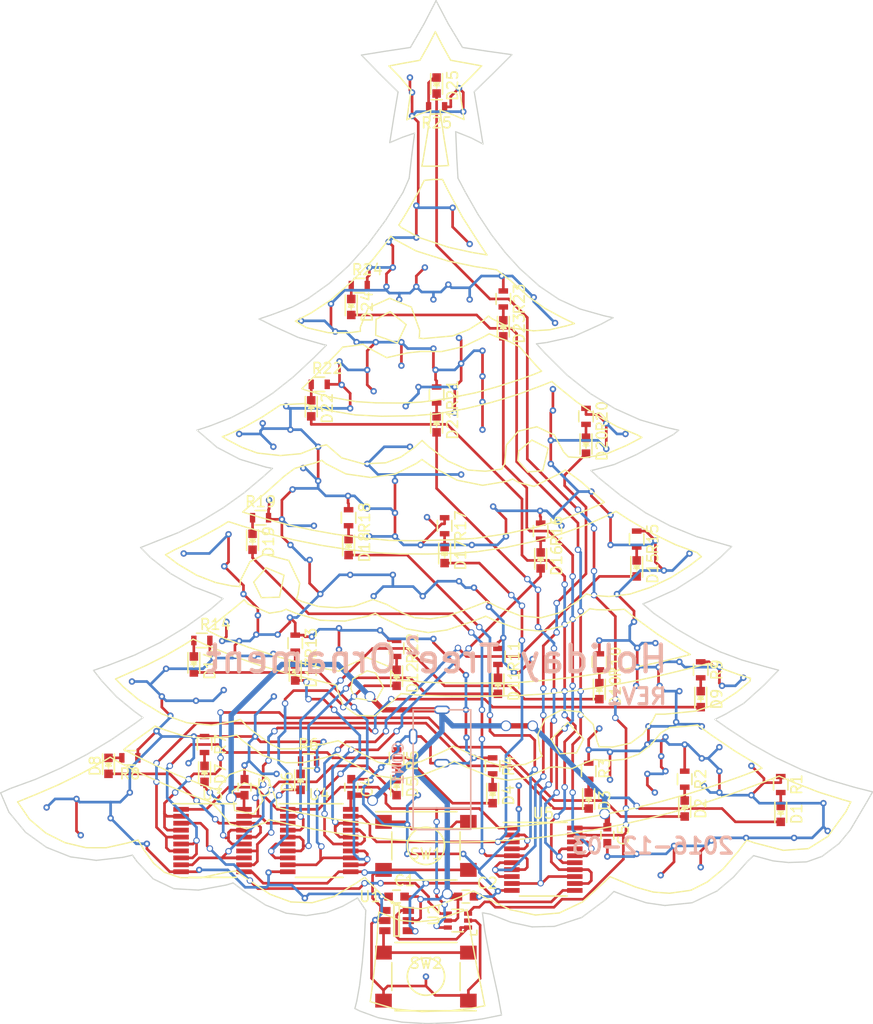
<source format=kicad_pcb>
(kicad_pcb (version 20171130) (host pcbnew "(5.1.12)-1")
  (title_block (title "Holiday Tree2 Ornament") (date 2016-12-03) (rev REV1) (comment 1 "Alex J. Grede"))
  (layers (0 F.Cu signal) (31 B.Cu signal) (34 B.Paste user hide) (35 F.Paste user hide) (36 B.SilkS user hide) (37 F.SilkS user hide) (38 B.Mask user hide) (39 F.Mask user hide) (44 Edge.Cuts user))
  (net 0 "")
  (net 1 GND)
  (net 2 VCC)
  (net 3 "Net-(D1-Pad1)")
  (net 4 "Net-(D2-Pad1)")
  (net 5 "Net-(D3-Pad1)")
  (net 6 "Net-(D4-Pad1)")
  (net 7 "Net-(D5-Pad1)")
  (net 8 "Net-(D6-Pad1)")
  (net 9 "Net-(D7-Pad1)")
  (net 10 "Net-(D8-Pad1)")
  (net 11 "Net-(D9-Pad1)")
  (net 12 "Net-(D10-Pad1)")
  (net 13 "Net-(D11-Pad1)")
  (net 14 "Net-(D12-Pad1)")
  (net 15 "Net-(D13-Pad1)")
  (net 16 "Net-(D14-Pad1)")
  (net 17 "Net-(D15-Pad1)")
  (net 18 "Net-(D16-Pad1)")
  (net 19 "Net-(D17-Pad1)")
  (net 20 "Net-(D18-Pad1)")
  (net 21 "Net-(D19-Pad1)")
  (net 22 "Net-(D20-Pad1)")
  (net 23 "Net-(D21-Pad1)")
  (net 24 "Net-(D22-Pad1)")
  (net 25 "Net-(D23-Pad1)")
  (net 26 "Net-(D24-Pad1)")
  (net 27 "Net-(D25-Pad1)")
  (net 28 /O2)
  (net 29 /O3)
  (net 30 /O4)
  (net 31 /O5)
  (net 32 /O6)
  (net 33 /O7)
  (net 34 /O8)
  (net 35 /O9)
  (net 36 /O10)
  (net 37 /O11)
  (net 38 /O12)
  (net 39 /O13)
  (net 40 /O14)
  (net 41 /O15)
  (net 42 /O16)
  (net 43 /O17)
  (net 44 /O18)
  (net 45 /O19)
  (net 46 /O20)
  (net 47 /O21)
  (net 48 /O22)
  (net 49 /O23)
  (net 50 /O24)
  (net 51 /O25)
  (net 52 /CLRIN)
  (net 53 /CLKIN)
  (net 54 /CLK)
  (net 55 /CLR)
  (net 56 /O25B)
  (net 57 /CLRBAR)
  (module myconn:VIA (layer F.Cu) (at 168.7 126.1)
    (fp_text reference REF**_208 hide)
    (fp_text value VIA hide)
    (pad 1 thru_hole circle (at 0 0) (size 0.6 0.6) (drill 0.3) (layers *.Cu) (net 1 GND))
  )
  (module myconn:VIA (layer F.Cu) (at 168.7 128.3)
    (fp_text reference REF**_207 hide)
    (fp_text value VIA hide)
    (pad 1 thru_hole circle (at 0 0) (size 0.6 0.6) (drill 0.3) (layers *.Cu) (net 1 GND))
  )
  (module myconn:VIA (layer F.Cu) (at 148.65 136.65)
    (fp_text reference REF**_206 hide)
    (fp_text value VIA hide)
    (pad 1 thru_hole circle (at 0 0) (size 0.6 0.6) (drill 0.3) (layers *.Cu) (net 1 GND))
  )
  (module myconn:VIA (layer F.Cu) (at 149.8 124.6)
    (fp_text reference REF**_205 hide)
    (fp_text value VIA hide)
    (pad 1 thru_hole circle (at 0 0) (size 0.6 0.6) (drill 0.3) (layers *.Cu) (net 1 GND))
  )
  (module myconn:VIA (layer F.Cu) (at 155.85 136.5)
    (fp_text reference REF**_204 hide)
    (fp_text value VIA hide)
    (pad 1 thru_hole circle (at 0 0) (size 0.6 0.6) (drill 0.3) (layers *.Cu) (net 1 GND))
  )
  (module myconn:VIA (layer F.Cu) (at 155.25 138.7)
    (fp_text reference REF**_203 hide)
    (fp_text value VIA hide)
    (pad 1 thru_hole circle (at 0 0) (size 0.6 0.6) (drill 0.3) (layers *.Cu) (net 1 GND))
  )
  (module myconn:VIA (layer F.Cu) (at 147.25 110.35)
    (fp_text reference REF**_202 hide)
    (fp_text value VIA hide)
    (pad 1 thru_hole circle (at 0 0) (size 0.6 0.6) (drill 0.3) (layers *.Cu) (net 1 GND))
  )
  (module myconn:VIA (layer F.Cu) (at 144.25 110.15)
    (fp_text reference REF**_201 hide)
    (fp_text value VIA hide)
    (pad 1 thru_hole circle (at 0 0) (size 0.6 0.6) (drill 0.3) (layers *.Cu) (net 1 GND))
  )
  (module myconn:VIA (layer F.Cu) (at 151.85 111.35)
    (fp_text reference REF**_200 hide)
    (fp_text value VIA hide)
    (pad 1 thru_hole circle (at 0 0) (size 0.6 0.6) (drill 0.3) (layers *.Cu) (net 1 GND))
  )
  (module myconn:VIA (layer F.Cu) (at 151.85 113.35)
    (fp_text reference REF**_199 hide)
    (fp_text value VIA hide)
    (pad 1 thru_hole circle (at 0 0) (size 0.6 0.6) (drill 0.3) (layers *.Cu) (net 1 GND))
  )
  (module myconn:VIA (layer F.Cu) (at 135.25 117.75)
    (fp_text reference REF**_198 hide)
    (fp_text value VIA hide)
    (pad 1 thru_hole circle (at 0 0) (size 0.6 0.6) (drill 0.3) (layers *.Cu) (net 1 GND))
  )
  (module myconn:VIA (layer F.Cu) (at 135.65 115.15)
    (fp_text reference REF**_197 hide)
    (fp_text value VIA hide)
    (pad 1 thru_hole circle (at 0 0) (size 0.6 0.6) (drill 0.3) (layers *.Cu) (net 1 GND))
  )
  (module myconn:VIA (layer F.Cu) (at 132.45 116.35)
    (fp_text reference REF**_196 hide)
    (fp_text value VIA hide)
    (pad 1 thru_hole circle (at 0 0) (size 0.6 0.6) (drill 0.3) (layers *.Cu) (net 1 GND))
  )
  (module myconn:VIA (layer F.Cu) (at 141.05 117.15)
    (fp_text reference REF**_195 hide)
    (fp_text value VIA hide)
    (pad 1 thru_hole circle (at 0 0) (size 0.6 0.6) (drill 0.3) (layers *.Cu) (net 1 GND))
  )
  (module myconn:VIA (layer F.Cu) (at 138.45 118.15)
    (fp_text reference REF**_194 hide)
    (fp_text value VIA hide)
    (pad 1 thru_hole circle (at 0 0) (size 0.6 0.6) (drill 0.3) (layers *.Cu) (net 1 GND))
  )
  (module myconn:VIA (layer F.Cu) (at 136.05 119.55)
    (fp_text reference REF**_193 hide)
    (fp_text value VIA hide)
    (pad 1 thru_hole circle (at 0 0) (size 0.6 0.6) (drill 0.3) (layers *.Cu) (net 1 GND))
  )
  (module myconn:VIA (layer F.Cu) (at 124.45 128.15)
    (fp_text reference REF**_192 hide)
    (fp_text value VIA hide)
    (pad 1 thru_hole circle (at 0 0) (size 0.6 0.6) (drill 0.3) (layers *.Cu) (net 1 GND))
  )
  (module myconn:VIA (layer F.Cu) (at 130.45 129.15)
    (fp_text reference REF**_191 hide)
    (fp_text value VIA hide)
    (pad 1 thru_hole circle (at 0 0) (size 0.6 0.6) (drill 0.3) (layers *.Cu) (net 1 GND))
  )
  (module myconn:VIA (layer F.Cu) (at 127.25 127.35)
    (fp_text reference REF**_190 hide)
    (fp_text value VIA hide)
    (pad 1 thru_hole circle (at 0 0) (size 0.6 0.6) (drill 0.3) (layers *.Cu) (net 1 GND))
  )
  (module myconn:VIA (layer F.Cu) (at 127.65 130.75)
    (fp_text reference REF**_189 hide)
    (fp_text value VIA hide)
    (pad 1 thru_hole circle (at 0 0) (size 0.6 0.6) (drill 0.3) (layers *.Cu) (net 1 GND))
  )
  (module myconn:VIA (layer F.Cu) (at 133.85 131.55)
    (fp_text reference REF**_188 hide)
    (fp_text value VIA hide)
    (pad 1 thru_hole circle (at 0 0) (size 0.6 0.6) (drill 0.3) (layers *.Cu) (net 1 GND))
  )
  (module myconn:VIA (layer F.Cu) (at 197.65 130.35)
    (fp_text reference REF**_187 hide)
    (fp_text value VIA hide)
    (pad 1 thru_hole circle (at 0 0) (size 0.6 0.6) (drill 0.3) (layers *.Cu) (net 1 GND))
  )
  (module myconn:VIA (layer F.Cu) (at 186.05 126.15)
    (fp_text reference REF**_186 hide)
    (fp_text value VIA hide)
    (pad 1 thru_hole circle (at 0 0) (size 0.6 0.6) (drill 0.3) (layers *.Cu) (net 1 GND))
  )
  (module myconn:VIA (layer F.Cu) (at 185.85 123.55)
    (fp_text reference REF**_185 hide)
    (fp_text value VIA hide)
    (pad 1 thru_hole circle (at 0 0) (size 0.6 0.6) (drill 0.3) (layers *.Cu) (net 1 GND))
  )
  (module myconn:VIA (layer F.Cu) (at 185.85 120.55)
    (fp_text reference REF**_184 hide)
    (fp_text value VIA hide)
    (pad 1 thru_hole circle (at 0 0) (size 0.6 0.6) (drill 0.3) (layers *.Cu) (net 1 GND))
  )
  (module myconn:VIA (layer F.Cu) (at 183.45 120.15)
    (fp_text reference REF**_183 hide)
    (fp_text value VIA hide)
    (pad 1 thru_hole circle (at 0 0) (size 0.6 0.6) (drill 0.3) (layers *.Cu) (net 1 GND))
  )
  (module myconn:VIA (layer F.Cu) (at 180.85 120.55)
    (fp_text reference REF**_182 hide)
    (fp_text value VIA hide)
    (pad 1 thru_hole circle (at 0 0) (size 0.6 0.6) (drill 0.3) (layers *.Cu) (net 1 GND))
  )
  (module myconn:VIA (layer F.Cu) (at 182.05 123.35)
    (fp_text reference REF**_181 hide)
    (fp_text value VIA hide)
    (pad 1 thru_hole circle (at 0 0) (size 0.6 0.6) (drill 0.3) (layers *.Cu) (net 1 GND))
  )
  (module myconn:VIA (layer F.Cu) (at 182.45 121.55)
    (fp_text reference REF**_180 hide)
    (fp_text value VIA hide)
    (pad 1 thru_hole circle (at 0 0) (size 0.6 0.6) (drill 0.3) (layers *.Cu) (net 1 GND))
  )
  (module myconn:VIA (layer F.Cu) (at 182.45 124.75)
    (fp_text reference REF**_179 hide)
    (fp_text value VIA hide)
    (pad 1 thru_hole circle (at 0 0) (size 0.6 0.6) (drill 0.3) (layers *.Cu) (net 1 GND))
  )
  (module myconn:VIA (layer F.Cu) (at 181.45 126.75)
    (fp_text reference REF**_178 hide)
    (fp_text value VIA hide)
    (pad 1 thru_hole circle (at 0 0) (size 0.6 0.6) (drill 0.3) (layers *.Cu) (net 1 GND))
  )
  (module myconn:VIA (layer F.Cu) (at 177.25 125.55)
    (fp_text reference REF**_177 hide)
    (fp_text value VIA hide)
    (pad 1 thru_hole circle (at 0 0) (size 0.6 0.6) (drill 0.3) (layers *.Cu) (net 1 GND))
  )
  (module myconn:VIA (layer F.Cu) (at 177.25 122.95)
    (fp_text reference REF**_176 hide)
    (fp_text value VIA hide)
    (pad 1 thru_hole circle (at 0 0) (size 0.6 0.6) (drill 0.3) (layers *.Cu) (net 1 GND))
  )
  (module myconn:VIA (layer F.Cu) (at 176.25 120.75)
    (fp_text reference REF**_175 hide)
    (fp_text value VIA hide)
    (pad 1 thru_hole circle (at 0 0) (size 0.6 0.6) (drill 0.3) (layers *.Cu) (net 1 GND))
  )
  (module myconn:VIA (layer F.Cu) (at 158.5 59.75)
    (fp_text reference REF**_174 hide)
    (fp_text value VIA hide)
    (pad 1 thru_hole circle (at 0 0) (size 0.6 0.6) (drill 0.3) (layers *.Cu) (net 1 GND))
  )
  (module myconn:VIA (layer F.Cu) (at 158.7 61.15)
    (fp_text reference REF**_173 hide)
    (fp_text value VIA hide)
    (pad 1 thru_hole circle (at 0 0) (size 0.6 0.6) (drill 0.3) (layers *.Cu) (net 1 GND))
  )
  (module myconn:VIA (layer F.Cu) (at 158.7 63.35)
    (fp_text reference REF**_172 hide)
    (fp_text value VIA hide)
    (pad 1 thru_hole circle (at 0 0) (size 0.6 0.6) (drill 0.3) (layers *.Cu) (net 1 GND))
  )
  (module myconn:VIA (layer F.Cu) (at 163.1 60.75)
    (fp_text reference REF**_171 hide)
    (fp_text value VIA hide)
    (pad 1 thru_hole circle (at 0 0) (size 0.6 0.6) (drill 0.3) (layers *.Cu) (net 1 GND))
  )
  (module myconn:VIA (layer F.Cu) (at 163.5 62.95)
    (fp_text reference REF**_170 hide)
    (fp_text value VIA hide)
    (pad 1 thru_hole circle (at 0 0) (size 0.6 0.6) (drill 0.3) (layers *.Cu) (net 1 GND))
  )
  (module myconn:VIA (layer F.Cu) (at 159.1 79.35)
    (fp_text reference REF**_169 hide)
    (fp_text value VIA hide)
    (pad 1 thru_hole circle (at 0 0) (size 0.6 0.6) (drill 0.3) (layers *.Cu) (net 1 GND))
  )
  (module myconn:VIA (layer F.Cu) (at 156.3 79.35)
    (fp_text reference REF**_168 hide)
    (fp_text value VIA hide)
    (pad 1 thru_hole circle (at 0 0) (size 0.6 0.6) (drill 0.3) (layers *.Cu) (net 1 GND))
  )
  (module myconn:VIA (layer F.Cu) (at 157.5 80.55)
    (fp_text reference REF**_167 hide)
    (fp_text value VIA hide)
    (pad 1 thru_hole circle (at 0 0) (size 0.6 0.6) (drill 0.3) (layers *.Cu) (net 1 GND))
  )
  (module myconn:VIA (layer F.Cu) (at 160.7 80.55)
    (fp_text reference REF**_166 hide)
    (fp_text value VIA hide)
    (pad 1 thru_hole circle (at 0 0) (size 0.6 0.6) (drill 0.3) (layers *.Cu) (net 1 GND))
  )
  (module myconn:VIA (layer F.Cu) (at 164.1 80.55)
    (fp_text reference REF**_165 hide)
    (fp_text value VIA hide)
    (pad 1 thru_hole circle (at 0 0) (size 0.6 0.6) (drill 0.3) (layers *.Cu) (net 1 GND))
  )
  (module myconn:VIA (layer F.Cu) (at 162.1 79.15)
    (fp_text reference REF**_164 hide)
    (fp_text value VIA hide)
    (pad 1 thru_hole circle (at 0 0) (size 0.6 0.6) (drill 0.3) (layers *.Cu) (net 1 GND))
  )
  (module myconn:VIA (layer F.Cu) (at 159.9 77.55)
    (fp_text reference REF**_163 hide)
    (fp_text value VIA hide)
    (pad 1 thru_hole circle (at 0 0) (size 0.6 0.6) (drill 0.3) (layers *.Cu) (net 1 GND))
  )
  (module myconn:VIA (layer F.Cu) (at 156.9 77.55)
    (fp_text reference REF**_162 hide)
    (fp_text value VIA hide)
    (pad 1 thru_hole circle (at 0 0) (size 0.6 0.6) (drill 0.3) (layers *.Cu) (net 1 GND))
  )
  (module myconn:VIA (layer F.Cu) (at 154.7 77.55)
    (fp_text reference REF**_161 hide)
    (fp_text value VIA hide)
    (pad 1 thru_hole circle (at 0 0) (size 0.6 0.6) (drill 0.3) (layers *.Cu) (net 1 GND))
  )
  (module myconn:VIA (layer F.Cu) (at 156.5 75.15)
    (fp_text reference REF**_160 hide)
    (fp_text value VIA hide)
    (pad 1 thru_hole circle (at 0 0) (size 0.6 0.6) (drill 0.3) (layers *.Cu) (net 1 GND))
  )
  (module myconn:VIA (layer F.Cu) (at 159.1 74.75)
    (fp_text reference REF**_159 hide)
    (fp_text value VIA hide)
    (pad 1 thru_hole circle (at 0 0) (size 0.6 0.6) (drill 0.3) (layers *.Cu) (net 1 GND))
  )
  (module myconn:VIA (layer F.Cu) (at 159.1 71.75)
    (fp_text reference REF**_158 hide)
    (fp_text value VIA hide)
    (pad 1 thru_hole circle (at 0 0) (size 0.6 0.6) (drill 0.3) (layers *.Cu) (net 1 GND))
  )
  (module myconn:VIA (layer F.Cu) (at 162.5 71.95)
    (fp_text reference REF**_157 hide)
    (fp_text value VIA hide)
    (pad 1 thru_hole circle (at 0 0) (size 0.6 0.6) (drill 0.3) (layers *.Cu) (net 1 GND))
  )
  (module myconn:VIA (layer F.Cu) (at 164.1 75.35)
    (fp_text reference REF**_156 hide)
    (fp_text value VIA hide)
    (pad 1 thru_hole circle (at 0 0) (size 0.6 0.6) (drill 0.3) (layers *.Cu) (net 1 GND))
  )
  (module myconn:VIA (layer F.Cu) (at 167.1 78.35)
    (fp_text reference REF**_155 hide)
    (fp_text value VIA hide)
    (pad 1 thru_hole circle (at 0 0) (size 0.6 0.6) (drill 0.3) (layers *.Cu) (net 1 GND))
  )
  (module myconn:VIA (layer F.Cu) (at 170.1 80.35)
    (fp_text reference REF**_154 hide)
    (fp_text value VIA hide)
    (pad 1 thru_hole circle (at 0 0) (size 0.6 0.6) (drill 0.3) (layers *.Cu) (net 1 GND))
  )
  (module myconn:VIA (layer F.Cu) (at 172.1 82.75)
    (fp_text reference REF**_153 hide)
    (fp_text value VIA hide)
    (pad 1 thru_hole circle (at 0 0) (size 0.6 0.6) (drill 0.3) (layers *.Cu) (net 1 GND))
  )
  (module myconn:VIA (layer F.Cu) (at 171.9 88.95)
    (fp_text reference REF**_152 hide)
    (fp_text value VIA hide)
    (pad 1 thru_hole circle (at 0 0) (size 0.6 0.6) (drill 0.3) (layers *.Cu) (net 1 GND))
  )
  (module myconn:VIA (layer F.Cu) (at 171.9 90.95)
    (fp_text reference REF**_151 hide)
    (fp_text value VIA hide)
    (pad 1 thru_hole circle (at 0 0) (size 0.6 0.6) (drill 0.3) (layers *.Cu) (net 1 GND))
  )
  (module myconn:VIA (layer F.Cu) (at 175.5 98.55)
    (fp_text reference REF**_150 hide)
    (fp_text value VIA hide)
    (pad 1 thru_hole circle (at 0 0) (size 0.6 0.6) (drill 0.3) (layers *.Cu) (net 1 GND))
  )
  (module myconn:VIA (layer F.Cu) (at 176.9 92.15)
    (fp_text reference REF**_149 hide)
    (fp_text value VIA hide)
    (pad 1 thru_hole circle (at 0 0) (size 0.6 0.6) (drill 0.3) (layers *.Cu) (net 1 GND))
  )
  (module myconn:VIA (layer F.Cu) (at 176.9 94.55)
    (fp_text reference REF**_148 hide)
    (fp_text value VIA hide)
    (pad 1 thru_hole circle (at 0 0) (size 0.6 0.6) (drill 0.3) (layers *.Cu) (net 1 GND))
  )
  (module myconn:VIA (layer F.Cu) (at 178.7 93.15)
    (fp_text reference REF**_147 hide)
    (fp_text value VIA hide)
    (pad 1 thru_hole circle (at 0 0) (size 0.6 0.6) (drill 0.3) (layers *.Cu) (net 1 GND))
  )
  (module myconn:VIA (layer F.Cu) (at 171.7 93.75)
    (fp_text reference REF**_146 hide)
    (fp_text value VIA hide)
    (pad 1 thru_hole circle (at 0 0) (size 0.6 0.6) (drill 0.3) (layers *.Cu) (net 1 GND))
  )
  (module myconn:VIA (layer F.Cu) (at 171.7 95.95)
    (fp_text reference REF**_145 hide)
    (fp_text value VIA hide)
    (pad 1 thru_hole circle (at 0 0) (size 0.6 0.6) (drill 0.3) (layers *.Cu) (net 1 GND))
  )
  (module myconn:VIA (layer F.Cu) (at 167.5 102.75)
    (fp_text reference REF**_144 hide)
    (fp_text value VIA hide)
    (pad 1 thru_hole circle (at 0 0) (size 0.6 0.6) (drill 0.3) (layers *.Cu) (net 1 GND))
  )
  (module myconn:VIA (layer F.Cu) (at 165.9 109.35)
    (fp_text reference REF**_143 hide)
    (fp_text value VIA hide)
    (pad 1 thru_hole circle (at 0 0) (size 0.6 0.6) (drill 0.3) (layers *.Cu) (net 1 GND))
  )
  (module myconn:VIA (layer F.Cu) (at 163.1 106.95)
    (fp_text reference REF**_142 hide)
    (fp_text value VIA hide)
    (pad 1 thru_hole circle (at 0 0) (size 0.6 0.6) (drill 0.3) (layers *.Cu) (net 1 GND))
  )
  (module myconn:VIA (layer F.Cu) (at 164.5 107.55)
    (fp_text reference REF**_141 hide)
    (fp_text value VIA hide)
    (pad 1 thru_hole circle (at 0 0) (size 0.6 0.6) (drill 0.3) (layers *.Cu) (net 1 GND))
  )
  (module myconn:VIA (layer F.Cu) (at 164.3 103.55)
    (fp_text reference REF**_140 hide)
    (fp_text value VIA hide)
    (pad 1 thru_hole circle (at 0 0) (size 0.6 0.6) (drill 0.3) (layers *.Cu) (net 1 GND))
  )
  (module myconn:VIA (layer F.Cu) (at 160.7 112.35)
    (fp_text reference REF**_139 hide)
    (fp_text value VIA hide)
    (pad 1 thru_hole circle (at 0 0) (size 0.6 0.6) (drill 0.3) (layers *.Cu) (net 1 GND))
  )
  (module myconn:VIA (layer F.Cu) (at 155.7 111.55)
    (fp_text reference REF**_138 hide)
    (fp_text value VIA hide)
    (pad 1 thru_hole circle (at 0 0) (size 0.6 0.6) (drill 0.3) (layers *.Cu) (net 1 GND))
  )
  (module myconn:VIA (layer F.Cu) (at 152.9 106.35)
    (fp_text reference REF**_137 hide)
    (fp_text value VIA hide)
    (pad 1 thru_hole circle (at 0 0) (size 0.6 0.6) (drill 0.3) (layers *.Cu) (net 1 GND))
  )
  (module myconn:VIA (layer F.Cu) (at 156.9 106.35)
    (fp_text reference REF**_136 hide)
    (fp_text value VIA hide)
    (pad 1 thru_hole circle (at 0 0) (size 0.6 0.6) (drill 0.3) (layers *.Cu) (net 1 GND))
  )
  (module myconn:VIA (layer F.Cu) (at 155.1 108.35)
    (fp_text reference REF**_135 hide)
    (fp_text value VIA hide)
    (pad 1 thru_hole circle (at 0 0) (size 0.6 0.6) (drill 0.3) (layers *.Cu) (net 1 GND))
  )
  (module myconn:VIA (layer F.Cu) (at 159.7 108.35)
    (fp_text reference REF**_134 hide)
    (fp_text value VIA hide)
    (pad 1 thru_hole circle (at 0 0) (size 0.6 0.6) (drill 0.3) (layers *.Cu) (net 1 GND))
  )
  (module myconn:VIA (layer F.Cu) (at 150.1 108.15)
    (fp_text reference REF**_133 hide)
    (fp_text value VIA hide)
    (pad 1 thru_hole circle (at 0 0) (size 0.6 0.6) (drill 0.3) (layers *.Cu) (net 1 GND))
  )
  (module myconn:VIA (layer F.Cu) (at 147.3 103.55)
    (fp_text reference REF**_132 hide)
    (fp_text value VIA hide)
    (pad 1 thru_hole circle (at 0 0) (size 0.6 0.6) (drill 0.3) (layers *.Cu) (net 1 GND))
  )
  (module myconn:VIA (layer F.Cu) (at 149.1 104.95)
    (fp_text reference REF**_131 hide)
    (fp_text value VIA hide)
    (pad 1 thru_hole circle (at 0 0) (size 0.6 0.6) (drill 0.3) (layers *.Cu) (net 1 GND))
  )
  (module myconn:VIA (layer F.Cu) (at 147.5 98.35)
    (fp_text reference REF**_130 hide)
    (fp_text value VIA hide)
    (pad 1 thru_hole circle (at 0 0) (size 0.6 0.6) (drill 0.3) (layers *.Cu) (net 1 GND))
  )
  (module myconn:VIA (layer F.Cu) (at 148.5 96.35)
    (fp_text reference REF**_129 hide)
    (fp_text value VIA hide)
    (pad 1 thru_hole circle (at 0 0) (size 0.6 0.6) (drill 0.3) (layers *.Cu) (net 1 GND))
  )
  (module myconn:VIA (layer F.Cu) (at 145.7 94.35)
    (fp_text reference REF**_128 hide)
    (fp_text value VIA hide)
    (pad 1 thru_hole circle (at 0 0) (size 0.6 0.6) (drill 0.3) (layers *.Cu) (net 1 GND))
  )
  (module myconn:VIA (layer F.Cu) (at 147.3 92.75)
    (fp_text reference REF**_127 hide)
    (fp_text value VIA hide)
    (pad 1 thru_hole circle (at 0 0) (size 0.6 0.6) (drill 0.3) (layers *.Cu) (net 1 GND))
  )
  (module myconn:VIA (layer F.Cu) (at 144.7 92.15)
    (fp_text reference REF**_126 hide)
    (fp_text value VIA hide)
    (pad 1 thru_hole circle (at 0 0) (size 0.6 0.6) (drill 0.3) (layers *.Cu) (net 1 GND))
  )
  (module myconn:VIA (layer F.Cu) (at 142.5 93.15)
    (fp_text reference REF**_125 hide)
    (fp_text value VIA hide)
    (pad 1 thru_hole circle (at 0 0) (size 0.6 0.6) (drill 0.3) (layers *.Cu) (net 1 GND))
  )
  (module myconn:VIA (layer F.Cu) (at 146.9 90.55)
    (fp_text reference REF**_124 hide)
    (fp_text value VIA hide)
    (pad 1 thru_hole circle (at 0 0) (size 0.6 0.6) (drill 0.3) (layers *.Cu) (net 1 GND))
  )
  (module myconn:VIA (layer F.Cu) (at 151.9 86.35)
    (fp_text reference REF**_123 hide)
    (fp_text value VIA hide)
    (pad 1 thru_hole circle (at 0 0) (size 0.6 0.6) (drill 0.3) (layers *.Cu) (net 1 GND))
  )
  (module myconn:VIA (layer F.Cu) (at 151.5 83.55)
    (fp_text reference REF**_122 hide)
    (fp_text value VIA hide)
    (pad 1 thru_hole circle (at 0 0) (size 0.6 0.6) (drill 0.3) (layers *.Cu) (net 1 GND))
  )
  (module myconn:VIA (layer F.Cu) (at 151.1 80.95)
    (fp_text reference REF**_121 hide)
    (fp_text value VIA hide)
    (pad 1 thru_hole circle (at 0 0) (size 0.6 0.6) (drill 0.3) (layers *.Cu) (net 1 GND))
  )
  (module myconn:VIA (layer F.Cu) (at 148.3 82.55)
    (fp_text reference REF**_120 hide)
    (fp_text value VIA hide)
    (pad 1 thru_hole circle (at 0 0) (size 0.6 0.6) (drill 0.3) (layers *.Cu) (net 1 GND))
  )
  (module myconn:VIA (layer F.Cu) (at 163.3 86.55)
    (fp_text reference REF**_119 hide)
    (fp_text value VIA hide)
    (pad 1 thru_hole circle (at 0 0) (size 0.6 0.6) (drill 0.3) (layers *.Cu) (net 1 GND))
  )
  (module myconn:VIA (layer F.Cu) (at 162.7 91.15)
    (fp_text reference REF**_118 hide)
    (fp_text value VIA hide)
    (pad 1 thru_hole circle (at 0 0) (size 0.6 0.6) (drill 0.3) (layers *.Cu) (net 1 GND))
  )
  (module myconn:VIA (layer F.Cu) (at 165.3 92.75)
    (fp_text reference REF**_117 hide)
    (fp_text value VIA hide)
    (pad 1 thru_hole circle (at 0 0) (size 0.6 0.6) (drill 0.3) (layers *.Cu) (net 1 GND))
  )
  (module myconn:VIA (layer F.Cu) (at 165.3 90.15)
    (fp_text reference REF**_116 hide)
    (fp_text value VIA hide)
    (pad 1 thru_hole circle (at 0 0) (size 0.6 0.6) (drill 0.3) (layers *.Cu) (net 1 GND))
  )
  (module myconn:VIA (layer F.Cu) (at 165.3 87.75)
    (fp_text reference REF**_115 hide)
    (fp_text value VIA hide)
    (pad 1 thru_hole circle (at 0 0) (size 0.6 0.6) (drill 0.3) (layers *.Cu) (net 1 GND))
  )
  (module myconn:VIA (layer F.Cu) (at 165.3 85.35)
    (fp_text reference REF**_114 hide)
    (fp_text value VIA hide)
    (pad 1 thru_hole circle (at 0 0) (size 0.6 0.6) (drill 0.3) (layers *.Cu) (net 1 GND))
  )
  (module myconn:VIA (layer F.Cu) (at 163.1 84.15)
    (fp_text reference REF**_113 hide)
    (fp_text value VIA hide)
    (pad 1 thru_hole circle (at 0 0) (size 0.6 0.6) (drill 0.3) (layers *.Cu) (net 1 GND))
  )
  (module myconn:VIA (layer F.Cu) (at 160.7 85.15)
    (fp_text reference REF**_112 hide)
    (fp_text value VIA hide)
    (pad 1 thru_hole circle (at 0 0) (size 0.6 0.6) (drill 0.3) (layers *.Cu) (net 1 GND))
  )
  (module myconn:VIA (layer F.Cu) (at 157.7 86.75)
    (fp_text reference REF**_111 hide)
    (fp_text value VIA hide)
    (pad 1 thru_hole circle (at 0 0) (size 0.6 0.6) (drill 0.3) (layers *.Cu) (net 1 GND))
  )
  (module myconn:VIA (layer F.Cu) (at 154.5 87.15)
    (fp_text reference REF**_110 hide)
    (fp_text value VIA hide)
    (pad 1 thru_hole circle (at 0 0) (size 0.6 0.6) (drill 0.3) (layers *.Cu) (net 1 GND))
  )
  (module myconn:VIA (layer F.Cu) (at 157.7 84.55)
    (fp_text reference REF**_109 hide)
    (fp_text value VIA hide)
    (pad 1 thru_hole circle (at 0 0) (size 0.6 0.6) (drill 0.3) (layers *.Cu) (net 1 GND))
  )
  (module myconn:VIA (layer F.Cu) (at 155.3 84.55)
    (fp_text reference REF**_108 hide)
    (fp_text value VIA hide)
    (pad 1 thru_hole circle (at 0 0) (size 0.6 0.6) (drill 0.3) (layers *.Cu) (net 1 GND))
  )
  (module myconn:VIA (layer F.Cu) (at 153.5 84.55)
    (fp_text reference REF**_107 hide)
    (fp_text value VIA hide)
    (pad 1 thru_hole circle (at 0 0) (size 0.6 0.6) (drill 0.3) (layers *.Cu) (net 1 GND))
  )
  (module myconn:VIA (layer F.Cu) (at 149.3 112.15)
    (fp_text reference REF**_106 hide)
    (fp_text value VIA hide)
    (pad 1 thru_hole circle (at 0 0) (size 0.6 0.6) (drill 0.3) (layers *.Cu) (net 1 GND))
  )
  (module myconn:VIA (layer F.Cu) (at 145.7 113.75)
    (fp_text reference REF**_105 hide)
    (fp_text value VIA hide)
    (pad 1 thru_hole circle (at 0 0) (size 0.6 0.6) (drill 0.3) (layers *.Cu) (net 1 GND))
  )
  (module myconn:VIA (layer F.Cu) (at 142.1 113.95)
    (fp_text reference REF**_104 hide)
    (fp_text value VIA hide)
    (pad 1 thru_hole circle (at 0 0) (size 0.6 0.6) (drill 0.3) (layers *.Cu) (net 1 GND))
  )
  (module myconn:VIA (layer F.Cu) (at 142.5 112.55)
    (fp_text reference REF**_103 hide)
    (fp_text value VIA hide)
    (pad 1 thru_hole circle (at 0 0) (size 0.6 0.6) (drill 0.3) (layers *.Cu) (net 1 GND))
  )
  (module myconn:VIA (layer F.Cu) (at 144.1 111.95)
    (fp_text reference REF**_102 hide)
    (fp_text value VIA hide)
    (pad 1 thru_hole circle (at 0 0) (size 0.6 0.6) (drill 0.3) (layers *.Cu) (net 1 GND))
  )
  (module myconn:VIA (layer F.Cu) (at 146.1 111.95)
    (fp_text reference REF**_101 hide)
    (fp_text value VIA hide)
    (pad 1 thru_hole circle (at 0 0) (size 0.6 0.6) (drill 0.3) (layers *.Cu) (net 1 GND))
  )
  (module myconn:VIA (layer F.Cu) (at 143.9 113.95)
    (fp_text reference REF**_100 hide)
    (fp_text value VIA hide)
    (pad 1 thru_hole circle (at 0 0) (size 0.6 0.6) (drill 0.3) (layers *.Cu) (net 1 GND))
  )
  (module myconn:VIA (layer F.Cu) (at 140.1 114.15)
    (fp_text reference REF**_99 hide)
    (fp_text value VIA hide)
    (pad 1 thru_hole circle (at 0 0) (size 0.6 0.6) (drill 0.3) (layers *.Cu) (net 1 GND))
  )
  (module myconn:VIA (layer F.Cu) (at 140.9 112.55)
    (fp_text reference REF**_98 hide)
    (fp_text value VIA hide)
    (pad 1 thru_hole circle (at 0 0) (size 0.6 0.6) (drill 0.3) (layers *.Cu) (net 1 GND))
  )
  (module myconn:VIA (layer F.Cu) (at 141.3 110.75)
    (fp_text reference REF**_97 hide)
    (fp_text value VIA hide)
    (pad 1 thru_hole circle (at 0 0) (size 0.6 0.6) (drill 0.3) (layers *.Cu) (net 1 GND))
  )
  (module myconn:VIA (layer F.Cu) (at 142.9 108.15)
    (fp_text reference REF**_96 hide)
    (fp_text value VIA hide)
    (pad 1 thru_hole circle (at 0 0) (size 0.6 0.6) (drill 0.3) (layers *.Cu) (net 1 GND))
  )
  (module myconn:VIA (layer F.Cu) (at 141.1 105.55)
    (fp_text reference REF**_95 hide)
    (fp_text value VIA hide)
    (pad 1 thru_hole circle (at 0 0) (size 0.6 0.6) (drill 0.3) (layers *.Cu) (net 1 GND))
  )
  (module myconn:VIA (layer F.Cu) (at 137.3 104.35)
    (fp_text reference REF**_94 hide)
    (fp_text value VIA hide)
    (pad 1 thru_hole circle (at 0 0) (size 0.6 0.6) (drill 0.3) (layers *.Cu) (net 1 GND))
  )
  (module myconn:VIA (layer F.Cu) (at 141.5 102.55)
    (fp_text reference REF**_93 hide)
    (fp_text value VIA hide)
    (pad 1 thru_hole circle (at 0 0) (size 0.6 0.6) (drill 0.3) (layers *.Cu) (net 1 GND))
  )
  (module myconn:VIA (layer F.Cu) (at 145.3 99.35)
    (fp_text reference REF**_92 hide)
    (fp_text value VIA hide)
    (pad 1 thru_hole circle (at 0 0) (size 0.6 0.6) (drill 0.3) (layers *.Cu) (net 1 GND))
  )
  (module myconn:VIA (layer F.Cu) (at 146.5 101.15)
    (fp_text reference REF**_91 hide)
    (fp_text value VIA hide)
    (pad 1 thru_hole circle (at 0 0) (size 0.6 0.6) (drill 0.3) (layers *.Cu) (net 1 GND))
  )
  (module myconn:VIA (layer F.Cu) (at 149.9 97.55)
    (fp_text reference REF**_90 hide)
    (fp_text value VIA hide)
    (pad 1 thru_hole circle (at 0 0) (size 0.6 0.6) (drill 0.3) (layers *.Cu) (net 1 GND))
  )
  (module myconn:VIA (layer F.Cu) (at 149.9 94.35)
    (fp_text reference REF**_89 hide)
    (fp_text value VIA hide)
    (pad 1 thru_hole circle (at 0 0) (size 0.6 0.6) (drill 0.3) (layers *.Cu) (net 1 GND))
  )
  (module myconn:VIA (layer F.Cu) (at 154.5 95.95)
    (fp_text reference REF**_88 hide)
    (fp_text value VIA hide)
    (pad 1 thru_hole circle (at 0 0) (size 0.6 0.6) (drill 0.3) (layers *.Cu) (net 1 GND))
  )
  (module myconn:VIA (layer F.Cu) (at 157.1 97.55)
    (fp_text reference REF**_87 hide)
    (fp_text value VIA hide)
    (pad 1 thru_hole circle (at 0 0) (size 0.6 0.6) (drill 0.3) (layers *.Cu) (net 1 GND))
  )
  (module myconn:VIA (layer F.Cu) (at 154.7 102.75)
    (fp_text reference REF**_86 hide)
    (fp_text value VIA hide)
    (pad 1 thru_hole circle (at 0 0) (size 0.6 0.6) (drill 0.3) (layers *.Cu) (net 1 GND))
  )
  (module myconn:VIA (layer F.Cu) (at 157.1 100.55)
    (fp_text reference REF**_85 hide)
    (fp_text value VIA hide)
    (pad 1 thru_hole circle (at 0 0) (size 0.6 0.6) (drill 0.3) (layers *.Cu) (net 1 GND))
  )
  (module myconn:VIA (layer F.Cu) (at 157.1 102.75)
    (fp_text reference REF**_84 hide)
    (fp_text value VIA hide)
    (pad 1 thru_hole circle (at 0 0) (size 0.6 0.6) (drill 0.3) (layers *.Cu) (net 1 GND))
  )
  (module myconn:VIA (layer F.Cu) (at 159.5 103.55)
    (fp_text reference REF**_83 hide)
    (fp_text value VIA hide)
    (pad 1 thru_hole circle (at 0 0) (size 0.6 0.6) (drill 0.3) (layers *.Cu) (net 1 GND))
  )
  (module myconn:VIA (layer F.Cu) (at 160.1 100.95)
    (fp_text reference REF**_82 hide)
    (fp_text value VIA hide)
    (pad 1 thru_hole circle (at 0 0) (size 0.6 0.6) (drill 0.3) (layers *.Cu) (net 1 GND))
  )
  (module myconn:VIA (layer F.Cu) (at 152.7 98.95)
    (fp_text reference REF**_81 hide)
    (fp_text value VIA hide)
    (pad 1 thru_hole circle (at 0 0) (size 0.6 0.6) (drill 0.3) (layers *.Cu) (net 1 GND))
  )
  (module myconn:VIA (layer F.Cu) (at 154.5 100.15)
    (fp_text reference REF**_80 hide)
    (fp_text value VIA hide)
    (pad 1 thru_hole circle (at 0 0) (size 0.6 0.6) (drill 0.3) (layers *.Cu) (net 1 GND))
  )
  (module myconn:VIA (layer F.Cu) (at 158.5 94.35)
    (fp_text reference REF**_79 hide)
    (fp_text value VIA hide)
    (pad 1 thru_hole circle (at 0 0) (size 0.6 0.6) (drill 0.3) (layers *.Cu) (net 1 GND))
  )
  (module myconn:VIA (layer F.Cu) (at 155.1 89.15)
    (fp_text reference REF**_78 hide)
    (fp_text value VIA hide)
    (pad 1 thru_hole circle (at 0 0) (size 0.6 0.6) (drill 0.3) (layers *.Cu) (net 1 GND))
  )
  (module myconn:VIA (layer F.Cu) (at 152.1 88.55)
    (fp_text reference REF**_77 hide)
    (fp_text value VIA hide)
    (pad 1 thru_hole circle (at 0 0) (size 0.6 0.6) (drill 0.3) (layers *.Cu) (net 1 GND))
  )
  (module myconn:VIA (layer F.Cu) (at 152.9 90.75)
    (fp_text reference REF**_76 hide)
    (fp_text value VIA hide)
    (pad 1 thru_hole circle (at 0 0) (size 0.6 0.6) (drill 0.3) (layers *.Cu) (net 1 GND))
  )
  (module myconn:VIA (layer F.Cu) (at 158.1 90.55)
    (fp_text reference REF**_75 hide)
    (fp_text value VIA hide)
    (pad 1 thru_hole circle (at 0 0) (size 0.6 0.6) (drill 0.3) (layers *.Cu) (net 1 GND))
  )
  (module myconn:VIA (layer F.Cu) (at 159.3 88.75)
    (fp_text reference REF**_74 hide)
    (fp_text value VIA hide)
    (pad 1 thru_hole circle (at 0 0) (size 0.6 0.6) (drill 0.3) (layers *.Cu) (net 1 GND))
  )
  (module myconn:VIA (layer F.Cu) (at 160.9 87.15)
    (fp_text reference REF**_73 hide)
    (fp_text value VIA hide)
    (pad 1 thru_hole circle (at 0 0) (size 0.6 0.6) (drill 0.3) (layers *.Cu) (net 1 GND))
  )
  (module myconn:VIA (layer F.Cu) (at 162.7 88.75)
    (fp_text reference REF**_72 hide)
    (fp_text value VIA hide)
    (pad 1 thru_hole circle (at 0 0) (size 0.6 0.6) (drill 0.3) (layers *.Cu) (net 1 GND))
  )
  (module myconn:VIA (layer F.Cu) (at 181.8 115)
    (fp_text reference REF**_71 hide)
    (fp_text value VIA hide)
    (pad 1 thru_hole circle (at 0 0) (size 0.6 0.6) (drill 0.3) (layers *.Cu) (net 1 GND))
  )
  (module myconn:VIA (layer F.Cu) (at 181.9 116.75)
    (fp_text reference REF**_70 hide)
    (fp_text value VIA hide)
    (pad 1 thru_hole circle (at 0 0) (size 0.6 0.6) (drill 0.3) (layers *.Cu) (net 1 GND))
  )
  (module myconn:VIA (layer F.Cu) (at 179.7 116.75)
    (fp_text reference REF**_69 hide)
    (fp_text value VIA hide)
    (pad 1 thru_hole circle (at 0 0) (size 0.6 0.6) (drill 0.3) (layers *.Cu) (net 1 GND))
  )
  (module myconn:VIA (layer F.Cu) (at 179.8 115)
    (fp_text reference REF**_68 hide)
    (fp_text value VIA hide)
    (pad 1 thru_hole circle (at 0 0) (size 0.6 0.6) (drill 0.3) (layers *.Cu) (net 1 GND))
  )
  (module myconn:VIA (layer F.Cu) (at 181.5 112.75)
    (fp_text reference REF**_67 hide)
    (fp_text value VIA hide)
    (pad 1 thru_hole circle (at 0 0) (size 0.6 0.6) (drill 0.3) (layers *.Cu) (net 1 GND))
  )
  (module myconn:VIA (layer F.Cu) (at 179.8 113.2)
    (fp_text reference REF**_66 hide)
    (fp_text value VIA hide)
    (pad 1 thru_hole circle (at 0 0) (size 0.6 0.6) (drill 0.3) (layers *.Cu) (net 1 GND))
  )
  (module myconn:VIA (layer F.Cu) (at 179.5 110.75)
    (fp_text reference REF**_65 hide)
    (fp_text value VIA hide)
    (pad 1 thru_hole circle (at 0 0) (size 0.6 0.6) (drill 0.3) (layers *.Cu) (net 1 GND))
  )
  (module myconn:VIA (layer F.Cu) (at 177.9 108.15)
    (fp_text reference REF**_64 hide)
    (fp_text value VIA hide)
    (pad 1 thru_hole circle (at 0 0) (size 0.6 0.6) (drill 0.3) (layers *.Cu) (net 1 GND))
  )
  (module myconn:VIA (layer F.Cu) (at 182.3 105.95)
    (fp_text reference REF**_63 hide)
    (fp_text value VIA hide)
    (pad 1 thru_hole circle (at 0 0) (size 0.6 0.6) (drill 0.3) (layers *.Cu) (net 1 GND))
  )
  (module myconn:VIA (layer F.Cu) (at 184.7 104.35)
    (fp_text reference REF**_62 hide)
    (fp_text value VIA hide)
    (pad 1 thru_hole circle (at 0 0) (size 0.6 0.6) (drill 0.3) (layers *.Cu) (net 1 GND))
  )
  (module myconn:VIA (layer F.Cu) (at 181.5 103.15)
    (fp_text reference REF**_61 hide)
    (fp_text value VIA hide)
    (pad 1 thru_hole circle (at 0 0) (size 0.6 0.6) (drill 0.3) (layers *.Cu) (net 1 GND))
  )
  (module myconn:VIA (layer F.Cu) (at 177.3 103.55)
    (fp_text reference REF**_60 hide)
    (fp_text value VIA hide)
    (pad 1 thru_hole circle (at 0 0) (size 0.6 0.6) (drill 0.3) (layers *.Cu) (net 1 GND))
  )
  (module myconn:VIA (layer F.Cu) (at 177.3 100.75)
    (fp_text reference REF**_59 hide)
    (fp_text value VIA hide)
    (pad 1 thru_hole circle (at 0 0) (size 0.6 0.6) (drill 0.3) (layers *.Cu) (net 1 GND))
  )
  (module myconn:VIA (layer F.Cu) (at 172.7 101.75)
    (fp_text reference REF**_58 hide)
    (fp_text value VIA hide)
    (pad 1 thru_hole circle (at 0 0) (size 0.6 0.6) (drill 0.3) (layers *.Cu) (net 1 GND))
  )
  (module myconn:VIA (layer F.Cu) (at 170.7 100.35)
    (fp_text reference REF**_57 hide)
    (fp_text value VIA hide)
    (pad 1 thru_hole circle (at 0 0) (size 0.6 0.6) (drill 0.3) (layers *.Cu) (net 1 GND))
  )
  (module myconn:VIA (layer F.Cu) (at 166.3 99.95)
    (fp_text reference REF**_56 hide)
    (fp_text value VIA hide)
    (pad 1 thru_hole circle (at 0 0) (size 0.6 0.6) (drill 0.3) (layers *.Cu) (net 1 GND))
  )
  (module myconn:VIA (layer F.Cu) (at 163.3 96.95)
    (fp_text reference REF**_55 hide)
    (fp_text value VIA hide)
    (pad 1 thru_hole circle (at 0 0) (size 0.6 0.6) (drill 0.3) (layers *.Cu) (net 1 GND))
  )
  (module myconn:VIA (layer F.Cu) (at 150.4 122)
    (fp_text reference REF**_54 hide)
    (fp_text value VIA hide)
    (pad 1 thru_hole circle (at 0 0) (size 0.6 0.6) (drill 0.3) (layers *.Cu) (net 1 GND))
  )
  (module myconn:VIA (layer F.Cu) (at 154.8 125.6)
    (fp_text reference REF**_53 hide)
    (fp_text value VIA hide)
    (pad 1 thru_hole circle (at 0 0) (size 0.6 0.6) (drill 0.3) (layers *.Cu) (net 1 GND))
  )
  (module myconn:VIA (layer F.Cu) (at 155.8 124.4)
    (fp_text reference REF**_52 hide)
    (fp_text value VIA hide)
    (pad 1 thru_hole circle (at 0 0) (size 0.6 0.6) (drill 0.3) (layers *.Cu) (net 1 GND))
  )
  (module myconn:VIA (layer F.Cu) (at 157.4 122.2)
    (fp_text reference REF**_51 hide)
    (fp_text value VIA hide)
    (pad 1 thru_hole circle (at 0 0) (size 0.6 0.6) (drill 0.3) (layers *.Cu) (net 1 GND))
  )
  (module myconn:VIA (layer F.Cu) (at 163.8 121.6)
    (fp_text reference REF**_50 hide)
    (fp_text value VIA hide)
    (pad 1 thru_hole circle (at 0 0) (size 0.6 0.6) (drill 0.3) (layers *.Cu) (net 1 GND))
  )
  (module myconn:VIA (layer F.Cu) (at 163.75 119)
    (fp_text reference REF**_49 hide)
    (fp_text value VIA hide)
    (pad 1 thru_hole circle (at 0 0) (size 0.6 0.6) (drill 0.3) (layers *.Cu) (net 1 GND))
  )
  (module myconn:VIA (layer F.Cu) (at 163.75 115.75)
    (fp_text reference REF**_48 hide)
    (fp_text value VIA hide)
    (pad 1 thru_hole circle (at 0 0) (size 0.6 0.6) (drill 0.3) (layers *.Cu) (net 1 GND))
  )
  (module myconn:VIA (layer F.Cu) (at 167.25 112.25)
    (fp_text reference REF**_47 hide)
    (fp_text value VIA hide)
    (pad 1 thru_hole circle (at 0 0) (size 0.6 0.6) (drill 0.3) (layers *.Cu) (net 1 GND))
  )
  (module myconn:VIA (layer F.Cu) (at 168.25 115.5)
    (fp_text reference REF**_46 hide)
    (fp_text value VIA hide)
    (pad 1 thru_hole circle (at 0 0) (size 0.6 0.6) (drill 0.3) (layers *.Cu) (net 1 GND))
  )
  (module myconn:VIA (layer F.Cu) (at 170 114.25)
    (fp_text reference REF**_45 hide)
    (fp_text value VIA hide)
    (pad 1 thru_hole circle (at 0 0) (size 0.6 0.6) (drill 0.3) (layers *.Cu) (net 1 GND))
  )
  (module myconn:VIA (layer F.Cu) (at 176.25 112.5)
    (fp_text reference REF**_44 hide)
    (fp_text value VIA hide)
    (pad 1 thru_hole circle (at 0 0) (size 0.6 0.6) (drill 0.3) (layers *.Cu) (net 1 GND))
  )
  (module myconn:VIA (layer F.Cu) (at 183.75 117.25)
    (fp_text reference REF**_43 hide)
    (fp_text value VIA hide)
    (pad 1 thru_hole circle (at 0 0) (size 0.6 0.6) (drill 0.3) (layers *.Cu) (net 1 GND))
  )
  (module myconn:VIA (layer F.Cu) (at 189.75 116)
    (fp_text reference REF**_42 hide)
    (fp_text value VIA hide)
    (pad 1 thru_hole circle (at 0 0) (size 0.6 0.6) (drill 0.3) (layers *.Cu) (net 1 GND))
  )
  (module myconn:VIA (layer F.Cu) (at 187.75 116.75)
    (fp_text reference REF**_41 hide)
    (fp_text value VIA hide)
    (pad 1 thru_hole circle (at 0 0) (size 0.6 0.6) (drill 0.3) (layers *.Cu) (net 1 GND))
  )
  (module myconn:VIA (layer F.Cu) (at 187.5 115)
    (fp_text reference REF**_40 hide)
    (fp_text value VIA hide)
    (pad 1 thru_hole circle (at 0 0) (size 0.6 0.6) (drill 0.3) (layers *.Cu) (net 1 GND))
  )
  (module myconn:VIA (layer F.Cu) (at 183.75 114.5)
    (fp_text reference REF**_39 hide)
    (fp_text value VIA hide)
    (pad 1 thru_hole circle (at 0 0) (size 0.6 0.6) (drill 0.3) (layers *.Cu) (net 1 GND))
  )
  (module myconn:VIA (layer F.Cu) (at 185.75 133.75)
    (fp_text reference REF**_38 hide)
    (fp_text value VIA hide)
    (pad 1 thru_hole circle (at 0 0) (size 0.6 0.6) (drill 0.3) (layers *.Cu) (net 1 GND))
  )
  (module myconn:VIA (layer F.Cu) (at 182 134.5)
    (fp_text reference REF**_37 hide)
    (fp_text value VIA hide)
    (pad 1 thru_hole circle (at 0 0) (size 0.6 0.6) (drill 0.3) (layers *.Cu) (net 1 GND))
  )
  (module myconn:VIA (layer F.Cu) (at 183.25 131.75)
    (fp_text reference REF**_36 hide)
    (fp_text value VIA hide)
    (pad 1 thru_hole circle (at 0 0) (size 0.6 0.6) (drill 0.3) (layers *.Cu) (net 1 GND))
  )
  (module myconn:VIA (layer F.Cu) (at 186.75 131.25)
    (fp_text reference REF**_35 hide)
    (fp_text value VIA hide)
    (pad 1 thru_hole circle (at 0 0) (size 0.6 0.6) (drill 0.3) (layers *.Cu) (net 1 GND))
  )
  (module myconn:VIA (layer F.Cu) (at 190 131)
    (fp_text reference REF**_34 hide)
    (fp_text value VIA hide)
    (pad 1 thru_hole circle (at 0 0) (size 0.6 0.6) (drill 0.3) (layers *.Cu) (net 1 GND))
  )
  (module myconn:VIA (layer F.Cu) (at 194.5 131)
    (fp_text reference REF**_33 hide)
    (fp_text value VIA hide)
    (pad 1 thru_hole circle (at 0 0) (size 0.6 0.6) (drill 0.3) (layers *.Cu) (net 1 GND))
  )
  (module myconn:VIA (layer F.Cu) (at 197.25 127.75)
    (fp_text reference REF**_32 hide)
    (fp_text value VIA hide)
    (pad 1 thru_hole circle (at 0 0) (size 0.6 0.6) (drill 0.3) (layers *.Cu) (net 1 GND))
  )
  (module myconn:VIA (layer F.Cu) (at 190.5 127)
    (fp_text reference REF**_31 hide)
    (fp_text value VIA hide)
    (pad 1 thru_hole circle (at 0 0) (size 0.6 0.6) (drill 0.3) (layers *.Cu) (net 1 GND))
  )
  (module myconn:VIA (layer F.Cu) (at 190.5 124.25)
    (fp_text reference REF**_30 hide)
    (fp_text value VIA hide)
    (pad 1 thru_hole circle (at 0 0) (size 0.6 0.6) (drill 0.3) (layers *.Cu) (net 1 GND))
  )
  (module myconn:VIA (layer F.Cu) (at 187.5 126.75)
    (fp_text reference REF**_29 hide)
    (fp_text value VIA hide)
    (pad 1 thru_hole circle (at 0 0) (size 0.6 0.6) (drill 0.3) (layers *.Cu) (net 1 GND))
  )
  (module myconn:VIA (layer F.Cu) (at 187.5 124.75)
    (fp_text reference REF**_28 hide)
    (fp_text value VIA hide)
    (pad 1 thru_hole circle (at 0 0) (size 0.6 0.6) (drill 0.3) (layers *.Cu) (net 1 GND))
  )
  (module myconn:VIA (layer F.Cu) (at 187.5 122.5)
    (fp_text reference REF**_27 hide)
    (fp_text value VIA hide)
    (pad 1 thru_hole circle (at 0 0) (size 0.6 0.6) (drill 0.3) (layers *.Cu) (net 1 GND))
  )
  (module myconn:VIA (layer F.Cu) (at 184.25 122.25)
    (fp_text reference REF**_26 hide)
    (fp_text value VIA hide)
    (pad 1 thru_hole circle (at 0 0) (size 0.6 0.6) (drill 0.3) (layers *.Cu) (net 1 GND))
  )
  (module myconn:VIA (layer F.Cu) (at 180.75 122.25)
    (fp_text reference REF**_25 hide)
    (fp_text value VIA hide)
    (pad 1 thru_hole circle (at 0 0) (size 0.6 0.6) (drill 0.3) (layers *.Cu) (net 1 GND))
  )
  (module myconn:VIA (layer F.Cu) (at 180.75 125)
    (fp_text reference REF**_24 hide)
    (fp_text value VIA hide)
    (pad 1 thru_hole circle (at 0 0) (size 0.6 0.6) (drill 0.3) (layers *.Cu) (net 1 GND))
  )
  (module myconn:VIA (layer F.Cu) (at 179.75 132.5)
    (fp_text reference REF**_23 hide)
    (fp_text value VIA hide)
    (pad 1 thru_hole circle (at 0 0) (size 0.6 0.6) (drill 0.3) (layers *.Cu) (net 1 GND))
  )
  (module myconn:VIA (layer F.Cu) (at 177 132.75)
    (fp_text reference REF**_22 hide)
    (fp_text value VIA hide)
    (pad 1 thru_hole circle (at 0 0) (size 0.6 0.6) (drill 0.3) (layers *.Cu) (net 1 GND))
  )
  (module myconn:VIA (layer F.Cu) (at 175.25 122.75)
    (fp_text reference REF**_21 hide)
    (fp_text value VIA hide)
    (pad 1 thru_hole circle (at 0 0) (size 0.6 0.6) (drill 0.3) (layers *.Cu) (net 1 GND))
  )
  (module myconn:VIA (layer F.Cu) (at 164.5 123.5)
    (fp_text reference REF**_20 hide)
    (fp_text value VIA hide)
    (pad 1 thru_hole circle (at 0 0) (size 0.6 0.6) (drill 0.3) (layers *.Cu) (net 1 GND))
  )
  (module myconn:VIA (layer F.Cu) (at 166.75 136)
    (fp_text reference REF**_19 hide)
    (fp_text value VIA hide)
    (pad 1 thru_hole circle (at 0 0) (size 0.6 0.6) (drill 0.3) (layers *.Cu) (net 1 GND))
  )
  (module myconn:VIA (layer F.Cu) (at 160 144)
    (fp_text reference REF**_18 hide)
    (fp_text value VIA hide)
    (pad 1 thru_hole circle (at 0 0) (size 0.6 0.6) (drill 0.3) (layers *.Cu) (net 1 GND))
  )
  (module myconn:VIA (layer F.Cu) (at 165 136.5)
    (fp_text reference REF**_17 hide)
    (fp_text value VIA hide)
    (pad 1 thru_hole circle (at 0 0) (size 0.6 0.6) (drill 0.3) (layers *.Cu) (net 1 GND))
  )
  (module myconn:VIA (layer F.Cu) (at 163.5 132.5)
    (fp_text reference REF**_16 hide)
    (fp_text value VIA hide)
    (pad 1 thru_hole circle (at 0 0) (size 0.6 0.6) (drill 0.3) (layers *.Cu) (net 1 GND))
  )
  (module myconn:VIA (layer F.Cu) (at 159.25 127)
    (fp_text reference REF**_15 hide)
    (fp_text value VIA hide)
    (pad 1 thru_hole circle (at 0 0) (size 0.6 0.6) (drill 0.3) (layers *.Cu) (net 1 GND))
  )
  (module myconn:VIA (layer F.Cu) (at 158.25 132.5)
    (fp_text reference REF**_14 hide)
    (fp_text value VIA hide)
    (pad 1 thru_hole circle (at 0 0) (size 0.6 0.6) (drill 0.3) (layers *.Cu) (net 1 GND))
  )
  (module myconn:VIA (layer F.Cu) (at 158.25 129.75)
    (fp_text reference REF**_13 hide)
    (fp_text value VIA hide)
    (pad 1 thru_hole circle (at 0 0) (size 0.6 0.6) (drill 0.3) (layers *.Cu) (net 1 GND))
  )
  (module myconn:VIA (layer F.Cu) (at 145.25 134.25)
    (fp_text reference REF**_12 hide)
    (fp_text value VIA hide)
    (pad 1 thru_hole circle (at 0 0) (size 0.6 0.6) (drill 0.3) (layers *.Cu) (net 1 GND))
  )
  (module myconn:VIA (layer F.Cu) (at 138.75 134)
    (fp_text reference REF**_11 hide)
    (fp_text value VIA hide)
    (pad 1 thru_hole circle (at 0 0) (size 0.6 0.6) (drill 0.3) (layers *.Cu) (net 1 GND))
  )
  (module myconn:VIA (layer F.Cu) (at 132.25 126.75)
    (fp_text reference REF**_10 hide)
    (fp_text value VIA hide)
    (pad 1 thru_hole circle (at 0 0) (size 0.6 0.6) (drill 0.3) (layers *.Cu) (net 1 GND))
  )
  (module myconn:VIA (layer F.Cu) (at 134.75 121)
    (fp_text reference REF**_9 hide)
    (fp_text value VIA hide)
    (pad 1 thru_hole circle (at 0 0) (size 0.6 0.6) (drill 0.3) (layers *.Cu) (net 1 GND))
  )
  (module myconn:VIA (layer F.Cu) (at 138.25 121.5)
    (fp_text reference REF**_8 hide)
    (fp_text value VIA hide)
    (pad 1 thru_hole circle (at 0 0) (size 0.6 0.6) (drill 0.3) (layers *.Cu) (net 1 GND))
  )
  (module myconn:VIA (layer F.Cu) (at 137.75 124)
    (fp_text reference REF**_7 hide)
    (fp_text value VIA hide)
    (pad 1 thru_hole circle (at 0 0) (size 0.6 0.6) (drill 0.3) (layers *.Cu) (net 1 GND))
  )
  (module myconn:VIA (layer F.Cu) (at 146 125)
    (fp_text reference REF**_6 hide)
    (fp_text value VIA hide)
    (pad 1 thru_hole circle (at 0 0) (size 0.6 0.6) (drill 0.3) (layers *.Cu) (net 1 GND))
  )
  (module myconn:VIA (layer F.Cu) (at 143 124.2)
    (fp_text reference REF**_5 hide)
    (fp_text value VIA hide)
    (pad 1 thru_hole circle (at 0 0) (size 0.6 0.6) (drill 0.3) (layers *.Cu) (net 1 GND))
  )
  (module myconn:VIA (layer F.Cu) (at 144 121.5)
    (fp_text reference REF**_4 hide)
    (fp_text value VIA hide)
    (pad 1 thru_hole circle (at 0 0) (size 0.6 0.6) (drill 0.3) (layers *.Cu) (net 1 GND))
  )
  (module myconn:VIA (layer F.Cu) (at 145.75 117.75)
    (fp_text reference REF**_3 hide)
    (fp_text value VIA hide)
    (pad 1 thru_hole circle (at 0 0) (size 0.6 0.6) (drill 0.3) (layers *.Cu) (net 1 GND))
  )
  (module xmasOrn:PJ-007 (layer B.Cu) (at 161.5 124 90)
    (fp_text reference CON1 (at 0 -4.1 90) (layer B.SilkS) (effects (justify mirror)))
    (fp_text value BARREL_JACK)
    (pad 2 thru_hole oval (at 0 0 90) (size 0.8 1.5) (drill oval 0.5 1.2) (layers *.Cu *.Mask) (net 1 GND))
    (pad 1 thru_hole oval (at 5 0 90) (size 0.8 1.5) (drill oval 0.5 1.2) (layers *.Cu *.Mask) (net 2 VCC))
    (pad 3 thru_hole oval (at 2.5 -2.7) (size 0.8 1.5) (drill oval 0.5 1.2) (layers *.Cu *.Mask) (net 1 GND))
  )
  (module LEDs:LED_0603 (layer F.Cu) (at 184.25 128.25 270)
    (fp_text reference D2 (at 0 -1.5 270) (layer F.SilkS))
    (fp_text value LED)
    (pad 2 smd rect (at 0.7493 0 90) (size 0.79756 0.79756) (layers F.Cu F.Paste F.Mask) (net 28 /O2))
    (pad 1 smd rect (at -0.7493 0 90) (size 0.79756 0.79756) (layers F.Cu F.Paste F.Mask) (net 4 "Net-(D2-Pad1)"))
  )
  (module LEDs:LED_0603 (layer F.Cu) (at 175.25 127.5 270)
    (fp_text reference D3 (at 0 -1.5 270) (layer F.SilkS))
    (fp_text value LED)
    (pad 2 smd rect (at 0.7493 0 90) (size 0.79756 0.79756) (layers F.Cu F.Paste F.Mask) (net 29 /O3))
    (pad 1 smd rect (at -0.7493 0 90) (size 0.79756 0.79756) (layers F.Cu F.Paste F.Mask) (net 5 "Net-(D3-Pad1)"))
  )
  (module LEDs:LED_0603 (layer F.Cu) (at 166.25 127 270)
    (fp_text reference D4 (at 0 -1.5 270) (layer F.SilkS))
    (fp_text value LED)
    (pad 2 smd rect (at 0.7493 0 90) (size 0.79756 0.79756) (layers F.Cu F.Paste F.Mask) (net 30 /O4))
    (pad 1 smd rect (at -0.7493 0 90) (size 0.79756 0.79756) (layers F.Cu F.Paste F.Mask) (net 6 "Net-(D4-Pad1)"))
  )
  (module LEDs:LED_0603 (layer F.Cu) (at 157.25 126.25 270)
    (fp_text reference D5 (at 0 -1.5 270) (layer F.SilkS))
    (fp_text value LED)
    (pad 2 smd rect (at 0.7493 0 90) (size 0.79756 0.79756) (layers F.Cu F.Paste F.Mask) (net 31 /O5))
    (pad 1 smd rect (at -0.7493 0 90) (size 0.79756 0.79756) (layers F.Cu F.Paste F.Mask) (net 7 "Net-(D5-Pad1)"))
  )
  (module LEDs:LED_0603 (layer F.Cu) (at 148.25 125.75 270)
    (fp_text reference D6 (at 0 1.25 270) (layer F.SilkS))
    (fp_text value LED)
    (pad 2 smd rect (at 0.7493 0 90) (size 0.79756 0.79756) (layers F.Cu F.Paste F.Mask) (net 32 /O6))
    (pad 1 smd rect (at -0.7493 0 90) (size 0.79756 0.79756) (layers F.Cu F.Paste F.Mask) (net 8 "Net-(D6-Pad1)"))
  )
  (module LEDs:LED_0603 (layer F.Cu) (at 139.25 125 270)
    (fp_text reference D7 (at 0 -1.5 270) (layer F.SilkS))
    (fp_text value LED)
    (pad 2 smd rect (at 0.7493 0 90) (size 0.79756 0.79756) (layers F.Cu F.Paste F.Mask) (net 33 /O7))
    (pad 1 smd rect (at -0.7493 0 90) (size 0.79756 0.79756) (layers F.Cu F.Paste F.Mask) (net 9 "Net-(D7-Pad1)"))
  )
  (module LEDs:LED_0603 (layer F.Cu) (at 130.25 124.25 270)
    (fp_text reference D8 (at 0 1.25 270) (layer F.SilkS))
    (fp_text value LED)
    (pad 2 smd rect (at 0.7493 0 90) (size 0.79756 0.79756) (layers F.Cu F.Paste F.Mask) (net 34 /O8))
    (pad 1 smd rect (at -0.7493 0 90) (size 0.79756 0.79756) (layers F.Cu F.Paste F.Mask) (net 10 "Net-(D8-Pad1)"))
  )
  (module LEDs:LED_0603 (layer F.Cu) (at 185.75 118 270)
    (fp_text reference D9 (at 0 -1.5 270) (layer F.SilkS))
    (fp_text value LED)
    (pad 2 smd rect (at 0.7493 0 90) (size 0.79756 0.79756) (layers F.Cu F.Paste F.Mask) (net 35 /O9))
    (pad 1 smd rect (at -0.7493 0 90) (size 0.79756 0.79756) (layers F.Cu F.Paste F.Mask) (net 11 "Net-(D9-Pad1)"))
  )
  (module LEDs:LED_0603 (layer F.Cu) (at 176.25 117.25 270)
    (fp_text reference D10 (at 0 -1.5 270) (layer F.SilkS))
    (fp_text value LED)
    (pad 2 smd rect (at 0.7493 0 90) (size 0.79756 0.79756) (layers F.Cu F.Paste F.Mask) (net 36 /O10))
    (pad 1 smd rect (at -0.7493 0 90) (size 0.79756 0.79756) (layers F.Cu F.Paste F.Mask) (net 12 "Net-(D10-Pad1)"))
  )
  (module LEDs:LED_0603 (layer F.Cu) (at 166.75 116.75 270)
    (fp_text reference D11 (at 0 -1.5 270) (layer F.SilkS))
    (fp_text value LED)
    (pad 2 smd rect (at 0.7493 0 90) (size 0.79756 0.79756) (layers F.Cu F.Paste F.Mask) (net 37 /O11))
    (pad 1 smd rect (at -0.7493 0 90) (size 0.79756 0.79756) (layers F.Cu F.Paste F.Mask) (net 13 "Net-(D11-Pad1)"))
  )
  (module LEDs:LED_0603 (layer F.Cu) (at 157.25 116 270)
    (fp_text reference D12 (at 0 -1.5 270) (layer F.SilkS))
    (fp_text value LED)
    (pad 2 smd rect (at 0.7493 0 90) (size 0.79756 0.79756) (layers F.Cu F.Paste F.Mask) (net 38 /O12))
    (pad 1 smd rect (at -0.7493 0 90) (size 0.79756 0.79756) (layers F.Cu F.Paste F.Mask) (net 14 "Net-(D12-Pad1)"))
  )
  (module LEDs:LED_0603 (layer F.Cu) (at 147.75 115.5 270)
    (fp_text reference D13 (at 0 -1.5 270) (layer F.SilkS))
    (fp_text value LED)
    (pad 2 smd rect (at 0.7493 0 90) (size 0.79756 0.79756) (layers F.Cu F.Paste F.Mask) (net 39 /O13))
    (pad 1 smd rect (at -0.7493 0 90) (size 0.79756 0.79756) (layers F.Cu F.Paste F.Mask) (net 15 "Net-(D13-Pad1)"))
  )
  (module LEDs:LED_0603 (layer F.Cu) (at 138.25 114.75 270)
    (fp_text reference D14 (at 0 -1.5 270) (layer F.SilkS))
    (fp_text value LED)
    (pad 2 smd rect (at 0.7493 0 90) (size 0.79756 0.79756) (layers F.Cu F.Paste F.Mask) (net 40 /O14))
    (pad 1 smd rect (at -0.7493 0 90) (size 0.79756 0.79756) (layers F.Cu F.Paste F.Mask) (net 16 "Net-(D14-Pad1)"))
  )
  (module LEDs:LED_0603 (layer F.Cu) (at 179.75 105.75 270)
    (fp_text reference D15 (at 0 -1.5 270) (layer F.SilkS))
    (fp_text value LED)
    (pad 2 smd rect (at 0.7493 0 90) (size 0.79756 0.79756) (layers F.Cu F.Paste F.Mask) (net 41 /O15))
    (pad 1 smd rect (at -0.7493 0 90) (size 0.79756 0.79756) (layers F.Cu F.Paste F.Mask) (net 17 "Net-(D15-Pad1)"))
  )
  (module LEDs:LED_0603 (layer F.Cu) (at 170.75 105 270)
    (fp_text reference D16 (at 0 -1.5 270) (layer F.SilkS))
    (fp_text value LED)
    (pad 2 smd rect (at 0.7493 0 90) (size 0.79756 0.79756) (layers F.Cu F.Paste F.Mask) (net 42 /O16))
    (pad 1 smd rect (at -0.7493 0 90) (size 0.79756 0.79756) (layers F.Cu F.Paste F.Mask) (net 18 "Net-(D16-Pad1)"))
  )
  (module LEDs:LED_0603 (layer F.Cu) (at 161.75 104.5 270)
    (fp_text reference D17 (at 0 -1.5 270) (layer F.SilkS))
    (fp_text value LED)
    (pad 2 smd rect (at 0.7493 0 90) (size 0.79756 0.79756) (layers F.Cu F.Paste F.Mask) (net 43 /O17))
    (pad 1 smd rect (at -0.7493 0 90) (size 0.79756 0.79756) (layers F.Cu F.Paste F.Mask) (net 19 "Net-(D17-Pad1)"))
  )
  (module LEDs:LED_0603 (layer F.Cu) (at 152.75 103.75 270)
    (fp_text reference D18 (at 0 -1.5 270) (layer F.SilkS))
    (fp_text value LED)
    (pad 2 smd rect (at 0.7493 0 90) (size 0.79756 0.79756) (layers F.Cu F.Paste F.Mask) (net 44 /O18))
    (pad 1 smd rect (at -0.7493 0 90) (size 0.79756 0.79756) (layers F.Cu F.Paste F.Mask) (net 20 "Net-(D18-Pad1)"))
  )
  (module LEDs:LED_0603 (layer F.Cu) (at 143.75 103.25 270)
    (fp_text reference D19 (at 0 -1.5 270) (layer F.SilkS))
    (fp_text value LED)
    (pad 2 smd rect (at 0.7493 0 90) (size 0.79756 0.79756) (layers F.Cu F.Paste F.Mask) (net 45 /O19))
    (pad 1 smd rect (at -0.7493 0 90) (size 0.79756 0.79756) (layers F.Cu F.Paste F.Mask) (net 21 "Net-(D19-Pad1)"))
  )
  (module LEDs:LED_0603 (layer F.Cu) (at 175 94.25 270)
    (fp_text reference D20 (at 0 -1.5 270) (layer F.SilkS))
    (fp_text value LED)
    (pad 2 smd rect (at 0.7493 0 90) (size 0.79756 0.79756) (layers F.Cu F.Paste F.Mask) (net 46 /O20))
    (pad 1 smd rect (at -0.7493 0 90) (size 0.79756 0.79756) (layers F.Cu F.Paste F.Mask) (net 22 "Net-(D20-Pad1)"))
  )
  (module LEDs:LED_0603 (layer F.Cu) (at 161 92.25 270)
    (fp_text reference D21 (at 0 -1.5 270) (layer F.SilkS))
    (fp_text value LED)
    (pad 2 smd rect (at 0.7493 0 90) (size 0.79756 0.79756) (layers F.Cu F.Paste F.Mask) (net 47 /O21))
    (pad 1 smd rect (at -0.7493 0 90) (size 0.79756 0.79756) (layers F.Cu F.Paste F.Mask) (net 23 "Net-(D21-Pad1)"))
  )
  (module LEDs:LED_0603 (layer F.Cu) (at 149.25 90.75 270)
    (fp_text reference D22 (at 0 -1.5 270) (layer F.SilkS))
    (fp_text value LED)
    (pad 2 smd rect (at 0.7493 0 90) (size 0.79756 0.79756) (layers F.Cu F.Paste F.Mask) (net 48 /O22))
    (pad 1 smd rect (at -0.7493 0 90) (size 0.79756 0.79756) (layers F.Cu F.Paste F.Mask) (net 24 "Net-(D22-Pad1)"))
  )
  (module LEDs:LED_0603 (layer F.Cu) (at 167.25 83.25 270)
    (fp_text reference D23 (at 0 -1.5 270) (layer F.SilkS))
    (fp_text value LED)
    (pad 2 smd rect (at 0.7493 0 90) (size 0.79756 0.79756) (layers F.Cu F.Paste F.Mask) (net 49 /O23))
    (pad 1 smd rect (at -0.7493 0 90) (size 0.79756 0.79756) (layers F.Cu F.Paste F.Mask) (net 25 "Net-(D23-Pad1)"))
  )
  (module LEDs:LED_0603 (layer F.Cu) (at 153 81.25 270)
    (fp_text reference D24 (at 0 -1.5 270) (layer F.SilkS))
    (fp_text value LED)
    (pad 2 smd rect (at 0.7493 0 90) (size 0.79756 0.79756) (layers F.Cu F.Paste F.Mask) (net 50 /O24))
    (pad 1 smd rect (at -0.7493 0 90) (size 0.79756 0.79756) (layers F.Cu F.Paste F.Mask) (net 26 "Net-(D24-Pad1)"))
  )
  (module LEDs:LED_0603 (layer F.Cu) (at 161 60.5 270)
    (fp_text reference D25 (at 0 -1.5 270) (layer F.SilkS))
    (fp_text value LED)
    (pad 2 smd rect (at 0.7493 0 90) (size 0.79756 0.79756) (layers F.Cu F.Paste F.Mask) (net 51 /O25))
    (pad 1 smd rect (at -0.7493 0 90) (size 0.79756 0.79756) (layers F.Cu F.Paste F.Mask) (net 27 "Net-(D25-Pad1)"))
  )
  (module Housings_SSOP:TSSOP-20_4.4x6.5mm_Pitch0.65mm (layer F.Cu) (at 140 131.25)
    (fp_text reference U3 (at 0 -4.3) (layer F.SilkS))
    (fp_text value SN74ABT273)
    (pad 1 smd rect (at -2.95 -2.925) (size 1.45 0.45) (layers F.Cu F.Paste F.Mask) (net 57 /CLRBAR))
    (pad 2 smd rect (at -2.95 -2.275) (size 1.45 0.45) (layers F.Cu F.Paste F.Mask) (net 28 /O2))
    (pad 3 smd rect (at -2.95 -1.625) (size 1.45 0.45) (layers F.Cu F.Paste F.Mask) (net 56 /O25B))
    (pad 4 smd rect (at -2.95 -0.975) (size 1.45 0.45) (layers F.Cu F.Paste F.Mask) (net 28 /O2))
    (pad 5 smd rect (at -2.95 -0.325) (size 1.45 0.45) (layers F.Cu F.Paste F.Mask) (net 29 /O3))
    (pad 6 smd rect (at -2.95 0.325) (size 1.45 0.45) (layers F.Cu F.Paste F.Mask) (net 30 /O4))
    (pad 7 smd rect (at -2.95 0.975) (size 1.45 0.45) (layers F.Cu F.Paste F.Mask) (net 29 /O3))
    (pad 8 smd rect (at -2.95 1.625) (size 1.45 0.45) (layers F.Cu F.Paste F.Mask) (net 30 /O4))
    (pad 9 smd rect (at -2.95 2.275) (size 1.45 0.45) (layers F.Cu F.Paste F.Mask) (net 31 /O5))
    (pad 10 smd rect (at -2.95 2.925) (size 1.45 0.45) (layers F.Cu F.Paste F.Mask) (net 1 GND))
    (pad 11 smd rect (at 2.95 2.925) (size 1.45 0.45) (layers F.Cu F.Paste F.Mask) (net 54 /CLK))
    (pad 12 smd rect (at 2.95 2.275) (size 1.45 0.45) (layers F.Cu F.Paste F.Mask) (net 32 /O6))
    (pad 13 smd rect (at 2.95 1.625) (size 1.45 0.45) (layers F.Cu F.Paste F.Mask) (net 31 /O5))
    (pad 14 smd rect (at 2.95 0.975) (size 1.45 0.45) (layers F.Cu F.Paste F.Mask) (net 32 /O6))
    (pad 15 smd rect (at 2.95 0.325) (size 1.45 0.45) (layers F.Cu F.Paste F.Mask) (net 33 /O7))
    (pad 16 smd rect (at 2.95 -0.325) (size 1.45 0.45) (layers F.Cu F.Paste F.Mask) (net 34 /O8))
    (pad 17 smd rect (at 2.95 -0.975) (size 1.45 0.45) (layers F.Cu F.Paste F.Mask) (net 33 /O7))
    (pad 18 smd rect (at 2.95 -1.625) (size 1.45 0.45) (layers F.Cu F.Paste F.Mask) (net 34 /O8))
    (pad 19 smd rect (at 2.95 -2.275) (size 1.45 0.45) (layers F.Cu F.Paste F.Mask) (net 35 /O9))
    (pad 20 smd rect (at 2.95 -2.925) (size 1.45 0.45) (layers F.Cu F.Paste F.Mask) (net 2 VCC))
  )
  (module Housings_SSOP:TSSOP-20_4.4x6.5mm_Pitch0.65mm (layer F.Cu) (at 150 131.25)
    (fp_text reference U4 (at 0 -4.3) (layer F.SilkS))
    (fp_text value SN74ABT273)
    (pad 1 smd rect (at -2.95 -2.925) (size 1.45 0.45) (layers F.Cu F.Paste F.Mask) (net 57 /CLRBAR))
    (pad 2 smd rect (at -2.95 -2.275) (size 1.45 0.45) (layers F.Cu F.Paste F.Mask) (net 36 /O10))
    (pad 3 smd rect (at -2.95 -1.625) (size 1.45 0.45) (layers F.Cu F.Paste F.Mask) (net 35 /O9))
    (pad 4 smd rect (at -2.95 -0.975) (size 1.45 0.45) (layers F.Cu F.Paste F.Mask) (net 36 /O10))
    (pad 5 smd rect (at -2.95 -0.325) (size 1.45 0.45) (layers F.Cu F.Paste F.Mask) (net 37 /O11))
    (pad 6 smd rect (at -2.95 0.325) (size 1.45 0.45) (layers F.Cu F.Paste F.Mask) (net 38 /O12))
    (pad 7 smd rect (at -2.95 0.975) (size 1.45 0.45) (layers F.Cu F.Paste F.Mask) (net 37 /O11))
    (pad 8 smd rect (at -2.95 1.625) (size 1.45 0.45) (layers F.Cu F.Paste F.Mask) (net 38 /O12))
    (pad 9 smd rect (at -2.95 2.275) (size 1.45 0.45) (layers F.Cu F.Paste F.Mask) (net 39 /O13))
    (pad 10 smd rect (at -2.95 2.925) (size 1.45 0.45) (layers F.Cu F.Paste F.Mask) (net 1 GND))
    (pad 11 smd rect (at 2.95 2.925) (size 1.45 0.45) (layers F.Cu F.Paste F.Mask) (net 54 /CLK))
    (pad 12 smd rect (at 2.95 2.275) (size 1.45 0.45) (layers F.Cu F.Paste F.Mask) (net 40 /O14))
    (pad 13 smd rect (at 2.95 1.625) (size 1.45 0.45) (layers F.Cu F.Paste F.Mask) (net 39 /O13))
    (pad 14 smd rect (at 2.95 0.975) (size 1.45 0.45) (layers F.Cu F.Paste F.Mask) (net 40 /O14))
    (pad 15 smd rect (at 2.95 0.325) (size 1.45 0.45) (layers F.Cu F.Paste F.Mask) (net 41 /O15))
    (pad 16 smd rect (at 2.95 -0.325) (size 1.45 0.45) (layers F.Cu F.Paste F.Mask) (net 42 /O16))
    (pad 17 smd rect (at 2.95 -0.975) (size 1.45 0.45) (layers F.Cu F.Paste F.Mask) (net 41 /O15))
    (pad 18 smd rect (at 2.95 -1.625) (size 1.45 0.45) (layers F.Cu F.Paste F.Mask) (net 42 /O16))
    (pad 19 smd rect (at 2.95 -2.275) (size 1.45 0.45) (layers F.Cu F.Paste F.Mask) (net 43 /O17))
    (pad 20 smd rect (at 2.95 -2.925) (size 1.45 0.45) (layers F.Cu F.Paste F.Mask) (net 2 VCC))
  )
  (module Housings_SSOP:TSSOP-20_4.4x6.5mm_Pitch0.65mm (layer F.Cu) (at 171 133)
    (fp_text reference U5 (at 0 -4.3) (layer F.SilkS))
    (fp_text value SN74ABT273)
    (pad 1 smd rect (at -2.95 -2.925) (size 1.45 0.45) (layers F.Cu F.Paste F.Mask) (net 57 /CLRBAR))
    (pad 2 smd rect (at -2.95 -2.275) (size 1.45 0.45) (layers F.Cu F.Paste F.Mask) (net 44 /O18))
    (pad 3 smd rect (at -2.95 -1.625) (size 1.45 0.45) (layers F.Cu F.Paste F.Mask) (net 43 /O17))
    (pad 4 smd rect (at -2.95 -0.975) (size 1.45 0.45) (layers F.Cu F.Paste F.Mask) (net 44 /O18))
    (pad 5 smd rect (at -2.95 -0.325) (size 1.45 0.45) (layers F.Cu F.Paste F.Mask) (net 45 /O19))
    (pad 6 smd rect (at -2.95 0.325) (size 1.45 0.45) (layers F.Cu F.Paste F.Mask) (net 46 /O20))
    (pad 7 smd rect (at -2.95 0.975) (size 1.45 0.45) (layers F.Cu F.Paste F.Mask) (net 45 /O19))
    (pad 8 smd rect (at -2.95 1.625) (size 1.45 0.45) (layers F.Cu F.Paste F.Mask) (net 46 /O20))
    (pad 9 smd rect (at -2.95 2.275) (size 1.45 0.45) (layers F.Cu F.Paste F.Mask) (net 47 /O21))
    (pad 10 smd rect (at -2.95 2.925) (size 1.45 0.45) (layers F.Cu F.Paste F.Mask) (net 1 GND))
    (pad 11 smd rect (at 2.95 2.925) (size 1.45 0.45) (layers F.Cu F.Paste F.Mask) (net 54 /CLK))
    (pad 12 smd rect (at 2.95 2.275) (size 1.45 0.45) (layers F.Cu F.Paste F.Mask) (net 48 /O22))
    (pad 13 smd rect (at 2.95 1.625) (size 1.45 0.45) (layers F.Cu F.Paste F.Mask) (net 47 /O21))
    (pad 14 smd rect (at 2.95 0.975) (size 1.45 0.45) (layers F.Cu F.Paste F.Mask) (net 48 /O22))
    (pad 15 smd rect (at 2.95 0.325) (size 1.45 0.45) (layers F.Cu F.Paste F.Mask) (net 49 /O23))
    (pad 16 smd rect (at 2.95 -0.325) (size 1.45 0.45) (layers F.Cu F.Paste F.Mask) (net 50 /O24))
    (pad 17 smd rect (at 2.95 -0.975) (size 1.45 0.45) (layers F.Cu F.Paste F.Mask) (net 49 /O23))
    (pad 18 smd rect (at 2.95 -1.625) (size 1.45 0.45) (layers F.Cu F.Paste F.Mask) (net 50 /O24))
    (pad 19 smd rect (at 2.95 -2.275) (size 1.45 0.45) (layers F.Cu F.Paste F.Mask) (net 51 /O25))
    (pad 20 smd rect (at 2.95 -2.925) (size 1.45 0.45) (layers F.Cu F.Paste F.Mask) (net 2 VCC))
  )
  (module LEDs:LED_0603 (layer F.Cu) (at 193.25 128.75 270)
    (fp_text reference D1 (at 0 -1.5 270) (layer F.SilkS))
    (fp_text value LED)
    (pad 2 smd rect (at 0.7493 0 90) (size 0.79756 0.79756) (layers F.Cu F.Paste F.Mask) (net 2 VCC))
    (pad 1 smd rect (at -0.7493 0 90) (size 0.79756 0.79756) (layers F.Cu F.Paste F.Mask) (net 3 "Net-(D1-Pad1)"))
  )
  (module Resistors_SMD:R_0603 (layer F.Cu) (at 184.25 125.5 270)
    (fp_text reference R2 (at 0 -1.5 270) (layer F.SilkS))
    (fp_text value 560)
    (pad 1 smd rect (at -0.75 0 270) (size 0.5 0.9) (layers F.Cu F.Paste F.Mask) (net 1 GND))
    (pad 2 smd rect (at 0.75 0 270) (size 0.5 0.9) (layers F.Cu F.Paste F.Mask) (net 4 "Net-(D2-Pad1)"))
  )
  (module Resistors_SMD:R_0603 (layer F.Cu) (at 175.25 124.75 270)
    (fp_text reference R3 (at -0.25 -1.5 270) (layer F.SilkS))
    (fp_text value 560)
    (pad 1 smd rect (at -0.75 0 270) (size 0.5 0.9) (layers F.Cu F.Paste F.Mask) (net 1 GND))
    (pad 2 smd rect (at 0.75 0 270) (size 0.5 0.9) (layers F.Cu F.Paste F.Mask) (net 5 "Net-(D3-Pad1)"))
  )
  (module Resistors_SMD:R_0603 (layer F.Cu) (at 166.25 124.25 270)
    (fp_text reference R4 (at 0 -1.5 270) (layer F.SilkS))
    (fp_text value 560)
    (pad 1 smd rect (at -0.75 0 270) (size 0.5 0.9) (layers F.Cu F.Paste F.Mask) (net 1 GND))
    (pad 2 smd rect (at 0.75 0 270) (size 0.5 0.9) (layers F.Cu F.Paste F.Mask) (net 6 "Net-(D4-Pad1)"))
  )
  (module Resistors_SMD:R_0603 (layer F.Cu) (at 157.25 123.5 270)
    (fp_text reference R5 (at 0.25 -1.5 270) (layer F.SilkS))
    (fp_text value 560)
    (pad 1 smd rect (at -0.75 0 270) (size 0.5 0.9) (layers F.Cu F.Paste F.Mask) (net 1 GND))
    (pad 2 smd rect (at 0.75 0 270) (size 0.5 0.9) (layers F.Cu F.Paste F.Mask) (net 7 "Net-(D5-Pad1)"))
  )
  (module Resistors_SMD:R_0603 (layer F.Cu) (at 149 123.8 180)
    (fp_text reference R6 (at 0 1.55 180) (layer F.SilkS))
    (fp_text value 560)
    (pad 1 smd rect (at -0.75 0 180) (size 0.5 0.9) (layers F.Cu F.Paste F.Mask) (net 1 GND))
    (pad 2 smd rect (at 0.75 0 180) (size 0.5 0.9) (layers F.Cu F.Paste F.Mask) (net 8 "Net-(D6-Pad1)"))
  )
  (module Resistors_SMD:R_0603 (layer F.Cu) (at 139.25 122.25 270)
    (fp_text reference R7 (at 0 -1.5 270) (layer F.SilkS))
    (fp_text value 560)
    (pad 1 smd rect (at -0.75 0 270) (size 0.5 0.9) (layers F.Cu F.Paste F.Mask) (net 1 GND))
    (pad 2 smd rect (at 0.75 0 270) (size 0.5 0.9) (layers F.Cu F.Paste F.Mask) (net 9 "Net-(D7-Pad1)"))
  )
  (module Resistors_SMD:R_0603 (layer F.Cu) (at 132.25 123.5 180)
    (fp_text reference R8 (at 0 -1.5 180) (layer F.SilkS))
    (fp_text value 560)
    (pad 1 smd rect (at -0.75 0 180) (size 0.5 0.9) (layers F.Cu F.Paste F.Mask) (net 1 GND))
    (pad 2 smd rect (at 0.75 0 180) (size 0.5 0.9) (layers F.Cu F.Paste F.Mask) (net 10 "Net-(D8-Pad1)"))
  )
  (module Resistors_SMD:R_0603 (layer F.Cu) (at 185.75 115.25 270)
    (fp_text reference R9 (at 0 -1.5 270) (layer F.SilkS))
    (fp_text value 560)
    (pad 1 smd rect (at -0.75 0 270) (size 0.5 0.9) (layers F.Cu F.Paste F.Mask) (net 1 GND))
    (pad 2 smd rect (at 0.75 0 270) (size 0.5 0.9) (layers F.Cu F.Paste F.Mask) (net 11 "Net-(D9-Pad1)"))
  )
  (module Resistors_SMD:R_0603 (layer F.Cu) (at 176.25 114.5 270)
    (fp_text reference R10 (at 0 -1.5 270) (layer F.SilkS))
    (fp_text value 560)
    (pad 1 smd rect (at -0.75 0 270) (size 0.5 0.9) (layers F.Cu F.Paste F.Mask) (net 1 GND))
    (pad 2 smd rect (at 0.75 0 270) (size 0.5 0.9) (layers F.Cu F.Paste F.Mask) (net 12 "Net-(D10-Pad1)"))
  )
  (module Resistors_SMD:R_0603 (layer F.Cu) (at 166.75 114 270)
    (fp_text reference R11 (at 0 -1.5 270) (layer F.SilkS))
    (fp_text value 560)
    (pad 1 smd rect (at -0.75 0 270) (size 0.5 0.9) (layers F.Cu F.Paste F.Mask) (net 1 GND))
    (pad 2 smd rect (at 0.75 0 270) (size 0.5 0.9) (layers F.Cu F.Paste F.Mask) (net 13 "Net-(D11-Pad1)"))
  )
  (module Resistors_SMD:R_0603 (layer F.Cu) (at 157.25 113.25 270)
    (fp_text reference R12 (at 0 -1.5 270) (layer F.SilkS))
    (fp_text value 560)
    (pad 1 smd rect (at -0.75 0 270) (size 0.5 0.9) (layers F.Cu F.Paste F.Mask) (net 1 GND))
    (pad 2 smd rect (at 0.75 0 270) (size 0.5 0.9) (layers F.Cu F.Paste F.Mask) (net 14 "Net-(D12-Pad1)"))
  )
  (module Resistors_SMD:R_0603 (layer F.Cu) (at 147.75 112.75 270)
    (fp_text reference R13 (at 0 -1.5 270) (layer F.SilkS))
    (fp_text value 560)
    (pad 1 smd rect (at -0.75 0 270) (size 0.5 0.9) (layers F.Cu F.Paste F.Mask) (net 1 GND))
    (pad 2 smd rect (at 0.75 0 270) (size 0.5 0.9) (layers F.Cu F.Paste F.Mask) (net 15 "Net-(D13-Pad1)"))
  )
  (module Resistors_SMD:R_0603 (layer F.Cu) (at 139 112.5 180)
    (fp_text reference R14 (at -1.25 1.5 180) (layer F.SilkS))
    (fp_text value 560)
    (pad 1 smd rect (at -0.75 0 180) (size 0.5 0.9) (layers F.Cu F.Paste F.Mask) (net 1 GND))
    (pad 2 smd rect (at 0.75 0 180) (size 0.5 0.9) (layers F.Cu F.Paste F.Mask) (net 16 "Net-(D14-Pad1)"))
  )
  (module Resistors_SMD:R_0603 (layer F.Cu) (at 179.75 103 270)
    (fp_text reference R15 (at 0 -1.5 270) (layer F.SilkS))
    (fp_text value 560)
    (pad 1 smd rect (at -0.75 0 270) (size 0.5 0.9) (layers F.Cu F.Paste F.Mask) (net 1 GND))
    (pad 2 smd rect (at 0.75 0 270) (size 0.5 0.9) (layers F.Cu F.Paste F.Mask) (net 17 "Net-(D15-Pad1)"))
  )
  (module Resistors_SMD:R_0603 (layer F.Cu) (at 170.75 102.25 270)
    (fp_text reference R16 (at 0 -1.5 270) (layer F.SilkS))
    (fp_text value 560)
    (pad 1 smd rect (at -0.75 0 270) (size 0.5 0.9) (layers F.Cu F.Paste F.Mask) (net 1 GND))
    (pad 2 smd rect (at 0.75 0 270) (size 0.5 0.9) (layers F.Cu F.Paste F.Mask) (net 18 "Net-(D16-Pad1)"))
  )
  (module Resistors_SMD:R_0603 (layer F.Cu) (at 161.75 101.75 270)
    (fp_text reference R17 (at 0 -1.5 270) (layer F.SilkS))
    (fp_text value 560)
    (pad 1 smd rect (at -0.75 0 270) (size 0.5 0.9) (layers F.Cu F.Paste F.Mask) (net 1 GND))
    (pad 2 smd rect (at 0.75 0 270) (size 0.5 0.9) (layers F.Cu F.Paste F.Mask) (net 19 "Net-(D17-Pad1)"))
  )
  (module Resistors_SMD:R_0603 (layer F.Cu) (at 152.75 101 270)
    (fp_text reference R18 (at 0 -1.5 270) (layer F.SilkS))
    (fp_text value 560)
    (pad 1 smd rect (at -0.75 0 270) (size 0.5 0.9) (layers F.Cu F.Paste F.Mask) (net 1 GND))
    (pad 2 smd rect (at 0.75 0 270) (size 0.5 0.9) (layers F.Cu F.Paste F.Mask) (net 20 "Net-(D18-Pad1)"))
  )
  (module Resistors_SMD:R_0603 (layer F.Cu) (at 144.5 101 180)
    (fp_text reference R19 (at 0 1.5 180) (layer F.SilkS))
    (fp_text value 560)
    (pad 1 smd rect (at -0.75 0 180) (size 0.5 0.9) (layers F.Cu F.Paste F.Mask) (net 1 GND))
    (pad 2 smd rect (at 0.75 0 180) (size 0.5 0.9) (layers F.Cu F.Paste F.Mask) (net 21 "Net-(D19-Pad1)"))
  )
  (module Resistors_SMD:R_0603 (layer F.Cu) (at 175 91.5 270)
    (fp_text reference R20 (at 0 -1.5 270) (layer F.SilkS))
    (fp_text value 560)
    (pad 1 smd rect (at -0.75 0 270) (size 0.5 0.9) (layers F.Cu F.Paste F.Mask) (net 1 GND))
    (pad 2 smd rect (at 0.75 0 270) (size 0.5 0.9) (layers F.Cu F.Paste F.Mask) (net 22 "Net-(D20-Pad1)"))
  )
  (module Resistors_SMD:R_0603 (layer F.Cu) (at 161 89.5 270)
    (fp_text reference R21 (at 0 -1.5 270) (layer F.SilkS))
    (fp_text value 560)
    (pad 1 smd rect (at -0.75 0 270) (size 0.5 0.9) (layers F.Cu F.Paste F.Mask) (net 1 GND))
    (pad 2 smd rect (at 0.75 0 270) (size 0.5 0.9) (layers F.Cu F.Paste F.Mask) (net 23 "Net-(D21-Pad1)"))
  )
  (module Resistors_SMD:R_0603 (layer F.Cu) (at 150 88.5 180)
    (fp_text reference R22 (at -0.75 1.5 180) (layer F.SilkS))
    (fp_text value 560)
    (pad 1 smd rect (at -0.75 0 180) (size 0.5 0.9) (layers F.Cu F.Paste F.Mask) (net 1 GND))
    (pad 2 smd rect (at 0.75 0 180) (size 0.5 0.9) (layers F.Cu F.Paste F.Mask) (net 24 "Net-(D22-Pad1)"))
  )
  (module Resistors_SMD:R_0603 (layer F.Cu) (at 153.75 79.25 180)
    (fp_text reference R24 (at -0.75 1.5 180) (layer F.SilkS))
    (fp_text value 560)
    (pad 1 smd rect (at -0.75 0 180) (size 0.5 0.9) (layers F.Cu F.Paste F.Mask) (net 1 GND))
    (pad 2 smd rect (at 0.75 0 180) (size 0.5 0.9) (layers F.Cu F.Paste F.Mask) (net 26 "Net-(D24-Pad1)"))
  )
  (module Resistors_SMD:R_0603 (layer F.Cu) (at 161 62.5 180)
    (fp_text reference R25 (at 0 -1.5 180) (layer F.SilkS))
    (fp_text value 560)
    (pad 1 smd rect (at -0.75 0 180) (size 0.5 0.9) (layers F.Cu F.Paste F.Mask) (net 1 GND))
    (pad 2 smd rect (at 0.75 0 180) (size 0.5 0.9) (layers F.Cu F.Paste F.Mask) (net 27 "Net-(D25-Pad1)"))
  )
  (module Resistors_SMD:R_0603 (layer F.Cu) (at 167.25 80.5 270)
    (fp_text reference R23 (at 0 -1.5 270) (layer F.SilkS))
    (fp_text value 560)
    (pad 1 smd rect (at -0.75 0 270) (size 0.5 0.9) (layers F.Cu F.Paste F.Mask) (net 1 GND))
    (pad 2 smd rect (at 0.75 0 270) (size 0.5 0.9) (layers F.Cu F.Paste F.Mask) (net 25 "Net-(D23-Pad1)"))
  )
  (module Resistors_SMD:R_0603 (layer F.Cu) (at 193.25 126 270)
    (fp_text reference R1 (at 0 -1.5 270) (layer F.SilkS))
    (fp_text value 560)
    (pad 1 smd rect (at -0.75 0 270) (size 0.5 0.9) (layers F.Cu F.Paste F.Mask) (net 1 GND))
    (pad 2 smd rect (at 0.75 0 270) (size 0.5 0.9) (layers F.Cu F.Paste F.Mask) (net 3 "Net-(D1-Pad1)"))
  )
  (module xmasOrn:ADTSM6 (layer F.Cu) (at 160 131.75)
    (fp_text reference SW1 (at 0 0.75) (layer F.SilkS))
    (fp_text value SW_PUSH)
    (pad 1 smd rect (at -3.975 -2.25) (size 1.55 1.3) (layers F.Cu F.Paste F.Mask) (net 1 GND))
    (pad 1 smd rect (at 3.975 -2.25) (size 1.55 1.3) (layers F.Cu F.Paste F.Mask) (net 1 GND))
    (pad 2 smd rect (at -3.975 2.25) (size 1.55 1.3) (layers F.Cu F.Paste F.Mask) (net 52 /CLRIN))
    (pad 2 smd rect (at 3.975 2.25) (size 1.55 1.3) (layers F.Cu F.Paste F.Mask) (net 52 /CLRIN))
  )
  (module xmasOrn:ADTSM6 (layer F.Cu) (at 160 144 180)
    (fp_text reference SW2 (at 0 1.25 180) (layer F.SilkS))
    (fp_text value SW_PUSH)
    (pad 1 smd rect (at -3.975 -2.25 180) (size 1.55 1.3) (layers F.Cu F.Paste F.Mask) (net 1 GND))
    (pad 1 smd rect (at 3.975 -2.25 180) (size 1.55 1.3) (layers F.Cu F.Paste F.Mask) (net 1 GND))
    (pad 2 smd rect (at -3.975 2.25 180) (size 1.55 1.3) (layers F.Cu F.Paste F.Mask) (net 53 /CLKIN))
    (pad 2 smd rect (at 3.975 2.25 180) (size 1.55 1.3) (layers F.Cu F.Paste F.Mask) (net 53 /CLKIN))
  )
  (module Capacitors_SMD:C_0603 (layer F.Cu) (at 157.25 136.5)
    (fp_text reference C1 (at 0.75 -1.5) (layer F.SilkS))
    (fp_text value 0.1u)
    (pad 1 smd rect (at -0.75 0) (size 0.8 0.75) (layers F.Cu F.Paste F.Mask) (net 1 GND))
    (pad 2 smd rect (at 0.75 0) (size 0.8 0.75) (layers F.Cu F.Paste F.Mask) (net 2 VCC))
  )
  (module Capacitors_SMD:C_0603 (layer F.Cu) (at 163.75 136.5 180)
    (fp_text reference C2 (at -2 1.25 180) (layer F.SilkS))
    (fp_text value 10u)
    (pad 1 smd rect (at -0.75 0 180) (size 0.8 0.75) (layers F.Cu F.Paste F.Mask) (net 1 GND))
    (pad 2 smd rect (at 0.75 0 180) (size 0.8 0.75) (layers F.Cu F.Paste F.Mask) (net 2 VCC))
  )
  (module Capacitors_SMD:C_0603 (layer F.Cu) (at 143 126.25 270)
    (fp_text reference C3 (at 0 -1.9 270) (layer F.SilkS))
    (fp_text value 10u)
    (pad 1 smd rect (at -0.75 0 270) (size 0.8 0.75) (layers F.Cu F.Paste F.Mask) (net 1 GND))
    (pad 2 smd rect (at 0.75 0 270) (size 0.8 0.75) (layers F.Cu F.Paste F.Mask) (net 2 VCC))
  )
  (module Capacitors_SMD:C_0603 (layer F.Cu) (at 153 126.25 270)
    (fp_text reference C4 (at 0 -1.5 270) (layer F.SilkS))
    (fp_text value 10u)
    (pad 1 smd rect (at -0.75 0 270) (size 0.8 0.75) (layers F.Cu F.Paste F.Mask) (net 1 GND))
    (pad 2 smd rect (at 0.75 0 270) (size 0.8 0.75) (layers F.Cu F.Paste F.Mask) (net 2 VCC))
  )
  (module Capacitors_SMD:C_0603 (layer F.Cu) (at 177 130.75 90)
    (fp_text reference C5 (at 0 1.5 90) (layer F.SilkS))
    (fp_text value 10u)
    (pad 1 smd rect (at -0.75 0 90) (size 0.8 0.75) (layers F.Cu F.Paste F.Mask) (net 1 GND))
    (pad 2 smd rect (at 0.75 0 90) (size 0.8 0.75) (layers F.Cu F.Paste F.Mask) (net 2 VCC))
  )
  (module TO_SOT_Packages_SMD:SOT-23-6 (layer F.Cu) (at 157.25 138.75)
    (fp_text reference U1 (at -2.5 -2.25) (layer F.SilkS))
    (fp_text value MAX6817)
    (pad 1 smd rect (at -1.1 -0.95) (size 1.06 0.65) (layers F.Cu F.Paste F.Mask) (net 52 /CLRIN))
    (pad 2 smd rect (at -1.1 0) (size 1.06 0.65) (layers F.Cu F.Paste F.Mask) (net 1 GND))
    (pad 3 smd rect (at -1.1 0.95) (size 1.06 0.65) (layers F.Cu F.Paste F.Mask) (net 53 /CLKIN))
    (pad 4 smd rect (at 1.1 0.95) (size 1.06 0.65) (layers F.Cu F.Paste F.Mask) (net 54 /CLK))
    (pad 6 smd rect (at 1.1 -0.95) (size 1.06 0.65) (layers F.Cu F.Paste F.Mask) (net 55 /CLR))
    (pad 5 smd rect (at 1.1 0) (size 1.06 0.65) (layers F.Cu F.Paste F.Mask) (net 2 VCC))
  )
  (module TO_SOT_Packages_SMD:SC-70-6 (layer F.Cu) (at 163 138.75 90)
    (fp_text reference U2 (at 0.5 -2.25 90) (layer F.SilkS))
    (fp_text value NC7WZ14)
    (pad 1 smd rect (at -0.65024 0.94996 90) (size 0.39878 0.7493) (layers F.Cu F.Paste F.Mask) (net 55 /CLR))
    (pad 2 smd rect (at 0 0.94996 90) (size 0.39878 0.7493) (layers F.Cu F.Paste F.Mask) (net 1 GND))
    (pad 3 smd rect (at 0.65024 0.94996 90) (size 0.39878 0.7493) (layers F.Cu F.Paste F.Mask) (net 51 /O25))
    (pad 4 smd rect (at 0.65024 -0.94996 90) (size 0.39878 0.7493) (layers F.Cu F.Paste F.Mask) (net 56 /O25B))
    (pad 5 smd rect (at 0 -0.94996 90) (size 0.39878 0.7493) (layers F.Cu F.Paste F.Mask) (net 2 VCC))
    (pad 6 smd rect (at -0.65024 -0.94996 90) (size 0.39878 0.7493) (layers F.Cu F.Paste F.Mask) (net 57 /CLRBAR))
  )
  (module myconn:VIA (layer F.Cu) (at 149.5 101.75)
    (fp_text reference REF**_2 hide)
    (fp_text value VIA hide)
    (pad 1 thru_hole circle (at 0 0) (size 0.6 0.6) (drill 0.3) (layers *.Cu) (net 1 GND))
  )
  (module xmasOrn:xmastreeSS (layer F.Cu) (at 161 100.5)
    (fp_text reference svg2mod hide)
    (fp_text value G*** hide)
    (fp_line (start -0.894067 47.905915) (end -3.250575 47.765699) (layer Edge.Cuts) (width 0.12))
    (fp_line (start 1.605461 47.81573) (end -0.894067 47.905915) (layer Edge.Cuts) (width 0.12))
    (fp_line (start 4.332545 47.454532) (end 1.605461 47.81573) (layer Edge.Cuts) (width 0.12))
    (fp_line (start 6.084715 47.098295) (end 4.332545 47.454532) (layer Edge.Cuts) (width 0.12))
    (fp_line (start 5.757281 45.272071) (end 6.084715 47.098295) (layer Edge.Cuts) (width 0.12))
    (fp_line (start 5.075568 42.167832) (end 5.757281 45.272071) (layer Edge.Cuts) (width 0.12))
    (fp_line (start 4.520852 39.231739) (end 5.075568 42.167832) (layer Edge.Cuts) (width 0.12))
    (fp_line (start 4.291799 37.515803) (end 4.520852 39.231739) (layer Edge.Cuts) (width 0.12))
    (fp_line (start 5.024214 37.647559) (end 4.291799 37.515803) (layer Edge.Cuts) (width 0.12))
    (fp_line (start 6.961928 38.410285) (end 5.024214 37.647559) (layer Edge.Cuts) (width 0.12))
    (fp_line (start 8.943543 38.841163) (end 6.961928 38.410285) (layer Edge.Cuts) (width 0.12))
    (fp_line (start 11.039615 38.795718) (end 8.943543 38.841163) (layer Edge.Cuts) (width 0.12))
    (fp_line (start 13.606877 37.953995) (end 11.039615 38.795718) (layer Edge.Cuts) (width 0.12))
    (fp_line (start 15.853314 36.273905) (end 13.606877 37.953995) (layer Edge.Cuts) (width 0.12))
    (fp_line (start 16.618487 35.522226) (end 15.853314 36.273905) (layer Edge.Cuts) (width 0.12))
    (fp_line (start 17.696124 35.942967) (end 16.618487 35.522226) (layer Edge.Cuts) (width 0.12))
    (fp_line (start 19.656496 36.585374) (end 17.696124 35.942967) (layer Edge.Cuts) (width 0.12))
    (fp_line (start 21.391324 36.837062) (end 19.656496 36.585374) (layer Edge.Cuts) (width 0.12))
    (fp_line (start 23.9403 36.581704) (end 21.391324 36.837062) (layer Edge.Cuts) (width 0.12))
    (fp_line (start 26.291334 35.47178) (end 23.9403 36.581704) (layer Edge.Cuts) (width 0.12))
    (fp_line (start 27.812314 34.186231) (end 26.291334 35.47178) (layer Edge.Cuts) (width 0.12))
    (fp_line (start 29.145575 32.68969) (end 27.812314 34.186231) (layer Edge.Cuts) (width 0.12))
    (fp_line (start 29.707118 32.164964) (end 29.145575 32.68969) (layer Edge.Cuts) (width 0.12))
    (fp_line (start 31.540184 32.659102) (end 29.707118 32.164964) (layer Edge.Cuts) (width 0.12))
    (fp_line (start 32.974548 32.808645) (end 31.540184 32.659102) (layer Edge.Cuts) (width 0.12))
    (fp_line (start 34.676739 32.749337) (end 32.974548 32.808645) (layer Edge.Cuts) (width 0.12))
    (fp_line (start 36.112931 32.237118) (end 34.676739 32.749337) (layer Edge.Cuts) (width 0.12))
    (fp_line (start 37.714079 31.033388) (end 36.112931 32.237118) (layer Edge.Cuts) (width 0.12))
    (fp_line (start 38.752892 29.779298) (end 37.714079 31.033388) (layer Edge.Cuts) (width 0.12))
    (fp_line (start 40.332721 27.111233) (end 38.752892 29.779298) (layer Edge.Cuts) (width 0.12))
    (fp_line (start 40.857448 26.188535) (end 40.332721 27.111233) (layer Edge.Cuts) (width 0.12))
    (fp_line (start 39.130609 25.75161) (end 40.857448 26.188535) (layer Edge.Cuts) (width 0.12))
    (fp_line (start 36.628033 25.019138) (end 39.130609 25.75161) (layer Edge.Cuts) (width 0.12))
    (fp_line (start 34.198247 24.103601) (end 36.628033 25.019138) (layer Edge.Cuts) (width 0.12))
    (fp_line (start 31.828792 22.999228) (end 34.198247 24.103601) (layer Edge.Cuts) (width 0.12))
    (fp_line (start 29.507206 21.700254) (end 31.828792 22.999228) (layer Edge.Cuts) (width 0.12))
    (fp_line (start 27.22103 20.200909) (end 29.507206 21.700254) (layer Edge.Cuts) (width 0.12))
    (fp_line (start 26.085947 19.400673) (end 27.22103 20.200909) (layer Edge.Cuts) (width 0.12))
    (fp_line (start 27.112074 18.887146) (end 26.085947 19.400673) (layer Edge.Cuts) (width 0.12))
    (fp_line (start 28.794005 17.886374) (end 27.112074 18.887146) (layer Edge.Cuts) (width 0.12))
    (fp_line (start 30.702201 16.171874) (end 28.794005 17.886374) (layer Edge.Cuts) (width 0.12))
    (fp_line (start 32.040268 14.783868) (end 30.702201 16.171874) (layer Edge.Cuts) (width 0.12))
    (fp_line (start 30.774629 14.444434) (end 32.040268 14.783868) (layer Edge.Cuts) (width 0.12))
    (fp_line (start 28.601686 13.829352) (end 30.774629 14.444434) (layer Edge.Cuts) (width 0.12))
    (fp_line (start 26.544004 13.058916) (end 28.601686 13.829352) (layer Edge.Cuts) (width 0.12))
    (fp_line (start 24.538434 12.106222) (end 26.544004 13.058916) (layer Edge.Cuts) (width 0.12))
    (fp_line (start 22.521823 10.94437) (end 24.538434 12.106222) (layer Edge.Cuts) (width 0.12))
    (fp_line (start 20.354394 9.45915) (end 22.521823 10.94437) (layer Edge.Cuts) (width 0.12))
    (fp_line (start 19.337054 8.572789) (end 20.354394 9.45915) (layer Edge.Cuts) (width 0.12))
    (fp_line (start 19.995565 8.305897) (end 19.337054 8.572789) (layer Edge.Cuts) (width 0.12))
    (fp_line (start 22.395978 7.224893) (end 19.995565 8.305897) (layer Edge.Cuts) (width 0.12))
    (fp_line (start 24.852019 5.660022) (end 22.395978 7.224893) (layer Edge.Cuts) (width 0.12))
    (fp_line (start 26.575395 4.232397) (end 24.852019 5.660022) (layer Edge.Cuts) (width 0.12))
    (fp_line (start 27.640845 3.200241) (end 26.575395 4.232397) (layer Edge.Cuts) (width 0.12))
    (fp_line (start 26.736767 2.93984) (end 27.640845 3.200241) (layer Edge.Cuts) (width 0.12))
    (fp_line (start 24.379507 2.277158) (end 26.736767 2.93984) (layer Edge.Cuts) (width 0.12))
    (fp_line (start 21.902133 1.273985) (end 24.379507 2.277158) (layer Edge.Cuts) (width 0.12))
    (fp_line (start 19.582362 0.042581) (end 21.902133 1.273985) (layer Edge.Cuts) (width 0.12))
    (fp_line (start 17.274934 -1.555437) (end 19.582362 0.042581) (layer Edge.Cuts) (width 0.12))
    (fp_line (start 15.191436 -3.246505) (end 17.274934 -1.555437) (layer Edge.Cuts) (width 0.12))
    (fp_line (start 14.468062 -3.921527) (end 15.191436 -3.246505) (layer Edge.Cuts) (width 0.12))
    (fp_line (start 14.778232 -3.989084) (end 14.468062 -3.921527) (layer Edge.Cuts) (width 0.12))
    (fp_line (start 16.642428 -4.484517) (end 14.778232 -3.989084) (layer Edge.Cuts) (width 0.12))
    (fp_line (start 18.685356 -5.397074) (end 16.642428 -4.484517) (layer Edge.Cuts) (width 0.12))
    (fp_line (start 22.212605 -7.310068) (end 18.685356 -5.397074) (layer Edge.Cuts) (width 0.12))
    (fp_line (start 22.677715 -7.700069) (end 22.212605 -7.310068) (layer Edge.Cuts) (width 0.12))
    (fp_line (start 21.493819 -7.968425) (end 22.677715 -7.700069) (layer Edge.Cuts) (width 0.12))
    (fp_line (start 19.069726 -8.66896) (end 21.493819 -7.968425) (layer Edge.Cuts) (width 0.12))
    (fp_line (start 16.705008 -9.725978) (end 19.069726 -8.66896) (layer Edge.Cuts) (width 0.12))
    (fp_line (start 14.418329 -11.127989) (end 16.705008 -9.725978) (layer Edge.Cuts) (width 0.12))
    (fp_line (start 12.228354 -12.863501) (end 14.418329 -11.127989) (layer Edge.Cuts) (width 0.12))
    (fp_line (start 10.153746 -14.921022) (end 12.228354 -12.863501) (layer Edge.Cuts) (width 0.12))
    (fp_line (start 9.35876 -15.796776) (end 10.153746 -14.921022) (layer Edge.Cuts) (width 0.12))
    (fp_line (start 10.312058 -15.916864) (end 9.35876 -15.796776) (layer Edge.Cuts) (width 0.12))
    (fp_line (start 12.822517 -16.473564) (end 10.312058 -15.916864) (layer Edge.Cuts) (width 0.12))
    (fp_line (start 15.398711 -17.631093) (end 12.822517 -16.473564) (layer Edge.Cuts) (width 0.12))
    (fp_line (start 16.534332 -18.241991) (end 15.398711 -17.631093) (layer Edge.Cuts) (width 0.12))
    (fp_line (start 15.65656 -18.432073) (end 16.534332 -18.241991) (layer Edge.Cuts) (width 0.12))
    (fp_line (start 13.433833 -19.061366) (end 15.65656 -18.432073) (layer Edge.Cuts) (width 0.12))
    (fp_line (start 11.46768 -19.958938) (end 13.433833 -19.061366) (layer Edge.Cuts) (width 0.12))
    (fp_line (start 9.632053 -21.195612) (end 11.46768 -19.958938) (layer Edge.Cuts) (width 0.12))
    (fp_line (start 7.800905 -22.842213) (end 9.632053 -21.195612) (layer Edge.Cuts) (width 0.12))
    (fp_line (start 6.429842 -24.344648) (end 7.800905 -22.842213) (layer Edge.Cuts) (width 0.12))
    (fp_line (start 5.120094 -26.041745) (end 6.429842 -24.344648) (layer Edge.Cuts) (width 0.12))
    (fp_line (start 3.874673 -27.929331) (end 5.120094 -26.041745) (layer Edge.Cuts) (width 0.12))
    (fp_line (start 2.696588 -30.003229) (end 3.874673 -27.929331) (layer Edge.Cuts) (width 0.12))
    (fp_line (start 2.001001 -31.320443) (end 2.696588 -30.003229) (layer Edge.Cuts) (width 0.12))
    (fp_line (start 1.891108 -33.238018) (end 2.001001 -31.320443) (layer Edge.Cuts) (width 0.12))
    (fp_line (start 1.791912 -35.671196) (end 1.891108 -33.238018) (layer Edge.Cuts) (width 0.12))
    (fp_line (start 3.217668 -35.102353) (end 1.791912 -35.671196) (layer Edge.Cuts) (width 0.12))
    (fp_line (start 4.343182 -34.523342) (end 3.217668 -35.102353) (layer Edge.Cuts) (width 0.12))
    (fp_line (start 3.942257 -36.968086) (end 4.343182 -34.523342) (layer Edge.Cuts) (width 0.12))
    (fp_line (start 3.523932 -39.412635) (end 3.942257 -36.968086) (layer Edge.Cuts) (width 0.12))
    (fp_line (start 5.311325 -41.15208) (end 3.523932 -39.412635) (layer Edge.Cuts) (width 0.12))
    (fp_line (start 7.050702 -42.891998) (end 5.311325 -41.15208) (layer Edge.Cuts) (width 0.12))
    (fp_line (start 4.790029 -43.210115) (end 7.050702 -42.891998) (layer Edge.Cuts) (width 0.12))
    (fp_line (start 2.428221 -43.566415) (end 4.790029 -43.210115) (layer Edge.Cuts) (width 0.12))
    (fp_line (start 1.08735 -45.788234) (end 2.428221 -43.566415) (layer Edge.Cuts) (width 0.12))
    (fp_line (start -0.05226 -47.954361) (end 1.08735 -45.788234) (layer Edge.Cuts) (width 0.12))
    (fp_line (start -1.171629 -45.785126) (end -0.05226 -47.954361) (layer Edge.Cuts) (width 0.12))
    (fp_line (start -2.457083 -43.566953) (end -1.171629 -45.785126) (layer Edge.Cuts) (width 0.12))
    (fp_line (start -4.840138 -43.208298) (end -2.457083 -43.566953) (layer Edge.Cuts) (width 0.12))
    (fp_line (start -7.04221 -42.85362) (end -4.840138 -43.208298) (layer Edge.Cuts) (width 0.12))
    (fp_line (start -5.349756 -41.103127) (end -7.04221 -42.85362) (layer Edge.Cuts) (width 0.12))
    (fp_line (start -3.612339 -39.397527) (end -5.349756 -41.103127) (layer Edge.Cuts) (width 0.12))
    (fp_line (start -4.002272 -37.089525) (end -3.612339 -39.397527) (layer Edge.Cuts) (width 0.12))
    (fp_line (start -4.389707 -34.651934) (end -4.002272 -37.089525) (layer Edge.Cuts) (width 0.12))
    (fp_line (start -3.194014 -35.15447) (end -4.389707 -34.651934) (layer Edge.Cuts) (width 0.12))
    (fp_line (start -2.057979 -35.542386) (end -3.194014 -35.15447) (layer Edge.Cuts) (width 0.12))
    (fp_line (start -2.321805 -33.519149) (end -2.057979 -35.542386) (layer Edge.Cuts) (width 0.12))
    (fp_line (start -2.574006 -31.302298) (end -2.321805 -33.519149) (layer Edge.Cuts) (width 0.12))
    (fp_line (start -3.153747 -29.979493) (end -2.574006 -31.302298) (layer Edge.Cuts) (width 0.12))
    (fp_line (start -4.76484 -27.39404) (end -3.153747 -29.979493) (layer Edge.Cuts) (width 0.12))
    (fp_line (start -6.462252 -25.104305) (end -4.76484 -27.39404) (layer Edge.Cuts) (width 0.12))
    (fp_line (start -8.242392 -23.114401) (end -6.462252 -25.104305) (layer Edge.Cuts) (width 0.12))
    (fp_line (start -10.101665 -21.428445) (end -8.242392 -23.114401) (layer Edge.Cuts) (width 0.12))
    (fp_line (start -12.03648 -20.050554) (end -10.101665 -21.428445) (layer Edge.Cuts) (width 0.12))
    (fp_line (start -13.48339 -19.264373) (end -12.03648 -20.050554) (layer Edge.Cuts) (width 0.12))
    (fp_line (start -15.338158 -18.563359) (end -13.48339 -19.264373) (layer Edge.Cuts) (width 0.12))
    (fp_line (start -16.629617 -18.125949) (end -15.338158 -18.563359) (layer Edge.Cuts) (width 0.12))
    (fp_line (start -15.257995 -17.437308) (end -16.629617 -18.125949) (layer Edge.Cuts) (width 0.12))
    (fp_line (start -12.964354 -16.392025) (end -15.257995 -17.437308) (layer Edge.Cuts) (width 0.12))
    (fp_line (start -10.641589 -15.735286) (end -12.964354 -16.392025) (layer Edge.Cuts) (width 0.12))
    (fp_line (start -10.335865 -15.66266) (end -10.641589 -15.735286) (layer Edge.Cuts) (width 0.12))
    (fp_line (start -11.571286 -14.424687) (end -10.335865 -15.66266) (layer Edge.Cuts) (width 0.12))
    (fp_line (start -13.444875 -12.68234) (end -11.571286 -14.424687) (layer Edge.Cuts) (width 0.12))
    (fp_line (start -15.349666 -11.176204) (end -13.444875 -12.68234) (layer Edge.Cuts) (width 0.12))
    (fp_line (start -17.278137 -9.911253) (end -15.349666 -11.176204) (layer Edge.Cuts) (width 0.12))
    (fp_line (start -19.222769 -8.892461) (end -17.278137 -9.911253) (layer Edge.Cuts) (width 0.12))
    (fp_line (start -21.176038 -8.124802) (end -19.222769 -8.892461) (layer Edge.Cuts) (width 0.12))
    (fp_line (start -22.452721 -7.705525) (end -21.176038 -8.124802) (layer Edge.Cuts) (width 0.12))
    (fp_line (start -20.58576 -6.096893) (end -22.452721 -7.705525) (layer Edge.Cuts) (width 0.12))
    (fp_line (start -18.437413 -4.974851) (end -20.58576 -6.096893) (layer Edge.Cuts) (width 0.12))
    (fp_line (start -16.010215 -4.243423) (end -18.437413 -4.974851) (layer Edge.Cuts) (width 0.12))
    (fp_line (start -15.39015 -4.122398) (end -16.010215 -4.243423) (layer Edge.Cuts) (width 0.12))
    (fp_line (start -16.113053 -3.46099) (end -15.39015 -4.122398) (layer Edge.Cuts) (width 0.12))
    (fp_line (start -18.001115 -1.866948) (end -16.113053 -3.46099) (layer Edge.Cuts) (width 0.12))
    (fp_line (start -20.000519 -0.429858) (end -18.001115 -1.866948) (layer Edge.Cuts) (width 0.12))
    (fp_line (start -22.076134 0.82896) (end -20.000519 -0.429858) (layer Edge.Cuts) (width 0.12))
    (fp_line (start -24.192828 1.888183) (end -22.076134 0.82896) (layer Edge.Cuts) (width 0.12))
    (fp_line (start -26.315472 2.726488) (end -24.192828 1.888183) (layer Edge.Cuts) (width 0.12))
    (fp_line (start -27.736048 3.293028) (end -26.315472 2.726488) (layer Edge.Cuts) (width 0.12))
    (fp_line (start -26.83205 4.223263) (end -27.736048 3.293028) (layer Edge.Cuts) (width 0.12))
    (fp_line (start -24.940571 5.725816) (end -26.83205 4.223263) (layer Edge.Cuts) (width 0.12))
    (fp_line (start -22.833072 6.942295) (end -24.940571 5.725816) (layer Edge.Cuts) (width 0.12))
    (fp_line (start -20.737068 7.740986) (end -22.833072 6.942295) (layer Edge.Cuts) (width 0.12))
    (fp_line (start -20.026276 8.083255) (end -20.737068 7.740986) (layer Edge.Cuts) (width 0.12))
    (fp_line (start -21.169423 9.068793) (end -20.026276 8.083255) (layer Edge.Cuts) (width 0.12))
    (fp_line (start -23.515307 10.747118) (end -21.169423 9.068793) (layer Edge.Cuts) (width 0.12))
    (fp_line (start -25.881761 12.176063) (end -23.515307 10.747118) (layer Edge.Cuts) (width 0.12))
    (fp_line (start -28.280102 13.361837) (end -25.881761 12.176063) (layer Edge.Cuts) (width 0.12))
    (fp_line (start -30.721645 14.310649) (end -28.280102 13.361837) (layer Edge.Cuts) (width 0.12))
    (fp_line (start -32.152868 14.805576) (end -30.721645 14.310649) (layer Edge.Cuts) (width 0.12))
    (fp_line (start -31.371856 15.799872) (end -32.152868 14.805576) (layer Edge.Cuts) (width 0.12))
    (fp_line (start -29.977816 17.295195) (end -31.371856 15.799872) (layer Edge.Cuts) (width 0.12))
    (fp_line (start -28.378304 18.606237) (end -29.977816 17.295195) (layer Edge.Cuts) (width 0.12))
    (fp_line (start -27.522708 19.23035) (end -28.378304 18.606237) (layer Edge.Cuts) (width 0.12))
    (fp_line (start -28.223419 19.74632) (end -27.522708 19.23035) (layer Edge.Cuts) (width 0.12))
    (fp_line (start -30.459045 21.284847) (end -28.223419 19.74632) (layer Edge.Cuts) (width 0.12))
    (fp_line (start -32.804296 22.695421) (end -30.459045 21.284847) (layer Edge.Cuts) (width 0.12))
    (fp_line (start -35.204736 23.949613) (end -32.804296 22.695421) (layer Edge.Cuts) (width 0.12))
    (fp_line (start -37.605928 25.018994) (end -35.204736 23.949613) (layer Edge.Cuts) (width 0.12))
    (fp_line (start -39.953436 25.875133) (end -37.605928 25.018994) (layer Edge.Cuts) (width 0.12))
    (fp_line (start -40.857448 26.279705) (end -39.953436 25.875133) (layer Edge.Cuts) (width 0.12))
    (fp_line (start -40.084652 28.086235) (end -40.857448 26.279705) (layer Edge.Cuts) (width 0.12))
    (fp_line (start -38.523331 29.974708) (end -40.084652 28.086235) (layer Edge.Cuts) (width 0.12))
    (fp_line (start -36.563497 31.386934) (end -38.523331 29.974708) (layer Edge.Cuts) (width 0.12))
    (fp_line (start -34.316707 32.278682) (end -36.563497 31.386934) (layer Edge.Cuts) (width 0.12))
    (fp_line (start -31.894516 32.605723) (end -34.316707 32.278682) (layer Edge.Cuts) (width 0.12))
    (fp_line (start -29.408478 32.323825) (end -31.894516 32.605723) (layer Edge.Cuts) (width 0.12))
    (fp_line (start -28.507974 32.115473) (end -29.408478 32.323825) (layer Edge.Cuts) (width 0.12))
    (fp_line (start -28.08621 32.709242) (end -28.507974 32.115473) (layer Edge.Cuts) (width 0.12))
    (fp_line (start -26.554348 34.348139) (end -28.08621 32.709242) (layer Edge.Cuts) (width 0.12))
    (fp_line (start -24.627078 35.262349) (end -26.554348 34.348139) (layer Edge.Cuts) (width 0.12))
    (fp_line (start -22.315795 35.394272) (end -24.627078 35.262349) (layer Edge.Cuts) (width 0.12))
    (fp_line (start -19.708925 34.9159) (end -22.315795 35.394272) (layer Edge.Cuts) (width 0.12))
    (fp_line (start -19.069306 34.720636) (end -19.708925 34.9159) (layer Edge.Cuts) (width 0.12))
    (fp_line (start -18.08404 35.464642) (end -19.069306 34.720636) (layer Edge.Cuts) (width 0.12))
    (fp_line (start -16.032158 36.791676) (end -18.08404 35.464642) (layer Edge.Cuts) (width 0.12))
    (fp_line (start -14.099564 37.557863) (end -16.032158 36.791676) (layer Edge.Cuts) (width 0.12))
    (fp_line (start -12.210196 37.782915) (end -14.099564 37.557863) (layer Edge.Cuts) (width 0.12))
    (fp_line (start -10.287988 37.486542) (end -12.210196 37.782915) (layer Edge.Cuts) (width 0.12))
    (fp_line (start -8.814935 36.911545) (end -10.287988 37.486542) (layer Edge.Cuts) (width 0.12))
    (fp_line (start -7.411512 36.129211) (end -8.814935 36.911545) (layer Edge.Cuts) (width 0.12))
    (fp_line (start -6.639116 37.294371) (end -7.411512 36.129211) (layer Edge.Cuts) (width 0.12))
    (fp_line (start -6.750014 39.617592) (end -6.639116 37.294371) (layer Edge.Cuts) (width 0.12))
    (fp_line (start -6.95417 42.081097) (end -6.750014 39.617592) (layer Edge.Cuts) (width 0.12))
    (fp_line (start -7.210652 44.271822) (end -6.95417 42.081097) (layer Edge.Cuts) (width 0.12))
    (fp_line (start -7.478528 45.776705) (end -7.210652 44.271822) (layer Edge.Cuts) (width 0.12))
    (fp_line (start -7.659582 46.489816) (end -7.478528 45.776705) (layer Edge.Cuts) (width 0.12))
    (fp_line (start -7.185495 46.727033) (end -7.659582 46.489816) (layer Edge.Cuts) (width 0.12))
    (fp_line (start -5.47438 47.354788) (end -7.185495 46.727033) (layer Edge.Cuts) (width 0.12))
    (fp_line (start -3.250575 47.765699) (end -5.47438 47.354788) (layer Edge.Cuts) (width 0.12))
  )
  (module xmasOrn:1.5mmHole (layer F.Cu) (at 161 57.75)
    (fp_text reference REF** hide)
    (fp_text value 1.5mmHole hide)
    (pad "" np_thru_hole circle (at 0 0 90) (size 1.5 1.5) (drill 1.5) (layers *.Cu))
  )
  (gr_text REV1 (at 179.75 117.75) (layer B.SilkS) (effects (font (size 1.5 1.5) (thickness 0.3)) (justify mirror)))
  (gr_text 2 (at 158.75 113) (layer B.SilkS) (effects (font (size 1.5 1.5) (thickness 0.3)) (justify mirror)))
  (gr_text "Holiday Tree Ornament" (at 161 114.25) (layer B.SilkS) (effects (font (size 2.5 2.5) (thickness 0.4)) (justify mirror)))
  (gr_text 2016-12-03 (at 181.25 131.75) (layer B.SilkS) (effects (font (size 1.5 1.5) (thickness 0.3)) (justify mirror)))
  (segment (start 168.7 128.3) (end 168.7 126.1) (width 0.25) (layer F.Cu) (net 1))
  (segment (start 165.0046 134.0046) (end 168.7 130.3092) (width 0.25) (layer B.Cu) (net 1))
  (segment (start 168.7 130.3092) (end 168.7 128.3) (width 0.25) (layer B.Cu) (net 1))
  (segment (start 166.75 136) (end 165.0046 134.2546) (width 0.25) (layer B.Cu) (net 1))
  (segment (start 165.0046 134.2546) (end 165.0046 134.0046) (width 0.25) (layer B.Cu) (net 1))
  (segment (start 163.5 132.5) (end 165.0046 134.0046) (width 0.25) (layer B.Cu) (net 1))
  (segment (start 150.4 122) (end 144.5 122) (width 0.25) (layer F.Cu) (net 1))
  (segment (start 144.5 122) (end 144 121.5) (width 0.25) (layer F.Cu) (net 1))
  (segment (start 155.85 136.5) (end 155.601 136.251) (width 0.25) (layer B.Cu) (net 1))
  (segment (start 155.601 136.251) (end 149.049 136.251) (width 0.25) (layer B.Cu) (net 1))
  (segment (start 149.049 136.251) (end 148.65 136.65) (width 0.25) (layer B.Cu) (net 1))
  (segment (start 155.25 138.7) (end 155.85 138.1) (width 0.25) (layer B.Cu) (net 1))
  (segment (start 155.85 138.1) (end 155.85 136.5) (width 0.25) (layer B.Cu) (net 1))
  (segment (start 135.25 121.5) (end 134.75 121) (width 0.25) (layer B.Cu) (net 1))
  (segment (start 138.25 121.5) (end 135.25 121.5) (width 0.25) (layer B.Cu) (net 1))
  (segment (start 135.25 121.5) (end 132.25 124.5) (width 0.25) (layer B.Cu) (net 1))
  (segment (start 132.25 124.5) (end 132.25 126.75) (width 0.25) (layer B.Cu) (net 1))
  (segment (start 146.1 111.95) (end 147.25 110.8) (width 0.25) (layer F.Cu) (net 1))
  (segment (start 147.25 110.8) (end 147.25 110.35) (width 0.25) (layer F.Cu) (net 1))
  (segment (start 151.85 111.45) (end 150 111.45) (width 0.25) (layer B.Cu) (net 1))
  (segment (start 150 111.45) (end 149.3 112.15) (width 0.25) (layer B.Cu) (net 1))
  (segment (start 155.7 111.55) (end 151.95 111.55) (width 0.25) (layer B.Cu) (net 1))
  (segment (start 151.95 111.55) (end 151.85 111.45) (width 0.25) (layer B.Cu) (net 1))
  (segment (start 151.85 111.45) (end 151.85 111.35) (width 0.25) (layer B.Cu) (net 1))
  (segment (start 151.85 113.35) (end 151.85 111.35) (width 0.25) (layer F.Cu) (net 1))
  (segment (start 135.65 115.15) (end 139.1 115.15) (width 0.25) (layer B.Cu) (net 1))
  (segment (start 139.1 115.15) (end 140.1 114.15) (width 0.25) (layer B.Cu) (net 1))
  (segment (start 134.15 116.65) (end 135.65 115.15) (width 0.25) (layer B.Cu) (net 1))
  (segment (start 134.15 116.65) (end 135.25 117.75) (width 0.25) (layer B.Cu) (net 1))
  (segment (start 132.45 116.35) (end 133.85 116.35) (width 0.25) (layer B.Cu) (net 1))
  (segment (start 133.85 116.35) (end 134.15 116.65) (width 0.25) (layer B.Cu) (net 1))
  (segment (start 138.45 118.15) (end 135.65 118.15) (width 0.25) (layer B.Cu) (net 1))
  (segment (start 135.65 118.15) (end 135.25 117.75) (width 0.25) (layer B.Cu) (net 1))
  (segment (start 141.05 117.15) (end 140.05 118.15) (width 0.25) (layer B.Cu) (net 1))
  (segment (start 140.05 118.15) (end 138.45 118.15) (width 0.25) (layer B.Cu) (net 1))
  (segment (start 136.05 119.55) (end 135.25 118.75) (width 0.25) (layer F.Cu) (net 1))
  (segment (start 135.25 118.75) (end 135.25 117.75) (width 0.25) (layer F.Cu) (net 1))
  (segment (start 137.05 134.175) (end 135.9999 134.175) (width 0.25) (layer F.Cu) (net 1))
  (segment (start 133.85 131.55) (end 133.85 132.0251) (width 0.25) (layer F.Cu) (net 1))
  (segment (start 133.85 132.0251) (end 135.9999 134.175) (width 0.25) (layer F.Cu) (net 1))
  (segment (start 130.45 127.65) (end 127.55 127.65) (width 0.25) (layer B.Cu) (net 1))
  (segment (start 127.55 127.65) (end 127.25 127.35) (width 0.25) (layer B.Cu) (net 1))
  (segment (start 132.25 126.75) (end 131.35 127.65) (width 0.25) (layer B.Cu) (net 1))
  (segment (start 131.35 127.65) (end 130.45 127.65) (width 0.25) (layer B.Cu) (net 1))
  (segment (start 130.45 127.65) (end 130.45 129.15) (width 0.25) (layer B.Cu) (net 1))
  (segment (start 127.25 127.35) (end 125.25 127.35) (width 0.25) (layer B.Cu) (net 1))
  (segment (start 125.25 127.35) (end 124.45 128.15) (width 0.25) (layer B.Cu) (net 1))
  (segment (start 127.65 130.75) (end 127.25 130.35) (width 0.25) (layer F.Cu) (net 1))
  (segment (start 127.25 130.35) (end 127.25 127.35) (width 0.25) (layer F.Cu) (net 1))
  (segment (start 133.85 131.55) (end 132.85 131.55) (width 0.25) (layer B.Cu) (net 1))
  (segment (start 132.85 131.55) (end 130.45 129.15) (width 0.25) (layer B.Cu) (net 1))
  (segment (start 197.25 127.75) (end 191.25 127.75) (width 0.25) (layer B.Cu) (net 1))
  (segment (start 191.25 127.75) (end 190.5 127) (width 0.25) (layer B.Cu) (net 1))
  (segment (start 197.25 127.75) (end 197.25 129.95) (width 0.25) (layer B.Cu) (net 1))
  (segment (start 177.9 108.15) (end 180.1 105.95) (width 0.25) (layer B.Cu) (net 1))
  (segment (start 180.1 105.95) (end 182.3 105.95) (width 0.25) (layer B.Cu) (net 1))
  (segment (start 186.45 123.55) (end 185.85 123.55) (width 0.25) (layer B.Cu) (net 1))
  (segment (start 187.5 122.5) (end 186.45 123.55) (width 0.25) (layer B.Cu) (net 1))
  (segment (start 186.45 123.55) (end 187.5 124.6) (width 0.25) (layer B.Cu) (net 1))
  (segment (start 187.5 124.6) (end 187.5 124.75) (width 0.25) (layer B.Cu) (net 1))
  (segment (start 184.25 122.25) (end 184.55 122.25) (width 0.25) (layer B.Cu) (net 1))
  (segment (start 184.55 122.25) (end 185.85 123.55) (width 0.25) (layer B.Cu) (net 1))
  (segment (start 182.45 121.9) (end 182.8 122.25) (width 0.25) (layer B.Cu) (net 1))
  (segment (start 182.8 122.25) (end 184.25 122.25) (width 0.25) (layer B.Cu) (net 1))
  (segment (start 183.45 120.35) (end 185.65 120.35) (width 0.25) (layer B.Cu) (net 1))
  (segment (start 185.65 120.35) (end 185.85 120.55) (width 0.25) (layer B.Cu) (net 1))
  (segment (start 180.85 120.55) (end 183.25 120.55) (width 0.25) (layer B.Cu) (net 1))
  (segment (start 183.25 120.55) (end 183.45 120.35) (width 0.25) (layer B.Cu) (net 1))
  (segment (start 183.45 120.35) (end 183.45 120.15) (width 0.25) (layer B.Cu) (net 1))
  (segment (start 182.45 121.9) (end 181.1 121.9) (width 0.25) (layer B.Cu) (net 1))
  (segment (start 181.1 121.9) (end 180.75 122.25) (width 0.25) (layer B.Cu) (net 1))
  (segment (start 182.45 121.9) (end 182.45 121.55) (width 0.25) (layer B.Cu) (net 1))
  (segment (start 182.45 121.55) (end 182.05 121.95) (width 0.25) (layer F.Cu) (net 1))
  (segment (start 182.05 121.95) (end 182.05 123.35) (width 0.25) (layer F.Cu) (net 1))
  (segment (start 182.45 124.75) (end 182.05 124.35) (width 0.25) (layer F.Cu) (net 1))
  (segment (start 182.05 124.35) (end 182.05 123.35) (width 0.25) (layer F.Cu) (net 1))
  (segment (start 181.45 126.75) (end 180.75 126.05) (width 0.25) (layer F.Cu) (net 1))
  (segment (start 180.75 126.05) (end 180.75 125) (width 0.25) (layer F.Cu) (net 1))
  (segment (start 177.25 122.85) (end 180.15 122.85) (width 0.25) (layer B.Cu) (net 1))
  (segment (start 180.15 122.85) (end 180.75 122.25) (width 0.25) (layer B.Cu) (net 1))
  (segment (start 175.25 122.75) (end 177.15 122.75) (width 0.25) (layer B.Cu) (net 1))
  (segment (start 177.15 122.75) (end 177.25 122.85) (width 0.25) (layer B.Cu) (net 1))
  (segment (start 177.25 122.85) (end 177.25 122.95) (width 0.25) (layer B.Cu) (net 1))
  (segment (start 177.25 122.95) (end 177.25 125.55) (width 0.25) (layer F.Cu) (net 1))
  (segment (start 176.25 120.75) (end 175.25 121.75) (width 0.25) (layer F.Cu) (net 1))
  (segment (start 175.25 121.75) (end 175.25 122.75) (width 0.25) (layer F.Cu) (net 1))
  (segment (start 158.7 63.35) (end 159.2772 63.9272) (width 0.25) (layer F.Cu) (net 1))
  (segment (start 159.2772 63.9272) (end 159.2772 71.5728) (width 0.25) (layer F.Cu) (net 1))
  (segment (start 159.2772 71.5728) (end 159.1 71.75) (width 0.25) (layer F.Cu) (net 1))
  (segment (start 158.7 61.15) (end 158.7 63.35) (width 0.25) (layer F.Cu) (net 1))
  (segment (start 158.7 61.15) (end 158.5 60.95) (width 0.25) (layer F.Cu) (net 1))
  (segment (start 158.5 60.95) (end 158.5 59.75) (width 0.25) (layer F.Cu) (net 1))
  (segment (start 163.5 62.95) (end 159.1 62.95) (width 0.25) (layer B.Cu) (net 1))
  (segment (start 159.1 62.95) (end 158.7 63.35) (width 0.25) (layer B.Cu) (net 1))
  (segment (start 163.5 62.95) (end 163.5 61.15) (width 0.25) (layer F.Cu) (net 1))
  (segment (start 163.5 61.15) (end 163.1 60.75) (width 0.25) (layer F.Cu) (net 1))
  (segment (start 156.3 79.6822) (end 152.3678 79.6822) (width 0.25) (layer B.Cu) (net 1))
  (segment (start 152.3678 79.6822) (end 151.1 80.95) (width 0.25) (layer B.Cu) (net 1))
  (segment (start 157.5 79.95) (end 156.5678 79.95) (width 0.25) (layer B.Cu) (net 1))
  (segment (start 156.5678 79.95) (end 156.3 79.6822) (width 0.25) (layer B.Cu) (net 1))
  (segment (start 156.3 79.35) (end 156.3 79.6822) (width 0.25) (layer B.Cu) (net 1))
  (segment (start 157.5 79.95) (end 158.5 79.95) (width 0.25) (layer B.Cu) (net 1))
  (segment (start 158.5 79.95) (end 159.1 79.35) (width 0.25) (layer B.Cu) (net 1))
  (segment (start 157.5 80.55) (end 157.5 79.95) (width 0.25) (layer B.Cu) (net 1))
  (segment (start 160.7 79.85) (end 159.6 79.85) (width 0.25) (layer B.Cu) (net 1))
  (segment (start 159.6 79.85) (end 159.1 79.35) (width 0.25) (layer B.Cu) (net 1))
  (segment (start 162.1 79.15) (end 161.4 79.85) (width 0.25) (layer B.Cu) (net 1))
  (segment (start 161.4 79.85) (end 160.7 79.85) (width 0.25) (layer B.Cu) (net 1))
  (segment (start 160.7 79.85) (end 160.7 80.55) (width 0.25) (layer B.Cu) (net 1))
  (segment (start 164.1 79.45) (end 162.4 79.45) (width 0.25) (layer B.Cu) (net 1))
  (segment (start 162.4 79.45) (end 162.1 79.15) (width 0.25) (layer B.Cu) (net 1))
  (segment (start 167.1 78.35) (end 165.2 78.35) (width 0.25) (layer B.Cu) (net 1))
  (segment (start 165.2 78.35) (end 164.1 79.45) (width 0.25) (layer B.Cu) (net 1))
  (segment (start 164.1 79.45) (end 164.1 80.55) (width 0.25) (layer B.Cu) (net 1))
  (segment (start 159.9 77.55) (end 159.1 78.35) (width 0.25) (layer F.Cu) (net 1))
  (segment (start 159.1 78.35) (end 159.1 79.35) (width 0.25) (layer F.Cu) (net 1))
  (segment (start 156.9 77.55) (end 156.3 78.15) (width 0.25) (layer F.Cu) (net 1))
  (segment (start 156.3 78.15) (end 156.3 79.35) (width 0.25) (layer F.Cu) (net 1))
  (segment (start 156.9 77.55) (end 156.9 75.55) (width 0.25) (layer F.Cu) (net 1))
  (segment (start 156.9 75.55) (end 156.5 75.15) (width 0.25) (layer F.Cu) (net 1))
  (segment (start 154.7 77.55) (end 156.9 77.55) (width 0.25) (layer B.Cu) (net 1))
  (segment (start 159.1 74.75) (end 156.9 74.75) (width 0.25) (layer B.Cu) (net 1))
  (segment (start 156.9 74.75) (end 156.5 75.15) (width 0.25) (layer B.Cu) (net 1))
  (segment (start 159.1 71.75) (end 159.1 74.75) (width 0.25) (layer F.Cu) (net 1))
  (segment (start 162.5 71.95) (end 159.3 71.95) (width 0.25) (layer B.Cu) (net 1))
  (segment (start 159.3 71.95) (end 159.1 71.75) (width 0.25) (layer B.Cu) (net 1))
  (segment (start 164.1 75.35) (end 162.5 73.75) (width 0.25) (layer F.Cu) (net 1))
  (segment (start 162.5 73.75) (end 162.5 71.95) (width 0.25) (layer F.Cu) (net 1))
  (segment (start 170.1 80.35) (end 168.1 78.35) (width 0.25) (layer B.Cu) (net 1))
  (segment (start 168.1 78.35) (end 167.1 78.35) (width 0.25) (layer B.Cu) (net 1))
  (segment (start 172.1 82.75) (end 170.1001 80.7501) (width 0.25) (layer B.Cu) (net 1))
  (segment (start 170.1001 80.7501) (end 170.1001 80.35) (width 0.25) (layer B.Cu) (net 1))
  (segment (start 170.1001 80.35) (end 170.1 80.35) (width 0.25) (layer B.Cu) (net 1))
  (segment (start 171.9 100.95) (end 171.3 100.35) (width 0.25) (layer B.Cu) (net 1))
  (segment (start 171.3 100.35) (end 170.7 100.35) (width 0.25) (layer B.Cu) (net 1))
  (segment (start 172.7 101.75) (end 171.9 100.95) (width 0.25) (layer B.Cu) (net 1))
  (segment (start 174.3 98.55) (end 171.9 100.95) (width 0.25) (layer B.Cu) (net 1))
  (segment (start 174.3 98.55) (end 175.5 98.55) (width 0.25) (layer B.Cu) (net 1))
  (segment (start 171.7 95.95) (end 174.3 98.55) (width 0.25) (layer B.Cu) (net 1))
  (segment (start 171.9 90.95) (end 171.9 88.95) (width 0.25) (layer F.Cu) (net 1))
  (segment (start 171.7 93.75) (end 171.7 91.15) (width 0.25) (layer F.Cu) (net 1))
  (segment (start 171.7 91.15) (end 171.9 90.95) (width 0.25) (layer F.Cu) (net 1))
  (segment (start 176.9 94.55) (end 176.1 93.75) (width 0.25) (layer B.Cu) (net 1))
  (segment (start 176.1 93.75) (end 171.7 93.75) (width 0.25) (layer B.Cu) (net 1))
  (segment (start 176.9 94.55) (end 176.9 92.15) (width 0.25) (layer F.Cu) (net 1))
  (segment (start 178.7 93.15) (end 177.9 93.15) (width 0.25) (layer B.Cu) (net 1))
  (segment (start 177.9 93.15) (end 176.9 92.15) (width 0.25) (layer B.Cu) (net 1))
  (segment (start 171.7 95.95) (end 171.7 93.75) (width 0.25) (layer F.Cu) (net 1))
  (segment (start 150.1 108.15) (end 147.9 110.35) (width 0.25) (layer B.Cu) (net 1))
  (segment (start 147.9 110.35) (end 147.25 110.35) (width 0.25) (layer B.Cu) (net 1))
  (segment (start 152.9 106.35) (end 151.9 106.35) (width 0.25) (layer B.Cu) (net 1))
  (segment (start 151.9 106.35) (end 150.1 108.15) (width 0.25) (layer B.Cu) (net 1))
  (segment (start 159.5 103.55) (end 164.3 103.55) (width 0.25) (layer B.Cu) (net 1))
  (segment (start 157.1 102.75) (end 157.9 103.55) (width 0.25) (layer B.Cu) (net 1))
  (segment (start 157.9 103.55) (end 159.5 103.55) (width 0.25) (layer B.Cu) (net 1))
  (segment (start 164.5 107.55) (end 165.9 108.95) (width 0.25) (layer F.Cu) (net 1))
  (segment (start 165.9 108.95) (end 165.9 109.35) (width 0.25) (layer F.Cu) (net 1))
  (segment (start 164.5 107.55) (end 163.7 107.55) (width 0.25) (layer B.Cu) (net 1))
  (segment (start 163.7 107.55) (end 163.1 106.95) (width 0.25) (layer B.Cu) (net 1))
  (segment (start 164.3 103.55) (end 166.7 103.55) (width 0.25) (layer B.Cu) (net 1))
  (segment (start 166.7 103.55) (end 167.5 102.75) (width 0.25) (layer B.Cu) (net 1))
  (segment (start 160.7 112.35) (end 156.5 112.35) (width 0.25) (layer B.Cu) (net 1))
  (segment (start 156.5 112.35) (end 155.7 111.55) (width 0.25) (layer B.Cu) (net 1))
  (segment (start 156.9 107.45) (end 158.8 107.45) (width 0.25) (layer B.Cu) (net 1))
  (segment (start 158.8 107.45) (end 159.7 108.35) (width 0.25) (layer B.Cu) (net 1))
  (segment (start 155.1 108.35) (end 156 107.45) (width 0.25) (layer B.Cu) (net 1))
  (segment (start 156 107.45) (end 156.9 107.45) (width 0.25) (layer B.Cu) (net 1))
  (segment (start 156.9 107.45) (end 156.9 106.35) (width 0.25) (layer B.Cu) (net 1))
  (segment (start 156.9 106.35) (end 152.9 106.35) (width 0.25) (layer B.Cu) (net 1))
  (segment (start 159.7 108.35) (end 161.1 106.95) (width 0.25) (layer B.Cu) (net 1))
  (segment (start 161.1 106.95) (end 163.1 106.95) (width 0.25) (layer B.Cu) (net 1))
  (segment (start 149.1 104.95) (end 149.1 107.15) (width 0.25) (layer F.Cu) (net 1))
  (segment (start 149.1 107.15) (end 150.1 108.15) (width 0.25) (layer F.Cu) (net 1))
  (segment (start 149.1 104.95) (end 148.7 104.95) (width 0.25) (layer B.Cu) (net 1))
  (segment (start 148.7 104.95) (end 147.3 103.55) (width 0.25) (layer B.Cu) (net 1))
  (segment (start 147.5 98.35) (end 146.5 99.35) (width 0.25) (layer F.Cu) (net 1))
  (segment (start 146.5 99.35) (end 146.5 101.15) (width 0.25) (layer F.Cu) (net 1))
  (segment (start 149.9 98.25) (end 147.6 98.25) (width 0.25) (layer B.Cu) (net 1))
  (segment (start 147.6 98.25) (end 147.5 98.35) (width 0.25) (layer B.Cu) (net 1))
  (segment (start 152.7 98.95) (end 150.6 98.95) (width 0.25) (layer B.Cu) (net 1))
  (segment (start 150.6 98.95) (end 149.9 98.25) (width 0.25) (layer B.Cu) (net 1))
  (segment (start 149.9 98.25) (end 149.9 97.55) (width 0.25) (layer B.Cu) (net 1))
  (segment (start 147.3 92.75) (end 148.3 92.75) (width 0.25) (layer B.Cu) (net 1))
  (segment (start 148.3 92.75) (end 149.9 94.35) (width 0.25) (layer B.Cu) (net 1))
  (segment (start 147.3 92.65) (end 147.3 92.75) (width 0.25) (layer B.Cu) (net 1))
  (segment (start 144.5 93.15) (end 145.7 94.35) (width 0.25) (layer B.Cu) (net 1))
  (segment (start 142.5 93.15) (end 144.5 93.15) (width 0.25) (layer B.Cu) (net 1))
  (segment (start 144.5 93.15) (end 144.5 92.85) (width 0.25) (layer B.Cu) (net 1))
  (segment (start 144.5 92.85) (end 144.7 92.65) (width 0.25) (layer B.Cu) (net 1))
  (segment (start 144.7 92.65) (end 147.3 92.65) (width 0.25) (layer B.Cu) (net 1))
  (segment (start 144.7 92.65) (end 144.7 92.15) (width 0.25) (layer B.Cu) (net 1))
  (segment (start 147.3 90.75) (end 147.3 92.65) (width 0.25) (layer B.Cu) (net 1))
  (segment (start 147.3 90.75) (end 147.1 90.75) (width 0.25) (layer B.Cu) (net 1))
  (segment (start 147.1 90.75) (end 146.9 90.55) (width 0.25) (layer B.Cu) (net 1))
  (segment (start 152.9 90.75) (end 147.3 90.75) (width 0.25) (layer B.Cu) (net 1))
  (segment (start 151.5 83.55) (end 152.5 83.55) (width 0.25) (layer B.Cu) (net 1))
  (segment (start 152.5 83.55) (end 153.5 84.55) (width 0.25) (layer B.Cu) (net 1))
  (segment (start 148.3 82.55) (end 150.5 82.55) (width 0.25) (layer B.Cu) (net 1))
  (segment (start 150.5 82.55) (end 151.5 83.55) (width 0.25) (layer B.Cu) (net 1))
  (segment (start 151.1 80.95) (end 151.1 83.15) (width 0.25) (layer F.Cu) (net 1))
  (segment (start 151.1 83.15) (end 151.5 83.55) (width 0.25) (layer F.Cu) (net 1))
  (segment (start 160.7 85.15) (end 158.3 85.15) (width 0.25) (layer B.Cu) (net 1))
  (segment (start 158.3 85.15) (end 157.7 84.55) (width 0.25) (layer B.Cu) (net 1))
  (segment (start 162.7 88.75) (end 163.3 88.15) (width 0.25) (layer F.Cu) (net 1))
  (segment (start 163.3 88.15) (end 163.3 86.55) (width 0.25) (layer F.Cu) (net 1))
  (segment (start 162.7 88.75) (end 162.7 91.15) (width 0.25) (layer F.Cu) (net 1))
  (segment (start 165.3 92.75) (end 165.3 90.15) (width 0.25) (layer F.Cu) (net 1))
  (segment (start 165.3 90.15) (end 165.3 87.75) (width 0.25) (layer F.Cu) (net 1))
  (segment (start 165.3 85.35) (end 164.5 85.35) (width 0.25) (layer B.Cu) (net 1))
  (segment (start 164.5 85.35) (end 163.3 86.55) (width 0.25) (layer B.Cu) (net 1))
  (segment (start 165.3 85.35) (end 165.3 87.75) (width 0.25) (layer F.Cu) (net 1))
  (segment (start 163.1 84.15) (end 163.3 84.35) (width 0.25) (layer F.Cu) (net 1))
  (segment (start 163.3 84.35) (end 163.3 86.55) (width 0.25) (layer F.Cu) (net 1))
  (segment (start 160.9 87.15) (end 162.7 87.15) (width 0.25) (layer B.Cu) (net 1))
  (segment (start 162.7 87.15) (end 163.3 86.55) (width 0.25) (layer B.Cu) (net 1))
  (segment (start 155.3 84.55) (end 154.5 85.35) (width 0.25) (layer F.Cu) (net 1))
  (segment (start 154.5 85.35) (end 154.5 87.15) (width 0.25) (layer F.Cu) (net 1))
  (segment (start 154.5 87.15) (end 152.7 87.15) (width 0.25) (layer B.Cu) (net 1))
  (segment (start 152.7 87.15) (end 151.9 86.35) (width 0.25) (layer B.Cu) (net 1))
  (segment (start 157.7 84.55) (end 157.7 86.75) (width 0.25) (layer F.Cu) (net 1))
  (segment (start 155.3 84.55) (end 157.7 84.55) (width 0.25) (layer B.Cu) (net 1))
  (segment (start 153.5 84.55) (end 155.3 84.55) (width 0.25) (layer B.Cu) (net 1))
  (segment (start 147.75 112) (end 148.5251 112) (width 0.25) (layer F.Cu) (net 1))
  (segment (start 149.3 112.15) (end 148.6751 112.15) (width 0.25) (layer F.Cu) (net 1))
  (segment (start 148.6751 112.15) (end 148.5251 112) (width 0.25) (layer F.Cu) (net 1))
  (segment (start 142.5 112.55) (end 143.5 112.55) (width 0.25) (layer B.Cu) (net 1))
  (segment (start 143.5 112.55) (end 144.1 111.95) (width 0.25) (layer B.Cu) (net 1))
  (segment (start 140.9 112.55) (end 142.5 112.55) (width 0.25) (layer B.Cu) (net 1))
  (segment (start 143.9 113.95) (end 145.5 113.95) (width 0.25) (layer B.Cu) (net 1))
  (segment (start 145.5 113.95) (end 145.7 113.75) (width 0.25) (layer B.Cu) (net 1))
  (segment (start 142.1 113.95) (end 143.9 113.95) (width 0.25) (layer B.Cu) (net 1))
  (segment (start 142.5 112.55) (end 142.1 112.95) (width 0.25) (layer F.Cu) (net 1))
  (segment (start 142.1 112.95) (end 142.1 113.95) (width 0.25) (layer F.Cu) (net 1))
  (segment (start 144.1 111.95) (end 144.25 111.8) (width 0.25) (layer F.Cu) (net 1))
  (segment (start 144.25 111.8) (end 144.25 110.15) (width 0.25) (layer F.Cu) (net 1))
  (segment (start 146.1 111.95) (end 144.1 111.95) (width 0.25) (layer B.Cu) (net 1))
  (segment (start 140.1 114.15) (end 141.9 114.15) (width 0.25) (layer B.Cu) (net 1))
  (segment (start 141.9 114.15) (end 142.1 113.95) (width 0.25) (layer B.Cu) (net 1))
  (segment (start 141.3 110.75) (end 141.3 112.15) (width 0.25) (layer F.Cu) (net 1))
  (segment (start 141.3 112.15) (end 140.9 112.55) (width 0.25) (layer F.Cu) (net 1))
  (segment (start 142.9 108.15) (end 144.25 109.5) (width 0.25) (layer F.Cu) (net 1))
  (segment (start 144.25 109.5) (end 144.25 110.15) (width 0.25) (layer F.Cu) (net 1))
  (segment (start 141.1 105.55) (end 142.9 107.35) (width 0.25) (layer F.Cu) (net 1))
  (segment (start 142.9 107.35) (end 142.9 108.15) (width 0.25) (layer F.Cu) (net 1))
  (segment (start 141.5 102.55) (end 141.5 105.15) (width 0.25) (layer F.Cu) (net 1))
  (segment (start 141.5 105.15) (end 141.1 105.55) (width 0.25) (layer F.Cu) (net 1))
  (segment (start 137.3 104.35) (end 139.7 104.35) (width 0.25) (layer B.Cu) (net 1))
  (segment (start 139.7 104.35) (end 141.5 102.55) (width 0.25) (layer B.Cu) (net 1))
  (segment (start 146.5 101.15) (end 146.5 102.75) (width 0.25) (layer F.Cu) (net 1))
  (segment (start 146.5 102.75) (end 147.3 103.55) (width 0.25) (layer F.Cu) (net 1))
  (segment (start 146.5 101.15) (end 145.4948 101.15) (width 0.25) (layer F.Cu) (net 1))
  (segment (start 145.4948 101.15) (end 145.25 100.9052) (width 0.25) (layer F.Cu) (net 1))
  (segment (start 145.25 100.9052) (end 145.25 100.2249) (width 0.25) (layer F.Cu) (net 1))
  (segment (start 145.25 101) (end 145.25 100.9052) (width 0.25) (layer F.Cu) (net 1))
  (segment (start 149.9 97.55) (end 148.7 96.35) (width 0.25) (layer B.Cu) (net 1))
  (segment (start 148.7 96.35) (end 148.5 96.35) (width 0.25) (layer B.Cu) (net 1))
  (segment (start 149.9 94.35) (end 149.9 97.55) (width 0.25) (layer F.Cu) (net 1))
  (segment (start 154.5 100.15) (end 153.3 98.95) (width 0.25) (layer B.Cu) (net 1))
  (segment (start 153.3 98.95) (end 152.7 98.95) (width 0.25) (layer B.Cu) (net 1))
  (segment (start 157.1 96.95) (end 155.5 96.95) (width 0.25) (layer B.Cu) (net 1))
  (segment (start 155.5 96.95) (end 154.5 95.95) (width 0.25) (layer B.Cu) (net 1))
  (segment (start 163.3 96.95) (end 157.1 96.95) (width 0.25) (layer B.Cu) (net 1))
  (segment (start 157.1 96.95) (end 157.1 97.55) (width 0.25) (layer B.Cu) (net 1))
  (segment (start 157.1 100.55) (end 157.1 97.55) (width 0.25) (layer F.Cu) (net 1))
  (segment (start 157.1 102.75) (end 157.1 100.55) (width 0.25) (layer F.Cu) (net 1))
  (segment (start 157.1 102.75) (end 154.7 102.75) (width 0.25) (layer B.Cu) (net 1))
  (segment (start 161.1 101.95) (end 159.5 103.55) (width 0.25) (layer F.Cu) (net 1))
  (segment (start 161.75 101.5751) (end 161.4749 101.5751) (width 0.25) (layer F.Cu) (net 1))
  (segment (start 161.4749 101.5751) (end 161.1 101.95) (width 0.25) (layer F.Cu) (net 1))
  (segment (start 160.1 100.95) (end 161.1 101.95) (width 0.25) (layer F.Cu) (net 1))
  (segment (start 154.5 100.15) (end 156.7 100.15) (width 0.25) (layer B.Cu) (net 1))
  (segment (start 156.7 100.15) (end 157.1 100.55) (width 0.25) (layer B.Cu) (net 1))
  (segment (start 158.5 94.35) (end 156.1 94.35) (width 0.25) (layer B.Cu) (net 1))
  (segment (start 156.1 94.35) (end 154.5 95.95) (width 0.25) (layer B.Cu) (net 1))
  (segment (start 155.1 89.15) (end 154.5 88.55) (width 0.25) (layer F.Cu) (net 1))
  (segment (start 154.5 88.55) (end 154.5 87.15) (width 0.25) (layer F.Cu) (net 1))
  (segment (start 151.9 88.5) (end 152.05 88.5) (width 0.25) (layer F.Cu) (net 1))
  (segment (start 152.05 88.5) (end 152.1 88.55) (width 0.25) (layer F.Cu) (net 1))
  (segment (start 150.75 88.5) (end 151.9 88.5) (width 0.25) (layer F.Cu) (net 1))
  (segment (start 151.9 88.5) (end 151.9 86.35) (width 0.25) (layer F.Cu) (net 1))
  (segment (start 152.9 90.75) (end 152.9 89.35) (width 0.25) (layer F.Cu) (net 1))
  (segment (start 152.9 89.35) (end 152.1 88.55) (width 0.25) (layer F.Cu) (net 1))
  (segment (start 158.1 90.55) (end 159.3 89.35) (width 0.25) (layer B.Cu) (net 1))
  (segment (start 159.3 89.35) (end 159.3 88.75) (width 0.25) (layer B.Cu) (net 1))
  (segment (start 159.3 88.75) (end 162.7 88.75) (width 0.25) (layer B.Cu) (net 1))
  (segment (start 160.9 87.15) (end 160.7 86.95) (width 0.25) (layer F.Cu) (net 1))
  (segment (start 160.7 86.95) (end 160.7 85.15) (width 0.25) (layer F.Cu) (net 1))
  (segment (start 161 88.1749) (end 160.9 88.0749) (width 0.25) (layer F.Cu) (net 1))
  (segment (start 160.9 88.0749) (end 160.9 87.15) (width 0.25) (layer F.Cu) (net 1))
  (segment (start 183.45 117.25) (end 182.4 117.25) (width 0.25) (layer B.Cu) (net 1))
  (segment (start 182.4 117.25) (end 181.9 116.75) (width 0.25) (layer B.Cu) (net 1))
  (segment (start 183.75 117.25) (end 183.45 117.25) (width 0.25) (layer B.Cu) (net 1))
  (segment (start 183.45 117.25) (end 183.45 120.15) (width 0.25) (layer B.Cu) (net 1))
  (segment (start 181.9 116.75) (end 181.8 116.65) (width 0.25) (layer F.Cu) (net 1))
  (segment (start 181.8 116.65) (end 181.8 115) (width 0.25) (layer F.Cu) (net 1))
  (segment (start 179.7 116.75) (end 179.8 116.65) (width 0.25) (layer F.Cu) (net 1))
  (segment (start 179.8 116.65) (end 179.8 115) (width 0.25) (layer F.Cu) (net 1))
  (segment (start 179.8 115) (end 181.8 115) (width 0.25) (layer B.Cu) (net 1))
  (segment (start 181.5 112.75) (end 180.25 112.75) (width 0.25) (layer B.Cu) (net 1))
  (segment (start 180.25 112.75) (end 179.8 113.2) (width 0.25) (layer B.Cu) (net 1))
  (segment (start 179.8 113.2) (end 179.8 115) (width 0.25) (layer F.Cu) (net 1))
  (segment (start 179.1 112.5) (end 179.8 113.2) (width 0.25) (layer B.Cu) (net 1))
  (segment (start 176.25 112.5) (end 179.1 112.5) (width 0.25) (layer B.Cu) (net 1))
  (segment (start 179.5 110.75) (end 179.1 111.15) (width 0.25) (layer B.Cu) (net 1))
  (segment (start 179.1 111.15) (end 179.1 112.5) (width 0.25) (layer B.Cu) (net 1))
  (segment (start 177.9 108.15) (end 179.5 109.75) (width 0.25) (layer F.Cu) (net 1))
  (segment (start 179.5 109.75) (end 179.5 110.75) (width 0.25) (layer F.Cu) (net 1))
  (segment (start 177.3 100.75) (end 175.5 98.95) (width 0.25) (layer F.Cu) (net 1))
  (segment (start 175.5 98.95) (end 175.5 98.55) (width 0.25) (layer F.Cu) (net 1))
  (segment (start 177.3 100.75) (end 177.3 103.55) (width 0.25) (layer F.Cu) (net 1))
  (segment (start 184.7 104.35) (end 183.1 105.95) (width 0.25) (layer B.Cu) (net 1))
  (segment (start 183.1 105.95) (end 182.3 105.95) (width 0.25) (layer B.Cu) (net 1))
  (segment (start 181.5 103.15) (end 181.5 105.15) (width 0.25) (layer F.Cu) (net 1))
  (segment (start 181.5 105.15) (end 182.3 105.95) (width 0.25) (layer F.Cu) (net 1))
  (segment (start 179.75 102.25) (end 180.6 102.25) (width 0.25) (layer F.Cu) (net 1))
  (segment (start 180.6 102.25) (end 181.5 103.15) (width 0.25) (layer F.Cu) (net 1))
  (segment (start 177.3 103.55) (end 181.1 103.55) (width 0.25) (layer B.Cu) (net 1))
  (segment (start 181.1 103.55) (end 181.5 103.15) (width 0.25) (layer B.Cu) (net 1))
  (segment (start 170.7 100.35) (end 166.7 100.35) (width 0.25) (layer B.Cu) (net 1))
  (segment (start 166.7 100.35) (end 166.3 99.95) (width 0.25) (layer B.Cu) (net 1))
  (segment (start 166.3 99.95) (end 167.5 101.15) (width 0.25) (layer F.Cu) (net 1))
  (segment (start 167.5 101.15) (end 167.5 102.75) (width 0.25) (layer F.Cu) (net 1))
  (segment (start 150.4 122) (end 149.8 122.6) (width 0.25) (layer B.Cu) (net 1))
  (segment (start 149.8 122.6) (end 149.8 124.6) (width 0.25) (layer B.Cu) (net 1))
  (segment (start 163.75 115.75) (end 160.7 112.7) (width 0.25) (layer F.Cu) (net 1))
  (segment (start 160.7 112.7) (end 160.7 112.35) (width 0.25) (layer F.Cu) (net 1))
  (segment (start 155.8 124.4) (end 154.8 125.4) (width 0.25) (layer B.Cu) (net 1))
  (segment (start 154.8 125.4) (end 154.8 125.6) (width 0.25) (layer B.Cu) (net 1))
  (segment (start 157.4 122.2) (end 157.4 122.8) (width 0.25) (layer B.Cu) (net 1))
  (segment (start 157.4 122.8) (end 155.8 124.4) (width 0.25) (layer B.Cu) (net 1))
  (segment (start 158.0749 121.5) (end 158.0749 121.5251) (width 0.25) (layer B.Cu) (net 1))
  (segment (start 158.0749 121.5251) (end 157.4 122.2) (width 0.25) (layer B.Cu) (net 1))
  (segment (start 158.8 121.5) (end 159.5251 121.5) (width 0.25) (layer F.Cu) (net 1))
  (segment (start 161.5 124) (end 160.4249 124) (width 0.25) (layer F.Cu) (net 1))
  (segment (start 160.4249 124) (end 160.4249 122.3998) (width 0.25) (layer F.Cu) (net 1))
  (segment (start 160.4249 122.3998) (end 159.5251 121.5) (width 0.25) (layer F.Cu) (net 1))
  (segment (start 163.75 119) (end 163.75 121.55) (width 0.25) (layer F.Cu) (net 1))
  (segment (start 163.75 121.55) (end 163.8 121.6) (width 0.25) (layer F.Cu) (net 1))
  (segment (start 163.75 115.75) (end 163.75 119) (width 0.25) (layer B.Cu) (net 1))
  (segment (start 167.25 112.25) (end 167.25 110.7) (width 0.25) (layer B.Cu) (net 1))
  (segment (start 167.25 110.7) (end 165.9 109.35) (width 0.25) (layer B.Cu) (net 1))
  (segment (start 168.25 115.5) (end 167.25 114.5) (width 0.25) (layer B.Cu) (net 1))
  (segment (start 167.25 114.5) (end 167.25 112.25) (width 0.25) (layer B.Cu) (net 1))
  (segment (start 170 114.25) (end 168.75 115.5) (width 0.25) (layer F.Cu) (net 1))
  (segment (start 168.75 115.5) (end 168.25 115.5) (width 0.25) (layer F.Cu) (net 1))
  (segment (start 187.5 115) (end 184.25 115) (width 0.25) (layer B.Cu) (net 1))
  (segment (start 184.25 115) (end 183.75 114.5) (width 0.25) (layer B.Cu) (net 1))
  (segment (start 187.75 116.75) (end 189 116.75) (width 0.25) (layer B.Cu) (net 1))
  (segment (start 189 116.75) (end 189.75 116) (width 0.25) (layer B.Cu) (net 1))
  (segment (start 187.5 115) (end 187.5 116.5) (width 0.25) (layer F.Cu) (net 1))
  (segment (start 187.5 116.5) (end 187.75 116.75) (width 0.25) (layer F.Cu) (net 1))
  (segment (start 186.5251 114.5) (end 187.0251 115) (width 0.25) (layer F.Cu) (net 1))
  (segment (start 187.0251 115) (end 187.5 115) (width 0.25) (layer F.Cu) (net 1))
  (segment (start 183.75 114.5) (end 182.3 114.5) (width 0.25) (layer B.Cu) (net 1))
  (segment (start 182.3 114.5) (end 181.8 115) (width 0.25) (layer B.Cu) (net 1))
  (segment (start 190 131) (end 194.5 131) (width 0.25) (layer B.Cu) (net 1))
  (segment (start 186.75 131.25) (end 187 131) (width 0.25) (layer B.Cu) (net 1))
  (segment (start 187 131) (end 190 131) (width 0.25) (layer B.Cu) (net 1))
  (segment (start 182 134.5) (end 183.25 133.25) (width 0.25) (layer F.Cu) (net 1))
  (segment (start 183.25 133.25) (end 183.25 131.75) (width 0.25) (layer F.Cu) (net 1))
  (segment (start 183.25 131.75) (end 186.25 131.75) (width 0.25) (layer B.Cu) (net 1))
  (segment (start 186.25 131.75) (end 186.75 131.25) (width 0.25) (layer B.Cu) (net 1))
  (segment (start 179.75 132.5) (end 182.5 132.5) (width 0.25) (layer B.Cu) (net 1))
  (segment (start 182.5 132.5) (end 183.25 131.75) (width 0.25) (layer B.Cu) (net 1))
  (segment (start 186.75 131.25) (end 185.75 132.25) (width 0.25) (layer F.Cu) (net 1))
  (segment (start 185.75 132.25) (end 185.75 133.75) (width 0.25) (layer F.Cu) (net 1))
  (segment (start 197.25 129.95) (end 197.65 130.35) (width 0.25) (layer B.Cu) (net 1))
  (segment (start 194.5 131) (end 196.2 131) (width 0.25) (layer B.Cu) (net 1))
  (segment (start 196.2 131) (end 197.25 129.95) (width 0.25) (layer B.Cu) (net 1))
  (segment (start 190.5 127) (end 187.75 127) (width 0.25) (layer B.Cu) (net 1))
  (segment (start 187.75 127) (end 187.5 126.75) (width 0.25) (layer B.Cu) (net 1))
  (segment (start 191.6749 125.8251) (end 190.5 127) (width 0.25) (layer F.Cu) (net 1))
  (segment (start 193.25 125.8251) (end 191.6749 125.8251) (width 0.25) (layer F.Cu) (net 1))
  (segment (start 190.5 124.25) (end 191.6749 125.4249) (width 0.25) (layer F.Cu) (net 1))
  (segment (start 191.6749 125.4249) (end 191.6749 125.8251) (width 0.25) (layer F.Cu) (net 1))
  (segment (start 187.5 126.75) (end 186.65 126.75) (width 0.25) (layer B.Cu) (net 1))
  (segment (start 186.65 126.75) (end 186.05 126.15) (width 0.25) (layer B.Cu) (net 1))
  (segment (start 187.5 124.75) (end 187.5 126.75) (width 0.25) (layer F.Cu) (net 1))
  (segment (start 180.75 122.25) (end 180.85 122.15) (width 0.25) (layer F.Cu) (net 1))
  (segment (start 180.85 122.15) (end 180.85 120.55) (width 0.25) (layer F.Cu) (net 1))
  (segment (start 180.75 125) (end 182.2 125) (width 0.25) (layer B.Cu) (net 1))
  (segment (start 182.2 125) (end 182.45 124.75) (width 0.25) (layer B.Cu) (net 1))
  (segment (start 177 132.75) (end 179.5 132.75) (width 0.25) (layer B.Cu) (net 1))
  (segment (start 179.5 132.75) (end 179.75 132.5) (width 0.25) (layer B.Cu) (net 1))
  (segment (start 164.5 123.5) (end 163.8 122.8) (width 0.25) (layer B.Cu) (net 1))
  (segment (start 163.8 122.8) (end 163.8 121.6) (width 0.25) (layer B.Cu) (net 1))
  (segment (start 161.5 124) (end 164 124) (width 0.25) (layer B.Cu) (net 1))
  (segment (start 164 124) (end 164.5 123.5) (width 0.25) (layer B.Cu) (net 1))
  (segment (start 163.5 132.5) (end 158.25 132.5) (width 0.25) (layer F.Cu) (net 1))
  (segment (start 160 144.8812) (end 156.4187 144.8812) (width 0.25) (layer F.Cu) (net 1))
  (segment (start 156.4187 144.8812) (end 156.025 145.2749) (width 0.25) (layer F.Cu) (net 1))
  (segment (start 163.975 145.7624) (end 160.8812 145.7624) (width 0.25) (layer F.Cu) (net 1))
  (segment (start 160.8812 145.7624) (end 160 144.8812) (width 0.25) (layer F.Cu) (net 1))
  (segment (start 160 144.8812) (end 160 144) (width 0.25) (layer F.Cu) (net 1))
  (segment (start 165 136.5) (end 166.25 136.5) (width 0.25) (layer B.Cu) (net 1))
  (segment (start 166.25 136.5) (end 166.75 136) (width 0.25) (layer B.Cu) (net 1))
  (segment (start 158.25 129.75) (end 156.055 129.75) (width 0.25) (layer B.Cu) (net 1))
  (segment (start 156.055 129.75) (end 154.137 127.832) (width 0.25) (layer B.Cu) (net 1))
  (segment (start 154.137 127.832) (end 154.137 126.263) (width 0.25) (layer B.Cu) (net 1))
  (segment (start 154.137 126.263) (end 154.8 125.6) (width 0.25) (layer B.Cu) (net 1))
  (segment (start 158.25 132.5) (end 158.25 129.75) (width 0.25) (layer B.Cu) (net 1))
  (segment (start 158.25 129.75) (end 158.25 128) (width 0.25) (layer B.Cu) (net 1))
  (segment (start 158.25 128) (end 159.25 127) (width 0.25) (layer B.Cu) (net 1))
  (segment (start 145.25 135.4256) (end 147.4256 135.4256) (width 0.25) (layer B.Cu) (net 1))
  (segment (start 147.4256 135.4256) (end 148.65 136.65) (width 0.25) (layer B.Cu) (net 1))
  (segment (start 138.75 134) (end 141.4251 134) (width 0.25) (layer B.Cu) (net 1))
  (segment (start 141.4251 134) (end 143.0526 135.6275) (width 0.25) (layer B.Cu) (net 1))
  (segment (start 143.0526 135.6275) (end 145.0481 135.6275) (width 0.25) (layer B.Cu) (net 1))
  (segment (start 145.0481 135.6275) (end 145.25 135.4256) (width 0.25) (layer B.Cu) (net 1))
  (segment (start 145.25 135.4256) (end 145.25 134.25) (width 0.25) (layer B.Cu) (net 1))
  (segment (start 134.75 121) (end 136.05 119.7) (width 0.25) (layer B.Cu) (net 1))
  (segment (start 136.05 119.7) (end 136.05 119.55) (width 0.25) (layer B.Cu) (net 1))
  (segment (start 137.75 124) (end 138.25 123.5) (width 0.25) (layer B.Cu) (net 1))
  (segment (start 138.25 123.5) (end 138.25 121.5) (width 0.25) (layer B.Cu) (net 1))
  (segment (start 144 121.5) (end 139.25 121.5) (width 0.25) (layer F.Cu) (net 1))
  (segment (start 143.425 123.775) (end 144.65 125) (width 0.25) (layer B.Cu) (net 1))
  (segment (start 144.65 125) (end 146 125) (width 0.25) (layer B.Cu) (net 1))
  (segment (start 144 121.5) (end 143.425 122.075) (width 0.25) (layer B.Cu) (net 1))
  (segment (start 143.425 122.075) (end 143.425 123.775) (width 0.25) (layer B.Cu) (net 1))
  (segment (start 143 124.2) (end 143.425 123.775) (width 0.25) (layer B.Cu) (net 1))
  (segment (start 145.75 117.75) (end 144 119.5) (width 0.25) (layer B.Cu) (net 1))
  (segment (start 144 119.5) (end 144 121.5) (width 0.25) (layer B.Cu) (net 1))
  (segment (start 149.5 101.75) (end 147.1 101.75) (width 0.25) (layer B.Cu) (net 1))
  (segment (start 147.1 101.75) (end 146.5 101.15) (width 0.25) (layer B.Cu) (net 1))
  (segment (start 158.8 121.5) (end 158.0749 121.5) (width 0.25) (layer B.Cu) (net 1))
  (segment (start 137.05 134.175) (end 138.575 134.175) (width 0.25) (layer F.Cu) (net 1))
  (segment (start 138.575 134.175) (end 138.75 134) (width 0.25) (layer F.Cu) (net 1))
  (segment (start 147.05 134.175) (end 145.325 134.175) (width 0.25) (layer F.Cu) (net 1))
  (segment (start 145.325 134.175) (end 145.25 134.25) (width 0.25) (layer F.Cu) (net 1))
  (segment (start 168.05 135.925) (end 166.825 135.925) (width 0.25) (layer F.Cu) (net 1))
  (segment (start 166.825 135.925) (end 166.75 136) (width 0.25) (layer F.Cu) (net 1))
  (segment (start 184.25 124.75) (end 184.25 122.25) (width 0.25) (layer F.Cu) (net 1))
  (segment (start 175.25 124) (end 175.25 122.75) (width 0.25) (layer F.Cu) (net 1))
  (segment (start 166.25 123.5) (end 164.5 123.5) (width 0.25) (layer F.Cu) (net 1))
  (segment (start 157.25 122.75) (end 157.4 122.6) (width 0.25) (layer F.Cu) (net 1))
  (segment (start 157.4 122.6) (end 157.4 122.2) (width 0.25) (layer F.Cu) (net 1))
  (segment (start 149.75 123.8) (end 149.75 124.5751) (width 0.25) (layer F.Cu) (net 1))
  (segment (start 149.75 124.5751) (end 149.7751 124.5751) (width 0.25) (layer F.Cu) (net 1))
  (segment (start 149.7751 124.5751) (end 149.8 124.6) (width 0.25) (layer F.Cu) (net 1))
  (segment (start 139.25 121.5) (end 138.25 121.5) (width 0.25) (layer F.Cu) (net 1))
  (segment (start 133 123.5) (end 133 122.7249) (width 0.25) (layer F.Cu) (net 1))
  (segment (start 133 122.7249) (end 133.0251 122.7249) (width 0.25) (layer F.Cu) (net 1))
  (segment (start 133.0251 122.7249) (end 134.75 121) (width 0.25) (layer F.Cu) (net 1))
  (segment (start 185.75 114.5) (end 186.5251 114.5) (width 0.25) (layer F.Cu) (net 1))
  (segment (start 176.25 113.75) (end 176.25 112.5) (width 0.25) (layer F.Cu) (net 1))
  (segment (start 166.75 113.25) (end 166.75 112.6749) (width 0.25) (layer F.Cu) (net 1))
  (segment (start 166.75 112.6749) (end 166.8251 112.6749) (width 0.25) (layer F.Cu) (net 1))
  (segment (start 166.8251 112.6749) (end 167.25 112.25) (width 0.25) (layer F.Cu) (net 1))
  (segment (start 157.25 112.5) (end 156.4749 112.5) (width 0.25) (layer F.Cu) (net 1))
  (segment (start 156.4749 112.5) (end 156.4749 112.3249) (width 0.25) (layer F.Cu) (net 1))
  (segment (start 156.4749 112.3249) (end 155.7 111.55) (width 0.25) (layer F.Cu) (net 1))
  (segment (start 147.75 112) (end 147.75 110.85) (width 0.25) (layer F.Cu) (net 1))
  (segment (start 147.75 110.85) (end 147.25 110.35) (width 0.25) (layer F.Cu) (net 1))
  (segment (start 139.75 112.5) (end 139.75 113.8) (width 0.25) (layer F.Cu) (net 1))
  (segment (start 139.75 113.8) (end 140.1 114.15) (width 0.25) (layer F.Cu) (net 1))
  (segment (start 170.75 101.5) (end 170.75 100.9249) (width 0.25) (layer F.Cu) (net 1))
  (segment (start 170.75 100.9249) (end 170.7 100.8749) (width 0.25) (layer F.Cu) (net 1))
  (segment (start 170.7 100.8749) (end 170.7 100.35) (width 0.25) (layer F.Cu) (net 1))
  (segment (start 161.75 101) (end 161.75 101.5751) (width 0.25) (layer F.Cu) (net 1))
  (segment (start 152.75 100.25) (end 152.75 99.6749) (width 0.25) (layer F.Cu) (net 1))
  (segment (start 152.75 99.6749) (end 152.7 99.6249) (width 0.25) (layer F.Cu) (net 1))
  (segment (start 152.7 99.6249) (end 152.7 98.95) (width 0.25) (layer F.Cu) (net 1))
  (segment (start 145.25 100.2249) (end 145.3 100.1749) (width 0.25) (layer F.Cu) (net 1))
  (segment (start 145.3 100.1749) (end 145.3 99.35) (width 0.25) (layer F.Cu) (net 1))
  (segment (start 175 90.75) (end 175 91.3251) (width 0.25) (layer F.Cu) (net 1))
  (segment (start 175 91.3251) (end 176.0751 91.3251) (width 0.25) (layer F.Cu) (net 1))
  (segment (start 176.0751 91.3251) (end 176.9 92.15) (width 0.25) (layer F.Cu) (net 1))
  (segment (start 161 88.75) (end 161 88.1749) (width 0.25) (layer F.Cu) (net 1))
  (segment (start 154.5 79.25) (end 154.5 78.4749) (width 0.25) (layer F.Cu) (net 1))
  (segment (start 154.5 78.4749) (end 154.7 78.2749) (width 0.25) (layer F.Cu) (net 1))
  (segment (start 154.7 78.2749) (end 154.7 77.55) (width 0.25) (layer F.Cu) (net 1))
  (segment (start 161.75 62.5) (end 162.3251 62.5) (width 0.25) (layer F.Cu) (net 1))
  (segment (start 162.3251 62.5) (end 162.3251 61.5249) (width 0.25) (layer F.Cu) (net 1))
  (segment (start 162.3251 61.5249) (end 163.1 60.75) (width 0.25) (layer F.Cu) (net 1))
  (segment (start 167.25 79.75) (end 167.25 78.5) (width 0.25) (layer F.Cu) (net 1))
  (segment (start 167.25 78.5) (end 167.1 78.35) (width 0.25) (layer F.Cu) (net 1))
  (segment (start 193.25 125.25) (end 193.25 125.8251) (width 0.25) (layer F.Cu) (net 1))
  (segment (start 156.025 129.5) (end 158 129.5) (width 0.25) (layer F.Cu) (net 1))
  (segment (start 158 129.5) (end 158.25 129.75) (width 0.25) (layer F.Cu) (net 1))
  (segment (start 163.975 129.5) (end 162.8749 129.5) (width 0.25) (layer F.Cu) (net 1))
  (segment (start 162.8749 129.5) (end 162.2162 130.1587) (width 0.25) (layer F.Cu) (net 1))
  (segment (start 162.2162 130.1587) (end 158.6587 130.1587) (width 0.25) (layer F.Cu) (net 1))
  (segment (start 158.6587 130.1587) (end 158.25 129.75) (width 0.25) (layer F.Cu) (net 1))
  (segment (start 163.975 145.7624) (end 163.975 145.2749) (width 0.25) (layer F.Cu) (net 1))
  (segment (start 163.975 146.25) (end 163.975 145.7624) (width 0.25) (layer F.Cu) (net 1))
  (segment (start 156.025 146.25) (end 156.025 145.2749) (width 0.25) (layer F.Cu) (net 1))
  (segment (start 156.025 145.2749) (end 154.9002 144.1501) (width 0.25) (layer F.Cu) (net 1))
  (segment (start 154.9002 144.1501) (end 154.9002 139.0498) (width 0.25) (layer F.Cu) (net 1))
  (segment (start 154.9002 139.0498) (end 155.25 138.7) (width 0.25) (layer F.Cu) (net 1))
  (segment (start 156.5 136.5) (end 155.85 136.5) (width 0.25) (layer F.Cu) (net 1))
  (segment (start 164.5 136.5) (end 165 136.5) (width 0.25) (layer F.Cu) (net 1))
  (segment (start 143 125.5) (end 143 124.2) (width 0.25) (layer F.Cu) (net 1))
  (segment (start 153 125.5) (end 154.7 125.5) (width 0.25) (layer F.Cu) (net 1))
  (segment (start 154.7 125.5) (end 154.8 125.6) (width 0.25) (layer F.Cu) (net 1))
  (segment (start 177 131.5) (end 177 132.75) (width 0.25) (layer F.Cu) (net 1))
  (segment (start 156.15 138.75) (end 155.2949 138.75) (width 0.25) (layer F.Cu) (net 1))
  (segment (start 155.2949 138.75) (end 155.2949 138.7449) (width 0.25) (layer F.Cu) (net 1))
  (segment (start 155.2949 138.7449) (end 155.25 138.7) (width 0.25) (layer F.Cu) (net 1))
  (segment (start 163.95 138.75) (end 164.6497 138.75) (width 0.25) (layer F.Cu) (net 1))
  (segment (start 164.6497 138.75) (end 165.0752 139.1755) (width 0.25) (layer F.Cu) (net 1))
  (segment (start 165.0752 139.1755) (end 165.0752 144.1747) (width 0.25) (layer F.Cu) (net 1))
  (segment (start 165.0752 144.1747) (end 163.975 145.2749) (width 0.25) (layer F.Cu) (net 1))
  (segment (start 193.2497 129.499) (end 193.25 129.4993) (width 0.25) (layer F.Cu) (net 2))
  (segment (start 193.2497 129.499) (end 193.25 129.499) (width 0.25) (layer F.Cu) (net 2))
  (segment (start 179.75 128) (end 180 128.25) (width 0.25) (layer F.Cu) (net 2))
  (segment (start 180 128.25) (end 187.75 128.25) (width 0.25) (layer F.Cu) (net 2))
  (segment (start 187.75 128.25) (end 188.999 129.499) (width 0.25) (layer F.Cu) (net 2))
  (segment (start 188.999 129.499) (end 193.2497 129.499) (width 0.25) (layer F.Cu) (net 2))
  (segment (start 161.5 119.5) (end 161.5 121) (width 0.5) (layer B.Cu) (net 2))
  (segment (start 161.5 121) (end 159 123.5) (width 0.5) (layer B.Cu) (net 2))
  (segment (start 161.5 119) (end 161.5 119.5) (width 0.5) (layer B.Cu) (net 2))
  (segment (start 161.5 119.5) (end 162.5 120.5) (width 0.5) (layer B.Cu) (net 2))
  (segment (start 162.5 120.5) (end 167.5 120.5) (width 0.5) (layer B.Cu) (net 2))
  (segment (start 161.5 119) (end 161.5 119.5) (width 0.5) (layer B.Cu) (net 2))
  (segment (start 176.75 127.25) (end 179 127.25) (width 0.25) (layer B.Cu) (net 2))
  (segment (start 179 127.25) (end 179.75 128) (width 0.25) (layer B.Cu) (net 2))
  (segment (start 159.5 136.75) (end 159.25 136.5) (width 0.25) (layer F.Cu) (net 2))
  (segment (start 159.25 136.5) (end 158 136.5) (width 0.25) (layer F.Cu) (net 2))
  (segment (start 158.35 138.75) (end 159.25 138.75) (width 0.25) (layer F.Cu) (net 2))
  (segment (start 159.25 138.75) (end 159.5 138.5) (width 0.25) (layer F.Cu) (net 2))
  (segment (start 159.5 138.5) (end 159.5 136.75) (width 0.25) (layer F.Cu) (net 2))
  (segment (start 163 136.5) (end 163 138.5) (width 0.25) (layer F.Cu) (net 2))
  (segment (start 163 138.5) (end 162.75 138.75) (width 0.25) (layer F.Cu) (net 2))
  (segment (start 162.75 138.75) (end 162.05 138.75) (width 0.25) (layer F.Cu) (net 2))
  (segment (start 152.95 128.325) (end 152.95 127.05) (width 0.25) (layer F.Cu) (net 2))
  (segment (start 152.95 127.05) (end 153 127) (width 0.25) (layer F.Cu) (net 2))
  (segment (start 142.95 128.325) (end 142.95 127.05) (width 0.25) (layer F.Cu) (net 2))
  (segment (start 142.95 127.05) (end 143 127) (width 0.25) (layer F.Cu) (net 2))
  (segment (start 173.95 130.075) (end 176.925 130.075) (width 0.25) (layer F.Cu) (net 2))
  (segment (start 176.925 130.075) (end 177 130) (width 0.25) (layer F.Cu) (net 2))
  (segment (start 155 127.5) (end 154.5 127) (width 0.5) (layer F.Cu) (net 2))
  (segment (start 154.5 127) (end 153 127) (width 0.5) (layer F.Cu) (net 2))
  (segment (start 159 123.5) (end 155 127.5) (width 0.5) (layer B.Cu) (net 2))
  (segment (start 176.75 127.25) (end 176.75 128.75) (width 0.5) (layer B.Cu) (net 2))
  (segment (start 176.75 128.75) (end 177 129) (width 0.5) (layer F.Cu) (net 2))
  (segment (start 177 129) (end 177 130) (width 0.5) (layer F.Cu) (net 2))
  (segment (start 170 120.5) (end 176.75 127.25) (width 0.5) (layer B.Cu) (net 2))
  (segment (start 167.5 120.5) (end 170 120.5) (width 0.5) (layer F.Cu) (net 2))
  (segment (start 163 136.5) (end 162.25 136.5) (width 0.5) (layer F.Cu) (net 2))
  (segment (start 162.25 136.5) (end 162 136.25) (width 0.5) (layer F.Cu) (net 2))
  (segment (start 162 136.25) (end 162 127.75) (width 0.5) (layer B.Cu) (net 2))
  (segment (start 162 127.75) (end 159 124.75) (width 0.5) (layer B.Cu) (net 2))
  (segment (start 159 124.75) (end 159 123.5) (width 0.5) (layer B.Cu) (net 2))
  (segment (start 162 136.25) (end 161.75 136.25) (width 0.25) (layer B.Cu) (net 2))
  (segment (start 161.75 136.25) (end 161.25 136.75) (width 0.25) (layer B.Cu) (net 2))
  (segment (start 161.25 136.75) (end 159.5 136.75) (width 0.25) (layer B.Cu) (net 2))
  (segment (start 143 127) (end 142 127) (width 0.5) (layer F.Cu) (net 2))
  (segment (start 142 127) (end 141.75 127.25) (width 0.5) (layer F.Cu) (net 2))
  (segment (start 141.75 127.25) (end 141.75 119.5) (width 0.5) (layer B.Cu) (net 2))
  (segment (start 141.75 119.5) (end 146.5 114.75) (width 0.5) (layer B.Cu) (net 2))
  (segment (start 146.5 114.75) (end 151.75 114.75) (width 0.5) (layer B.Cu) (net 2))
  (segment (start 151.75 114.75) (end 154.75 117.75) (width 0.5) (layer B.Cu) (net 2))
  (segment (start 154.75 117.75) (end 156 119) (width 0.5) (layer F.Cu) (net 2))
  (segment (start 156 119) (end 161.5 119) (width 0.5) (layer F.Cu) (net 2))
  (via (at 179.75 128) (size 0.6) (layers F.Cu B.Cu) (net 2))
  (via (at 155 127.5) (size 1) (drill 0.8) (layers F.Cu B.Cu) (net 2))
  (via (at 176.75 128.75) (size 1) (drill 0.8) (layers F.Cu B.Cu) (net 2))
  (via (at 170 120.5) (size 1) (drill 0.8) (layers F.Cu B.Cu) (net 2))
  (via (at 167.5 120.5) (size 1) (drill 0.8) (layers F.Cu B.Cu) (net 2))
  (via (at 162 136.25) (size 1) (drill 0.8) (layers F.Cu B.Cu) (net 2))
  (via (at 159.5 136.75) (size 0.6) (layers F.Cu B.Cu) (net 2))
  (via (at 141.75 127.25) (size 1) (drill 0.8) (layers F.Cu B.Cu) (net 2))
  (via (at 154.75 117.75) (size 1) (drill 0.8) (layers F.Cu B.Cu) (net 2))
  (segment (start 193.25 128.0007) (end 193.25 126.75) (width 0.25) (layer F.Cu) (net 3))
  (segment (start 193.25 128.001) (end 193.25 128.0007) (width 0.25) (layer F.Cu) (net 3))
  (segment (start 184.25 127.5007) (end 184.25 126.25) (width 0.25) (layer F.Cu) (net 4))
  (segment (start 184.25 127.501) (end 184.25 127.5007) (width 0.25) (layer F.Cu) (net 4))
  (segment (start 175.25 126.7507) (end 175.25 125.5) (width 0.25) (layer F.Cu) (net 5))
  (segment (start 175.25 126.751) (end 175.25 126.7507) (width 0.25) (layer F.Cu) (net 5))
  (segment (start 166.25 126.2507) (end 166.25 125) (width 0.25) (layer F.Cu) (net 6))
  (segment (start 166.25 126.251) (end 166.25 126.2507) (width 0.25) (layer F.Cu) (net 6))
  (segment (start 157.25 125.5007) (end 157.25 124.25) (width 0.25) (layer F.Cu) (net 7))
  (segment (start 157.25 125.501) (end 157.25 125.5007) (width 0.25) (layer F.Cu) (net 7))
  (segment (start 148.25 125.0007) (end 148.25 123.8) (width 0.25) (layer F.Cu) (net 8))
  (segment (start 148.25 125.001) (end 148.25 125.0007) (width 0.25) (layer F.Cu) (net 8))
  (segment (start 139.25 124.2507) (end 139.25 123) (width 0.25) (layer F.Cu) (net 9))
  (segment (start 139.25 124.251) (end 139.25 124.2507) (width 0.25) (layer F.Cu) (net 9))
  (segment (start 130.2503 123.501) (end 130.25 123.5007) (width 0.25) (layer F.Cu) (net 10))
  (segment (start 130.2503 123.501) (end 131.499 123.501) (width 0.25) (layer F.Cu) (net 10))
  (segment (start 131.499 123.501) (end 131.5 123.5) (width 0.25) (layer F.Cu) (net 10))
  (segment (start 130.25 123.501) (end 130.2503 123.501) (width 0.25) (layer F.Cu) (net 10))
  (segment (start 185.75 117.2507) (end 185.75 116) (width 0.25) (layer F.Cu) (net 11))
  (segment (start 185.75 117.251) (end 185.75 117.2507) (width 0.25) (layer F.Cu) (net 11))
  (segment (start 176.25 116.5007) (end 176.25 115.25) (width 0.25) (layer F.Cu) (net 12))
  (segment (start 176.25 116.501) (end 176.25 116.5007) (width 0.25) (layer F.Cu) (net 12))
  (segment (start 166.75 116.0007) (end 166.75 114.75) (width 0.25) (layer F.Cu) (net 13))
  (segment (start 166.75 116.001) (end 166.75 116.0007) (width 0.25) (layer F.Cu) (net 13))
  (segment (start 157.25 115.2507) (end 157.25 114) (width 0.25) (layer F.Cu) (net 14))
  (segment (start 157.25 115.251) (end 157.25 115.2507) (width 0.25) (layer F.Cu) (net 14))
  (segment (start 147.75 114.7507) (end 147.75 113.5) (width 0.25) (layer F.Cu) (net 15))
  (segment (start 147.75 114.751) (end 147.75 114.7507) (width 0.25) (layer F.Cu) (net 15))
  (segment (start 138.25 114.0007) (end 138.25 112.5) (width 0.25) (layer F.Cu) (net 16))
  (segment (start 138.25 114.001) (end 138.25 114.0007) (width 0.25) (layer F.Cu) (net 16))
  (segment (start 179.75 105.0007) (end 179.75 103.75) (width 0.25) (layer F.Cu) (net 17))
  (segment (start 179.75 105.001) (end 179.75 105.0007) (width 0.25) (layer F.Cu) (net 17))
  (segment (start 170.75 104.2507) (end 170.75 103) (width 0.25) (layer F.Cu) (net 18))
  (segment (start 170.75 104.251) (end 170.75 104.2507) (width 0.25) (layer F.Cu) (net 18))
  (segment (start 161.75 103.7507) (end 161.75 102.5) (width 0.25) (layer F.Cu) (net 19))
  (segment (start 161.75 103.751) (end 161.75 103.7507) (width 0.25) (layer F.Cu) (net 19))
  (segment (start 152.75 103.0007) (end 152.75 101.75) (width 0.25) (layer F.Cu) (net 20))
  (segment (start 152.75 103.001) (end 152.75 103.0007) (width 0.25) (layer F.Cu) (net 20))
  (segment (start 143.75 102.5007) (end 143.75 101) (width 0.25) (layer F.Cu) (net 21))
  (segment (start 143.75 102.501) (end 143.75 102.5007) (width 0.25) (layer F.Cu) (net 21))
  (segment (start 175 93.5007) (end 175 92.25) (width 0.25) (layer F.Cu) (net 22))
  (segment (start 161 91.5007) (end 161 90.25) (width 0.25) (layer F.Cu) (net 23))
  (segment (start 149.25 90.0007) (end 149.25 88.5) (width 0.25) (layer F.Cu) (net 24))
  (segment (start 167.25 82.5007) (end 167.25 81.25) (width 0.25) (layer F.Cu) (net 25))
  (segment (start 153 80.5007) (end 153 79.25) (width 0.25) (layer F.Cu) (net 26))
  (segment (start 161 59.7507) (end 160.749 59.7507) (width 0.25) (layer F.Cu) (net 27))
  (segment (start 160.749 59.7507) (end 160.25 60.25) (width 0.25) (layer F.Cu) (net 27))
  (segment (start 160.25 60.25) (end 160.25 62.5) (width 0.25) (layer F.Cu) (net 27))
  (segment (start 184.2497 128.999) (end 184.25 128.9993) (width 0.25) (layer F.Cu) (net 28))
  (segment (start 184.2497 128.999) (end 178.249 128.999) (width 0.25) (layer F.Cu) (net 28))
  (segment (start 178.249 128.999) (end 176.75 127.5) (width 0.25) (layer F.Cu) (net 28))
  (segment (start 176.75 127.5) (end 172 127.5) (width 0.25) (layer F.Cu) (net 28))
  (segment (start 172 127.5) (end 167 122.5) (width 0.25) (layer F.Cu) (net 28))
  (segment (start 167 122.5) (end 163 122.5) (width 0.25) (layer F.Cu) (net 28))
  (segment (start 163 122.5) (end 160.25 119.75) (width 0.25) (layer F.Cu) (net 28))
  (segment (start 160.25 119.75) (end 146.75 119.75) (width 0.25) (layer F.Cu) (net 28))
  (segment (start 146.75 119.75) (end 146.25 119.25) (width 0.25) (layer F.Cu) (net 28))
  (segment (start 146.25 119.25) (end 140.75 119.25) (width 0.25) (layer F.Cu) (net 28))
  (segment (start 184.25 128.999) (end 184.2497 128.999) (width 0.25) (layer F.Cu) (net 28))
  (segment (start 135.5 128.5) (end 135.5 128.75) (width 0.25) (layer F.Cu) (net 28))
  (segment (start 136.5 126.75) (end 135.5 127.75) (width 0.25) (layer F.Cu) (net 28))
  (segment (start 135.5 127.75) (end 135.5 128.5) (width 0.25) (layer F.Cu) (net 28))
  (segment (start 135.5 128.75) (end 135.725 128.975) (width 0.25) (layer F.Cu) (net 28))
  (segment (start 135.725 128.975) (end 137.05 128.975) (width 0.25) (layer F.Cu) (net 28))
  (segment (start 135.5 128.75) (end 135.5 128.5) (width 0.25) (layer F.Cu) (net 28))
  (segment (start 140.75 121.5) (end 140.75 121.75) (width 0.25) (layer B.Cu) (net 28))
  (segment (start 140.75 119.25) (end 140.75 121.5) (width 0.25) (layer B.Cu) (net 28))
  (segment (start 140.75 121.5) (end 140.75 121.75) (width 0.25) (layer B.Cu) (net 28))
  (segment (start 140.75 123.5) (end 140.75 124.5) (width 0.25) (layer F.Cu) (net 28))
  (segment (start 140.75 124.5) (end 140.25 125) (width 0.25) (layer F.Cu) (net 28))
  (segment (start 140.25 125) (end 138.25 125) (width 0.25) (layer F.Cu) (net 28))
  (segment (start 138.25 125) (end 137.75 125.5) (width 0.25) (layer F.Cu) (net 28))
  (segment (start 140.75 121.75) (end 140.75 123.5) (width 0.25) (layer B.Cu) (net 28))
  (segment (start 137.75 125.5) (end 136.5 126.75) (width 0.25) (layer B.Cu) (net 28))
  (segment (start 137.05 130.275) (end 135.775 130.275) (width 0.25) (layer F.Cu) (net 28))
  (segment (start 135.775 130.275) (end 135.5 130) (width 0.25) (layer F.Cu) (net 28))
  (segment (start 135.5 130) (end 135.5 128.75) (width 0.25) (layer F.Cu) (net 28))
  (via (at 140.75 119.25) (size 0.6) (layers F.Cu B.Cu) (net 28))
  (via (at 140.75 123.5) (size 0.6) (layers F.Cu B.Cu) (net 28))
  (via (at 136.5 126.75) (size 0.6) (layers F.Cu B.Cu) (net 28))
  (via (at 137.75 125.5) (size 0.6) (layers F.Cu B.Cu) (net 28))
  (segment (start 175.2497 128.249) (end 175.25 128.2493) (width 0.25) (layer F.Cu) (net 29))
  (segment (start 175.2497 128.249) (end 171.999 128.249) (width 0.25) (layer F.Cu) (net 29))
  (segment (start 171.999 128.249) (end 168 124.25) (width 0.25) (layer F.Cu) (net 29))
  (segment (start 168 124.25) (end 164 124.25) (width 0.25) (layer F.Cu) (net 29))
  (segment (start 164 124.25) (end 160 120.25) (width 0.25) (layer F.Cu) (net 29))
  (segment (start 160 120.25) (end 138.5 120.25) (width 0.25) (layer F.Cu) (net 29))
  (segment (start 138.5 120.25) (end 134.75 124) (width 0.25) (layer F.Cu) (net 29))
  (segment (start 175.25 128.249) (end 175.2497 128.249) (width 0.25) (layer F.Cu) (net 29))
  (segment (start 134.75 125.75) (end 134.75 130) (width 0.25) (layer F.Cu) (net 29))
  (segment (start 134.75 130) (end 135.675 130.925) (width 0.25) (layer F.Cu) (net 29))
  (segment (start 134.75 124) (end 134.75 125.75) (width 0.25) (layer B.Cu) (net 29))
  (segment (start 135.675 130.925) (end 137.05 130.925) (width 0.25) (layer F.Cu) (net 29))
  (segment (start 137.05 132.225) (end 135.975 132.225) (width 0.25) (layer F.Cu) (net 29))
  (segment (start 135.975 132.225) (end 135.675 131.925) (width 0.25) (layer F.Cu) (net 29))
  (segment (start 135.675 131.925) (end 135.675 130.925) (width 0.25) (layer F.Cu) (net 29))
  (via (at 134.75 125.75) (size 0.6) (layers F.Cu B.Cu) (net 29))
  (via (at 134.75 124) (size 0.6) (layers F.Cu B.Cu) (net 29))
  (segment (start 166.2497 127.749) (end 166.25 127.7493) (width 0.25) (layer F.Cu) (net 30))
  (segment (start 166.2497 127.749) (end 162.499 127.749) (width 0.25) (layer F.Cu) (net 30))
  (segment (start 162.499 127.749) (end 158.25 123.5) (width 0.25) (layer F.Cu) (net 30))
  (segment (start 158.25 123.5) (end 151.25 123.5) (width 0.25) (layer F.Cu) (net 30))
  (segment (start 151.25 123.5) (end 150.75 123) (width 0.25) (layer F.Cu) (net 30))
  (segment (start 150.75 123) (end 141.25 123) (width 0.25) (layer F.Cu) (net 30))
  (segment (start 141.25 123) (end 140.5 122.25) (width 0.25) (layer F.Cu) (net 30))
  (segment (start 140.5 122.25) (end 138 122.25) (width 0.25) (layer F.Cu) (net 30))
  (segment (start 138 122.25) (end 136 124.25) (width 0.25) (layer F.Cu) (net 30))
  (segment (start 166.25 127.749) (end 166.2497 127.749) (width 0.25) (layer F.Cu) (net 30))
  (segment (start 136 124.25) (end 135.75 124.5) (width 0.25) (layer B.Cu) (net 30))
  (segment (start 135.75 124.5) (end 135.75 127.25) (width 0.25) (layer B.Cu) (net 30))
  (segment (start 135.75 127.25) (end 138.5 130) (width 0.25) (layer B.Cu) (net 30))
  (segment (start 138.5 130) (end 138.5 131.25) (width 0.25) (layer B.Cu) (net 30))
  (segment (start 138.5 131.25) (end 138.175 131.575) (width 0.25) (layer F.Cu) (net 30))
  (segment (start 138.175 131.575) (end 137.05 131.575) (width 0.25) (layer F.Cu) (net 30))
  (segment (start 137.05 132.875) (end 138.125 132.875) (width 0.25) (layer F.Cu) (net 30))
  (segment (start 138.125 132.875) (end 138.5 132.5) (width 0.25) (layer F.Cu) (net 30))
  (segment (start 138.5 132.5) (end 138.5 131.25) (width 0.25) (layer F.Cu) (net 30))
  (via (at 136 124.25) (size 0.6) (layers F.Cu B.Cu) (net 30))
  (via (at 138.5 131.25) (size 0.6) (layers F.Cu B.Cu) (net 30))
  (segment (start 157.2497 126.999) (end 157.25 126.9993) (width 0.25) (layer F.Cu) (net 31))
  (segment (start 157.2497 126.999) (end 157.249 126.999) (width 0.25) (layer F.Cu) (net 31))
  (segment (start 157.249 126.999) (end 154.5 124.25) (width 0.25) (layer F.Cu) (net 31))
  (segment (start 154.5 124.25) (end 151.25 124.25) (width 0.25) (layer F.Cu) (net 31))
  (segment (start 151.25 124.25) (end 149.75 125.75) (width 0.25) (layer F.Cu) (net 31))
  (segment (start 149.75 125.75) (end 146.25 125.75) (width 0.25) (layer F.Cu) (net 31))
  (segment (start 146.25 125.75) (end 145.5 126.5) (width 0.25) (layer F.Cu) (net 31))
  (segment (start 157.25 126.999) (end 157.2497 126.999) (width 0.25) (layer F.Cu) (net 31))
  (segment (start 141 132.875) (end 142.95 132.875) (width 0.25) (layer F.Cu) (net 31))
  (segment (start 141.5 132.25) (end 141 132.75) (width 0.25) (layer F.Cu) (net 31))
  (segment (start 141 132.75) (end 141 132.875) (width 0.25) (layer F.Cu) (net 31))
  (segment (start 145.5 126.5) (end 144.75 127.25) (width 0.25) (layer B.Cu) (net 31))
  (segment (start 144.75 127.25) (end 144.75 129) (width 0.25) (layer B.Cu) (net 31))
  (segment (start 144.75 129) (end 141.5 132.25) (width 0.25) (layer B.Cu) (net 31))
  (segment (start 141 132.875) (end 142.95 132.875) (width 0.25) (layer F.Cu) (net 31))
  (segment (start 137.05 133.525) (end 138.111 133.525) (width 0.25) (layer F.Cu) (net 31))
  (segment (start 138.111 133.525) (end 138.761 132.875) (width 0.25) (layer F.Cu) (net 31))
  (segment (start 138.761 132.875) (end 141 132.875) (width 0.25) (layer F.Cu) (net 31))
  (via (at 141.5 132.25) (size 0.6) (layers F.Cu B.Cu) (net 31))
  (via (at 145.5 126.5) (size 0.6) (layers F.Cu B.Cu) (net 31))
  (segment (start 148.2497 126.499) (end 148.25 126.4993) (width 0.25) (layer F.Cu) (net 32))
  (segment (start 148.2497 126.499) (end 146.751 126.499) (width 0.25) (layer F.Cu) (net 32))
  (segment (start 146.751 126.499) (end 146.25 127) (width 0.25) (layer F.Cu) (net 32))
  (segment (start 148.25 126.499) (end 148.2497 126.499) (width 0.25) (layer F.Cu) (net 32))
  (segment (start 144.2 132.2) (end 144.2 132.225) (width 0.25) (layer F.Cu) (net 32))
  (segment (start 145.5 130.5) (end 145.3 130.5) (width 0.25) (layer F.Cu) (net 32))
  (segment (start 145.3 130.5) (end 144.2 131.6) (width 0.25) (layer F.Cu) (net 32))
  (segment (start 144.2 131.6) (end 144.2 132.2) (width 0.25) (layer F.Cu) (net 32))
  (segment (start 144.2 132.225) (end 144.2 133.2) (width 0.25) (layer F.Cu) (net 32))
  (segment (start 144.2 133.2) (end 143.875 133.525) (width 0.25) (layer F.Cu) (net 32))
  (segment (start 143.875 133.525) (end 142.95 133.525) (width 0.25) (layer F.Cu) (net 32))
  (segment (start 144.2 132.225) (end 144.2 132.2) (width 0.25) (layer F.Cu) (net 32))
  (segment (start 142.95 132.225) (end 144.2 132.225) (width 0.25) (layer F.Cu) (net 32))
  (segment (start 146.25 127) (end 145.5 127.75) (width 0.25) (layer B.Cu) (net 32))
  (segment (start 145.5 127.75) (end 145.5 130.5) (width 0.25) (layer B.Cu) (net 32))
  (via (at 145.5 130.5) (size 0.6) (layers F.Cu B.Cu) (net 32))
  (via (at 146.25 127) (size 0.6) (layers F.Cu B.Cu) (net 32))
  (segment (start 139.25 125.7493) (end 139.25 126.25) (width 0.25) (layer F.Cu) (net 33))
  (segment (start 139.25 126.25) (end 139.75 126.75) (width 0.25) (layer F.Cu) (net 33))
  (segment (start 139.25 125.749) (end 139.25 125.7493) (width 0.25) (layer F.Cu) (net 33))
  (segment (start 141 130.75) (end 141.25 131) (width 0.25) (layer F.Cu) (net 33))
  (segment (start 141.25 131) (end 141.5 131) (width 0.25) (layer F.Cu) (net 33))
  (segment (start 139.75 126.75) (end 141 128) (width 0.25) (layer B.Cu) (net 33))
  (segment (start 141 128) (end 141 130.75) (width 0.25) (layer B.Cu) (net 33))
  (segment (start 142.95 131.575) (end 141.825 131.575) (width 0.25) (layer F.Cu) (net 33))
  (segment (start 141.825 131.575) (end 141.5 131.25) (width 0.25) (layer F.Cu) (net 33))
  (segment (start 141.5 131.25) (end 141.5 131) (width 0.25) (layer F.Cu) (net 33))
  (segment (start 141.5 131) (end 141.5 130.5) (width 0.25) (layer F.Cu) (net 33))
  (segment (start 141.5 130.5) (end 141.725 130.275) (width 0.25) (layer F.Cu) (net 33))
  (segment (start 141.725 130.275) (end 142.95 130.275) (width 0.25) (layer F.Cu) (net 33))
  (via (at 141 130.75) (size 0.6) (layers F.Cu B.Cu) (net 33))
  (via (at 139.75 126.75) (size 0.6) (layers F.Cu B.Cu) (net 33))
  (segment (start 130.2503 124.999) (end 130.25 124.9993) (width 0.25) (layer F.Cu) (net 34))
  (segment (start 130.2503 124.999) (end 135.999 124.999) (width 0.25) (layer F.Cu) (net 34))
  (segment (start 135.999 124.999) (end 138.5 127.5) (width 0.25) (layer F.Cu) (net 34))
  (segment (start 130.25 124.999) (end 130.2503 124.999) (width 0.25) (layer F.Cu) (net 34))
  (segment (start 140.25 129.25) (end 140.625 129.625) (width 0.25) (layer F.Cu) (net 34))
  (segment (start 140.625 129.625) (end 142.95 129.625) (width 0.25) (layer F.Cu) (net 34))
  (segment (start 138.5 127.5) (end 140.25 129.25) (width 0.25) (layer B.Cu) (net 34))
  (segment (start 142.95 130.925) (end 144.075 130.925) (width 0.25) (layer F.Cu) (net 34))
  (segment (start 144.075 130.925) (end 144.5 130.5) (width 0.25) (layer F.Cu) (net 34))
  (segment (start 144.5 130.5) (end 144.5 130) (width 0.25) (layer F.Cu) (net 34))
  (segment (start 144.5 130) (end 144.125 129.625) (width 0.25) (layer F.Cu) (net 34))
  (segment (start 144.125 129.625) (end 142.95 129.625) (width 0.25) (layer F.Cu) (net 34))
  (via (at 140.25 129.25) (size 0.6) (layers F.Cu B.Cu) (net 34))
  (via (at 138.5 127.5) (size 0.6) (layers F.Cu B.Cu) (net 34))
  (segment (start 185.7497 118.749) (end 185.75 118.7493) (width 0.25) (layer F.Cu) (net 35))
  (segment (start 185.7497 118.749) (end 166.249 118.749) (width 0.25) (layer F.Cu) (net 35))
  (segment (start 166.249 118.749) (end 165.5 118) (width 0.25) (layer F.Cu) (net 35))
  (segment (start 165.5 118) (end 156.75 118) (width 0.25) (layer F.Cu) (net 35))
  (segment (start 185.75 118.749) (end 185.7497 118.749) (width 0.25) (layer F.Cu) (net 35))
  (segment (start 144.25 128.975) (end 144.475 128.975) (width 0.25) (layer F.Cu) (net 35))
  (segment (start 144.475 128.975) (end 145.125 129.625) (width 0.25) (layer F.Cu) (net 35))
  (segment (start 145.125 129.625) (end 147.05 129.625) (width 0.25) (layer F.Cu) (net 35))
  (segment (start 142.95 128.975) (end 144.25 128.975) (width 0.25) (layer F.Cu) (net 35))
  (segment (start 155.25 121) (end 154.9 121) (width 0.25) (layer F.Cu) (net 35))
  (segment (start 154.9 121) (end 154.6 120.7) (width 0.25) (layer F.Cu) (net 35))
  (segment (start 154.6 120.7) (end 146.1 120.7) (width 0.25) (layer F.Cu) (net 35))
  (segment (start 146.1 120.7) (end 145.8 121) (width 0.25) (layer F.Cu) (net 35))
  (segment (start 145.8 121) (end 145.25 121.55) (width 0.25) (layer B.Cu) (net 35))
  (segment (start 145.25 121.55) (end 145.25 123.75) (width 0.25) (layer B.Cu) (net 35))
  (segment (start 145.25 123.75) (end 144.75 124.25) (width 0.25) (layer F.Cu) (net 35))
  (segment (start 144.75 124.25) (end 144.75 126) (width 0.25) (layer F.Cu) (net 35))
  (segment (start 156.75 118) (end 155.25 119.5) (width 0.25) (layer B.Cu) (net 35))
  (segment (start 155.25 119.5) (end 155.25 121) (width 0.25) (layer B.Cu) (net 35))
  (segment (start 144 127.25) (end 144.25 127.5) (width 0.25) (layer F.Cu) (net 35))
  (segment (start 144.25 127.5) (end 144.25 128.975) (width 0.25) (layer F.Cu) (net 35))
  (segment (start 144.75 126) (end 144.25 126.5) (width 0.25) (layer B.Cu) (net 35))
  (segment (start 144.25 126.5) (end 144.25 127) (width 0.25) (layer B.Cu) (net 35))
  (segment (start 144.25 127) (end 144 127.25) (width 0.25) (layer B.Cu) (net 35))
  (via (at 145.8 121) (size 0.6) (layers F.Cu B.Cu) (net 35))
  (via (at 145.25 123.75) (size 0.6) (layers F.Cu B.Cu) (net 35))
  (via (at 155.25 121) (size 0.6) (layers F.Cu B.Cu) (net 35))
  (via (at 156.75 118) (size 0.6) (layers F.Cu B.Cu) (net 35))
  (via (at 144 127.25) (size 0.6) (layers F.Cu B.Cu) (net 35))
  (via (at 144.75 126) (size 0.6) (layers F.Cu B.Cu) (net 35))
  (segment (start 148.225 128.975) (end 148.25 129) (width 0.25) (layer F.Cu) (net 36))
  (segment (start 147.05 128.975) (end 148.225 128.975) (width 0.25) (layer F.Cu) (net 36))
  (segment (start 176.2497 117.999) (end 176.25 117.9993) (width 0.25) (layer F.Cu) (net 36))
  (segment (start 176.2497 117.999) (end 169.249 117.999) (width 0.25) (layer F.Cu) (net 36))
  (segment (start 169.249 117.999) (end 168 116.75) (width 0.25) (layer F.Cu) (net 36))
  (segment (start 168 116.75) (end 161.75 116.75) (width 0.25) (layer F.Cu) (net 36))
  (segment (start 161.75 116.75) (end 158.25 113.25) (width 0.25) (layer F.Cu) (net 36))
  (segment (start 158.25 113.25) (end 155 113.25) (width 0.25) (layer F.Cu) (net 36))
  (segment (start 155 113.25) (end 152 116.25) (width 0.25) (layer F.Cu) (net 36))
  (segment (start 176.25 117.999) (end 176.2497 117.999) (width 0.25) (layer F.Cu) (net 36))
  (segment (start 148.25 129) (end 148.5 129.25) (width 0.25) (layer F.Cu) (net 36))
  (segment (start 148.5 129.25) (end 148.5 130) (width 0.25) (layer F.Cu) (net 36))
  (segment (start 148.5 130) (end 148.225 130.275) (width 0.25) (layer F.Cu) (net 36))
  (segment (start 148.225 130.275) (end 147.05 130.275) (width 0.25) (layer F.Cu) (net 36))
  (segment (start 152 116.25) (end 148.25 120) (width 0.25) (layer B.Cu) (net 36))
  (segment (start 148.25 120) (end 148.25 129) (width 0.25) (layer B.Cu) (net 36))
  (via (at 148.25 129) (size 0.6) (layers F.Cu B.Cu) (net 36))
  (via (at 152 116.25) (size 0.6) (layers F.Cu B.Cu) (net 36))
  (segment (start 166.7497 117.499) (end 166.75 117.4993) (width 0.25) (layer F.Cu) (net 37))
  (segment (start 166.7497 117.499) (end 159.999 117.499) (width 0.25) (layer F.Cu) (net 37))
  (segment (start 159.999 117.499) (end 158.5 116) (width 0.25) (layer F.Cu) (net 37))
  (segment (start 158.5 116) (end 153.5 116) (width 0.25) (layer F.Cu) (net 37))
  (segment (start 153.5 116) (end 152.5 117) (width 0.25) (layer F.Cu) (net 37))
  (segment (start 166.75 117.499) (end 166.7497 117.499) (width 0.25) (layer F.Cu) (net 37))
  (segment (start 148.5 131.75) (end 148.5 132) (width 0.25) (layer F.Cu) (net 37))
  (segment (start 148.5 132) (end 148.275 132.225) (width 0.25) (layer F.Cu) (net 37))
  (segment (start 148.275 132.225) (end 147.05 132.225) (width 0.25) (layer F.Cu) (net 37))
  (segment (start 147.05 130.925) (end 148.175 130.925) (width 0.25) (layer F.Cu) (net 37))
  (segment (start 148.175 130.925) (end 148.5 131.25) (width 0.25) (layer F.Cu) (net 37))
  (segment (start 148.5 131.25) (end 148.5 131.75) (width 0.25) (layer F.Cu) (net 37))
  (segment (start 149 131.75) (end 148.5 131.75) (width 0.25) (layer F.Cu) (net 37))
  (segment (start 152.5 117) (end 149 120.5) (width 0.25) (layer B.Cu) (net 37))
  (segment (start 149 120.5) (end 149 131.75) (width 0.25) (layer B.Cu) (net 37))
  (via (at 149 131.75) (size 0.6) (layers F.Cu B.Cu) (net 37))
  (via (at 152.5 117) (size 0.6) (layers F.Cu B.Cu) (net 37))
  (segment (start 157.2497 116.749) (end 157.25 116.7493) (width 0.25) (layer F.Cu) (net 38))
  (segment (start 157.2497 116.749) (end 154.251 116.749) (width 0.25) (layer F.Cu) (net 38))
  (segment (start 154.251 116.749) (end 153.25 117.75) (width 0.25) (layer F.Cu) (net 38))
  (segment (start 157.25 116.749) (end 157.2497 116.749) (width 0.25) (layer F.Cu) (net 38))
  (segment (start 146.8 119) (end 146.8 119.2) (width 0.25) (layer B.Cu) (net 38))
  (segment (start 146.8 118.4) (end 146.8 119) (width 0.25) (layer B.Cu) (net 38))
  (segment (start 145.5 132.25) (end 145.5 132.5) (width 0.25) (layer F.Cu) (net 38))
  (segment (start 145.5 132.5) (end 145.875 132.875) (width 0.25) (layer F.Cu) (net 38))
  (segment (start 145.875 132.875) (end 147.05 132.875) (width 0.25) (layer F.Cu) (net 38))
  (segment (start 147.05 131.575) (end 145.925 131.575) (width 0.25) (layer F.Cu) (net 38))
  (segment (start 145.925 131.575) (end 145.5 132) (width 0.25) (layer F.Cu) (net 38))
  (segment (start 145.5 132) (end 145.5 132.25) (width 0.25) (layer F.Cu) (net 38))
  (segment (start 146.8 119.2) (end 146.8 119) (width 0.25) (layer B.Cu) (net 38))
  (segment (start 152.25 118.75) (end 152.25 118.65) (width 0.25) (layer F.Cu) (net 38))
  (segment (start 152.25 118.65) (end 150.8 117.2) (width 0.25) (layer F.Cu) (net 38))
  (segment (start 150.8 117.2) (end 147.6 117.2) (width 0.25) (layer F.Cu) (net 38))
  (segment (start 147.6 117.2) (end 146.8 118) (width 0.25) (layer F.Cu) (net 38))
  (segment (start 146.8 118) (end 146.8 118.4) (width 0.25) (layer F.Cu) (net 38))
  (segment (start 153.25 117.75) (end 152.25 118.75) (width 0.25) (layer B.Cu) (net 38))
  (segment (start 145.5 132.25) (end 147 130.75) (width 0.25) (layer B.Cu) (net 38))
  (segment (start 147 130.75) (end 147 124.8) (width 0.25) (layer B.Cu) (net 38))
  (segment (start 147 124.8) (end 146.2 124) (width 0.25) (layer B.Cu) (net 38))
  (segment (start 146.2 124) (end 146.2 121.6) (width 0.25) (layer B.Cu) (net 38))
  (segment (start 146.2 121.6) (end 146.8 121) (width 0.25) (layer B.Cu) (net 38))
  (segment (start 146.8 121) (end 146.8 119.2) (width 0.25) (layer B.Cu) (net 38))
  (via (at 146.8 118.4) (size 0.6) (layers F.Cu B.Cu) (net 38))
  (via (at 153.25 117.75) (size 0.6) (layers F.Cu B.Cu) (net 38))
  (via (at 152.25 118.75) (size 0.6) (layers F.Cu B.Cu) (net 38))
  (via (at 145.5 132.25) (size 0.6) (layers F.Cu B.Cu) (net 38))
  (segment (start 147.7503 116.249) (end 147.75 116.2493) (width 0.25) (layer F.Cu) (net 39))
  (segment (start 148.8 116.4) (end 148.649 116.249) (width 0.25) (layer F.Cu) (net 39))
  (segment (start 148.649 116.249) (end 147.7503 116.249) (width 0.25) (layer F.Cu) (net 39))
  (segment (start 147.7503 116.249) (end 147.75 116.249) (width 0.25) (layer F.Cu) (net 39))
  (segment (start 150.125 133.125) (end 150.125 131.875) (width 0.25) (layer F.Cu) (net 39))
  (segment (start 150.125 131.875) (end 150.2 131.8) (width 0.25) (layer F.Cu) (net 39))
  (segment (start 150.2 131.8) (end 149.8 131.4) (width 0.25) (layer B.Cu) (net 39))
  (segment (start 149.8 131.4) (end 149.8 126.8) (width 0.25) (layer B.Cu) (net 39))
  (segment (start 149.8 126.8) (end 150.2 126.8) (width 0.25) (layer F.Cu) (net 39))
  (segment (start 150.2 126.8) (end 152 125) (width 0.25) (layer F.Cu) (net 39))
  (segment (start 152 125) (end 153.8 123.2) (width 0.25) (layer B.Cu) (net 39))
  (segment (start 153.8 123.2) (end 153.8 121.4) (width 0.25) (layer B.Cu) (net 39))
  (segment (start 153.8 121.4) (end 151.4 119) (width 0.25) (layer B.Cu) (net 39))
  (segment (start 151.4 119) (end 150.4 118) (width 0.25) (layer F.Cu) (net 39))
  (segment (start 150.4 118) (end 149 118) (width 0.25) (layer F.Cu) (net 39))
  (segment (start 149 118) (end 148.8 117.8) (width 0.25) (layer B.Cu) (net 39))
  (segment (start 148.8 117.8) (end 148.8 116.4) (width 0.25) (layer B.Cu) (net 39))
  (segment (start 150.125 133.125) (end 150.375 132.875) (width 0.25) (layer F.Cu) (net 39))
  (segment (start 150.375 132.875) (end 152.95 132.875) (width 0.25) (layer F.Cu) (net 39))
  (segment (start 147.05 133.525) (end 149.725 133.525) (width 0.25) (layer F.Cu) (net 39))
  (segment (start 149.725 133.525) (end 150.125 133.125) (width 0.25) (layer F.Cu) (net 39))
  (via (at 150.2 131.8) (size 0.6) (layers F.Cu B.Cu) (net 39))
  (via (at 152 125) (size 0.6) (layers F.Cu B.Cu) (net 39))
  (via (at 151.4 119) (size 0.6) (layers F.Cu B.Cu) (net 39))
  (via (at 149 118) (size 0.6) (layers F.Cu B.Cu) (net 39))
  (via (at 148.8 116.4) (size 0.6) (layers F.Cu B.Cu) (net 39))
  (via (at 149.8 126.8) (size 0.6) (layers F.Cu B.Cu) (net 39))
  (segment (start 138.2503 115.499) (end 138.25 115.4993) (width 0.25) (layer F.Cu) (net 40))
  (segment (start 138.2503 115.499) (end 149.999 115.499) (width 0.25) (layer F.Cu) (net 40))
  (segment (start 149.999 115.499) (end 153.25 118.75) (width 0.25) (layer F.Cu) (net 40))
  (segment (start 138.25 115.499) (end 138.2503 115.499) (width 0.25) (layer F.Cu) (net 40))
  (segment (start 154.5 133) (end 154.5 132.5) (width 0.25) (layer F.Cu) (net 40))
  (segment (start 154.5 132.5) (end 154.225 132.225) (width 0.25) (layer F.Cu) (net 40))
  (segment (start 154.225 132.225) (end 152.95 132.225) (width 0.25) (layer F.Cu) (net 40))
  (segment (start 152.95 133.525) (end 154.225 133.525) (width 0.25) (layer F.Cu) (net 40))
  (segment (start 154.225 133.525) (end 154.5 133.25) (width 0.25) (layer F.Cu) (net 40))
  (segment (start 154.5 133.25) (end 154.5 133) (width 0.25) (layer F.Cu) (net 40))
  (segment (start 154.5 133) (end 153.75 133) (width 0.25) (layer B.Cu) (net 40))
  (segment (start 153.75 133) (end 153.25 132.5) (width 0.25) (layer B.Cu) (net 40))
  (segment (start 153.25 132.5) (end 153.25 125.75) (width 0.25) (layer B.Cu) (net 40))
  (segment (start 153.25 125.75) (end 154.5 124.5) (width 0.25) (layer B.Cu) (net 40))
  (segment (start 154.5 124.5) (end 154.5 120) (width 0.25) (layer B.Cu) (net 40))
  (segment (start 154.5 120) (end 153.25 118.75) (width 0.25) (layer B.Cu) (net 40))
  (via (at 153.25 118.75) (size 0.6) (layers F.Cu B.Cu) (net 40))
  (via (at 154.5 133) (size 0.6) (layers F.Cu B.Cu) (net 40))
  (segment (start 179.7497 106.499) (end 179.75 106.4993) (width 0.25) (layer F.Cu) (net 41))
  (segment (start 179.7497 106.499) (end 176.251 106.499) (width 0.25) (layer F.Cu) (net 41))
  (segment (start 176.251 106.499) (end 168.75 114) (width 0.25) (layer F.Cu) (net 41))
  (segment (start 168.75 114) (end 163.8 114) (width 0.25) (layer F.Cu) (net 41))
  (segment (start 163.8 114) (end 163 113.2) (width 0.25) (layer F.Cu) (net 41))
  (segment (start 179.75 106.499) (end 179.7497 106.499) (width 0.25) (layer F.Cu) (net 41))
  (segment (start 163 113.2) (end 161.25 114.95) (width 0.25) (layer B.Cu) (net 41))
  (segment (start 161.25 114.95) (end 161.25 115) (width 0.25) (layer B.Cu) (net 41))
  (segment (start 161.25 115) (end 156.25 120) (width 0.25) (layer B.Cu) (net 41))
  (segment (start 156.25 120) (end 156.25 121) (width 0.25) (layer B.Cu) (net 41))
  (segment (start 151.75 122.75) (end 150.5 124) (width 0.25) (layer B.Cu) (net 41))
  (segment (start 150.5 124) (end 150.5 128.75) (width 0.25) (layer B.Cu) (net 41))
  (segment (start 156.25 121) (end 155.25 122) (width 0.25) (layer F.Cu) (net 41))
  (segment (start 155.25 122) (end 152.5 122) (width 0.25) (layer F.Cu) (net 41))
  (segment (start 152.5 122) (end 151.75 122.75) (width 0.25) (layer F.Cu) (net 41))
  (segment (start 152.95 131.575) (end 153.925 131.575) (width 0.25) (layer F.Cu) (net 41))
  (segment (start 153.925 131.575) (end 154.25 131.25) (width 0.25) (layer F.Cu) (net 41))
  (segment (start 154.25 131.25) (end 154.25 130.75) (width 0.25) (layer F.Cu) (net 41))
  (segment (start 154.25 130.75) (end 153.775 130.275) (width 0.25) (layer F.Cu) (net 41))
  (segment (start 153.775 130.275) (end 152.95 130.275) (width 0.25) (layer F.Cu) (net 41))
  (segment (start 152.95 131.575) (end 151.325 131.575) (width 0.25) (layer F.Cu) (net 41))
  (segment (start 151.325 131.575) (end 150.5 130.75) (width 0.25) (layer F.Cu) (net 41))
  (segment (start 150.5 130.75) (end 150.5 128.75) (width 0.25) (layer F.Cu) (net 41))
  (via (at 163 113.2) (size 0.6) (layers F.Cu B.Cu) (net 41))
  (via (at 151.75 122.75) (size 0.6) (layers F.Cu B.Cu) (net 41))
  (via (at 156.25 121) (size 0.6) (layers F.Cu B.Cu) (net 41))
  (via (at 150.5 128.75) (size 0.6) (layers F.Cu B.Cu) (net 41))
  (segment (start 170.75 105.7493) (end 170.75 105.749) (width 0.25) (layer F.Cu) (net 42))
  (segment (start 164 113.25) (end 170.75 106.5) (width 0.25) (layer F.Cu) (net 42))
  (segment (start 170.75 106.5) (end 170.75 105.7493) (width 0.25) (layer F.Cu) (net 42))
  (segment (start 151.5 130) (end 151.5 129.5) (width 0.25) (layer F.Cu) (net 42))
  (segment (start 151.5 130.25) (end 151.5 130) (width 0.25) (layer F.Cu) (net 42))
  (segment (start 151.5 130.25) (end 151.5 130) (width 0.25) (layer F.Cu) (net 42))
  (segment (start 152.95 130.925) (end 151.925 130.925) (width 0.25) (layer F.Cu) (net 42))
  (segment (start 151.925 130.925) (end 151.5 130.5) (width 0.25) (layer F.Cu) (net 42))
  (segment (start 151.5 130.5) (end 151.5 130.25) (width 0.25) (layer F.Cu) (net 42))
  (segment (start 151.5 129.5) (end 151.25 129.25) (width 0.25) (layer B.Cu) (net 42))
  (segment (start 151.25 129.25) (end 151.25 124.5) (width 0.25) (layer B.Cu) (net 42))
  (segment (start 151.25 124.5) (end 153 122.75) (width 0.25) (layer B.Cu) (net 42))
  (segment (start 153 122.75) (end 155.5 122.75) (width 0.25) (layer F.Cu) (net 42))
  (segment (start 155.5 122.75) (end 157.25 121) (width 0.25) (layer F.Cu) (net 42))
  (segment (start 157.25 121) (end 157.75 120.5) (width 0.25) (layer B.Cu) (net 42))
  (segment (start 157.75 120.5) (end 157.75 119.5) (width 0.25) (layer B.Cu) (net 42))
  (segment (start 157.75 119.5) (end 164 113.25) (width 0.25) (layer B.Cu) (net 42))
  (segment (start 151.5 130) (end 151.875 129.625) (width 0.25) (layer F.Cu) (net 42))
  (segment (start 151.875 129.625) (end 152.95 129.625) (width 0.25) (layer F.Cu) (net 42))
  (via (at 151.5 129.5) (size 0.6) (layers F.Cu B.Cu) (net 42))
  (via (at 153 122.75) (size 0.6) (layers F.Cu B.Cu) (net 42))
  (via (at 157.25 121) (size 0.6) (layers F.Cu B.Cu) (net 42))
  (via (at 164 113.25) (size 0.6) (layers F.Cu B.Cu) (net 42))
  (segment (start 161.7503 105.249) (end 161.75 105.2493) (width 0.25) (layer F.Cu) (net 43))
  (segment (start 161.7503 105.249) (end 164.999 105.249) (width 0.25) (layer F.Cu) (net 43))
  (segment (start 164.999 105.249) (end 168 108.25) (width 0.25) (layer F.Cu) (net 43))
  (segment (start 161.75 105.249) (end 161.7503 105.249) (width 0.25) (layer F.Cu) (net 43))
  (segment (start 152.95 128.975) (end 153.975 128.975) (width 0.25) (layer F.Cu) (net 43))
  (segment (start 153.975 128.975) (end 154.75 129.75) (width 0.25) (layer F.Cu) (net 43))
  (segment (start 154.75 129.75) (end 154.75 130.75) (width 0.25) (layer F.Cu) (net 43))
  (segment (start 154.75 130.75) (end 155.375 131.375) (width 0.25) (layer F.Cu) (net 43))
  (segment (start 155.375 131.375) (end 166.75 131.375) (width 0.25) (layer F.Cu) (net 43))
  (segment (start 169 112.5) (end 169 121.75) (width 0.25) (layer B.Cu) (net 43))
  (segment (start 169 121.75) (end 167.5 123.25) (width 0.25) (layer B.Cu) (net 43))
  (segment (start 167.5 123.25) (end 167.5 130.625) (width 0.25) (layer B.Cu) (net 43))
  (segment (start 167.5 130.625) (end 166.75 131.375) (width 0.25) (layer B.Cu) (net 43))
  (segment (start 169 109.25) (end 169 112.5) (width 0.25) (layer F.Cu) (net 43))
  (segment (start 168 108.25) (end 169 109.25) (width 0.25) (layer B.Cu) (net 43))
  (segment (start 166.75 131.375) (end 168.05 131.375) (width 0.25) (layer F.Cu) (net 43))
  (via (at 166.75 131.375) (size 0.6) (layers F.Cu B.Cu) (net 43))
  (via (at 169 112.5) (size 0.6) (layers F.Cu B.Cu) (net 43))
  (via (at 169 109.25) (size 0.6) (layers F.Cu B.Cu) (net 43))
  (via (at 168 108.25) (size 0.6) (layers F.Cu B.Cu) (net 43))
  (segment (start 152.7503 104.499) (end 152.75 104.4993) (width 0.25) (layer F.Cu) (net 44))
  (segment (start 152.7503 104.499) (end 158.249 104.499) (width 0.25) (layer F.Cu) (net 44))
  (segment (start 158.249 104.499) (end 165 111.25) (width 0.25) (layer F.Cu) (net 44))
  (segment (start 152.75 104.499) (end 152.7503 104.499) (width 0.25) (layer F.Cu) (net 44))
  (segment (start 169.5 131.25) (end 169.5 131.75) (width 0.25) (layer F.Cu) (net 44))
  (segment (start 169.5 131.75) (end 169.225 132.025) (width 0.25) (layer F.Cu) (net 44))
  (segment (start 169.225 132.025) (end 168.05 132.025) (width 0.25) (layer F.Cu) (net 44))
  (segment (start 168.05 130.725) (end 169.225 130.725) (width 0.25) (layer F.Cu) (net 44))
  (segment (start 169.225 130.725) (end 169.5 131) (width 0.25) (layer F.Cu) (net 44))
  (segment (start 169.5 131) (end 169.5 131.25) (width 0.25) (layer F.Cu) (net 44))
  (segment (start 170.2 124.6) (end 169.8 125) (width 0.25) (layer B.Cu) (net 44))
  (segment (start 169.8 125) (end 169.8 130.95) (width 0.25) (layer B.Cu) (net 44))
  (segment (start 169.8 130.95) (end 169.5 131.25) (width 0.25) (layer B.Cu) (net 44))
  (segment (start 166 119.5) (end 166 121) (width 0.25) (layer F.Cu) (net 44))
  (segment (start 166 121) (end 166.4 121.4) (width 0.25) (layer F.Cu) (net 44))
  (segment (start 166.4 121.4) (end 169.75 121.4) (width 0.25) (layer F.Cu) (net 44))
  (segment (start 169.75 121.4) (end 170.2 121.85) (width 0.25) (layer F.Cu) (net 44))
  (segment (start 170.2 121.85) (end 170.2 124.6) (width 0.25) (layer F.Cu) (net 44))
  (segment (start 165 111.25) (end 166 112.25) (width 0.25) (layer B.Cu) (net 44))
  (segment (start 166 112.25) (end 166 119.5) (width 0.25) (layer B.Cu) (net 44))
  (via (at 170.2 124.6) (size 0.6) (layers F.Cu B.Cu) (net 44))
  (via (at 165 111.25) (size 0.6) (layers F.Cu B.Cu) (net 44))
  (via (at 166 119.5) (size 0.6) (layers F.Cu B.Cu) (net 44))
  (via (at 169.5 131.25) (size 0.6) (layers F.Cu B.Cu) (net 44))
  (segment (start 143.75 103.9993) (end 143.75 104.75) (width 0.25) (layer F.Cu) (net 45))
  (segment (start 143.75 104.75) (end 149 110) (width 0.25) (layer F.Cu) (net 45))
  (segment (start 149 110) (end 162.5 110) (width 0.25) (layer F.Cu) (net 45))
  (segment (start 162.5 110) (end 164.25 111.75) (width 0.25) (layer F.Cu) (net 45))
  (segment (start 143.75 103.999) (end 143.75 103.9993) (width 0.25) (layer F.Cu) (net 45))
  (segment (start 165.25 119) (end 165.25 121.75) (width 0.25) (layer F.Cu) (net 45))
  (segment (start 164.25 111.75) (end 165.25 112.75) (width 0.25) (layer B.Cu) (net 45))
  (segment (start 165.25 112.75) (end 165.25 119) (width 0.25) (layer B.Cu) (net 45))
  (segment (start 168.05 132.675) (end 169.175 132.675) (width 0.25) (layer F.Cu) (net 45))
  (segment (start 169.175 132.675) (end 169.5 133) (width 0.25) (layer F.Cu) (net 45))
  (segment (start 169.5 133) (end 169.5 133.75) (width 0.25) (layer F.Cu) (net 45))
  (segment (start 169.5 133.75) (end 169.275 133.975) (width 0.25) (layer F.Cu) (net 45))
  (segment (start 169.275 133.975) (end 168.05 133.975) (width 0.25) (layer F.Cu) (net 45))
  (segment (start 165.25 121.75) (end 165.25 132.25) (width 0.25) (layer B.Cu) (net 45))
  (segment (start 165.25 132.25) (end 165.675 132.675) (width 0.25) (layer F.Cu) (net 45))
  (segment (start 165.675 132.675) (end 168.05 132.675) (width 0.25) (layer F.Cu) (net 45))
  (via (at 165.25 121.75) (size 0.6) (layers F.Cu B.Cu) (net 45))
  (via (at 165.25 119) (size 0.6) (layers F.Cu B.Cu) (net 45))
  (via (at 164.25 111.75) (size 0.6) (layers F.Cu B.Cu) (net 45))
  (via (at 165.25 132.25) (size 0.6) (layers F.Cu B.Cu) (net 45))
  (segment (start 166.5 134) (end 166.5 134.25) (width 0.25) (layer F.Cu) (net 46))
  (segment (start 166.5 134.25) (end 166.875 134.625) (width 0.25) (layer F.Cu) (net 46))
  (segment (start 166.875 134.625) (end 168.05 134.625) (width 0.25) (layer F.Cu) (net 46))
  (segment (start 168.05 133.325) (end 166.925 133.325) (width 0.25) (layer F.Cu) (net 46))
  (segment (start 166.925 133.325) (end 166.5 133.75) (width 0.25) (layer F.Cu) (net 46))
  (segment (start 166.5 133.75) (end 166.5 134) (width 0.25) (layer F.Cu) (net 46))
  (segment (start 171 119.5) (end 171 125.25) (width 0.25) (layer F.Cu) (net 46))
  (segment (start 171 117) (end 171 119.5) (width 0.25) (layer B.Cu) (net 46))
  (segment (start 172.25 111.75) (end 171 113) (width 0.25) (layer F.Cu) (net 46))
  (segment (start 171 113) (end 171 117) (width 0.25) (layer F.Cu) (net 46))
  (segment (start 172.25 109) (end 172.25 111.75) (width 0.25) (layer B.Cu) (net 46))
  (segment (start 175 94.9993) (end 175 95) (width 0.25) (layer F.Cu) (net 46))
  (segment (start 175 95) (end 173 97) (width 0.25) (layer F.Cu) (net 46))
  (segment (start 173 97) (end 173 98) (width 0.25) (layer F.Cu) (net 46))
  (segment (start 173 98) (end 175 100) (width 0.25) (layer F.Cu) (net 46))
  (segment (start 175 100) (end 175 106.25) (width 0.25) (layer F.Cu) (net 46))
  (segment (start 175 106.25) (end 172.25 109) (width 0.25) (layer F.Cu) (net 46))
  (segment (start 171 125.25) (end 170.25 126) (width 0.25) (layer B.Cu) (net 46))
  (segment (start 170.25 126) (end 170.25 131.75) (width 0.25) (layer B.Cu) (net 46))
  (segment (start 170.25 131.75) (end 168 134) (width 0.25) (layer B.Cu) (net 46))
  (segment (start 168 134) (end 166.5 134) (width 0.25) (layer B.Cu) (net 46))
  (via (at 171 119.5) (size 0.6) (layers F.Cu B.Cu) (net 46))
  (via (at 171 117) (size 0.6) (layers F.Cu B.Cu) (net 46))
  (via (at 172.25 111.75) (size 0.6) (layers F.Cu B.Cu) (net 46))
  (via (at 172.25 109) (size 0.6) (layers F.Cu B.Cu) (net 46))
  (via (at 171 125.25) (size 0.6) (layers F.Cu B.Cu) (net 46))
  (via (at 166.5 134) (size 0.6) (layers F.Cu B.Cu) (net 46))
  (segment (start 170.75 135.275) (end 170.85 135.275) (width 0.25) (layer F.Cu) (net 47))
  (segment (start 168.05 135.275) (end 170.75 135.275) (width 0.25) (layer F.Cu) (net 47))
  (segment (start 161 92.9993) (end 161 98.25) (width 0.25) (layer F.Cu) (net 47))
  (segment (start 161 98.25) (end 169.5 106.75) (width 0.25) (layer F.Cu) (net 47))
  (segment (start 172 120) (end 171.75 120.25) (width 0.25) (layer F.Cu) (net 47))
  (segment (start 171.75 120.25) (end 171.75 125.75) (width 0.25) (layer F.Cu) (net 47))
  (segment (start 171.75 125.75) (end 171.5 126) (width 0.25) (layer F.Cu) (net 47))
  (segment (start 172 117.25) (end 172 120) (width 0.25) (layer B.Cu) (net 47))
  (segment (start 172 113.25) (end 172 117.25) (width 0.25) (layer F.Cu) (net 47))
  (segment (start 170.5 111.25) (end 172 112.75) (width 0.25) (layer B.Cu) (net 47))
  (segment (start 172 112.75) (end 172 113.25) (width 0.25) (layer B.Cu) (net 47))
  (segment (start 170.5 107.75) (end 170.5 111.25) (width 0.25) (layer F.Cu) (net 47))
  (segment (start 169.5 106.75) (end 170.5 107.75) (width 0.25) (layer B.Cu) (net 47))
  (segment (start 170.85 135.275) (end 171.5 134.625) (width 0.25) (layer F.Cu) (net 47))
  (segment (start 171.5 134.625) (end 173.95 134.625) (width 0.25) (layer F.Cu) (net 47))
  (segment (start 171.5 126) (end 170.75 126.75) (width 0.25) (layer B.Cu) (net 47))
  (segment (start 170.75 126.75) (end 170.75 135.25) (width 0.25) (layer B.Cu) (net 47))
  (segment (start 170.75 135.25) (end 170.75 135.275) (width 0.25) (layer F.Cu) (net 47))
  (segment (start 170.75 135.275) (end 170.85 135.275) (width 0.25) (layer F.Cu) (net 47))
  (via (at 172 120) (size 0.6) (layers F.Cu B.Cu) (net 47))
  (via (at 172 117.25) (size 0.6) (layers F.Cu B.Cu) (net 47))
  (via (at 172 113.25) (size 0.6) (layers F.Cu B.Cu) (net 47))
  (via (at 170.5 111.25) (size 0.6) (layers F.Cu B.Cu) (net 47))
  (via (at 170.5 107.75) (size 0.6) (layers F.Cu B.Cu) (net 47))
  (via (at 169.5 106.75) (size 0.6) (layers F.Cu B.Cu) (net 47))
  (via (at 171.5 126) (size 0.6) (layers F.Cu B.Cu) (net 47))
  (via (at 170.75 135.25) (size 0.6) (layers F.Cu B.Cu) (net 47))
  (segment (start 173 119.5) (end 174 120.5) (width 0.25) (layer F.Cu) (net 48))
  (segment (start 174 120.5) (end 174 121) (width 0.25) (layer F.Cu) (net 48))
  (segment (start 174 121) (end 173 122) (width 0.25) (layer F.Cu) (net 48))
  (segment (start 173 122) (end 173 126.25) (width 0.25) (layer F.Cu) (net 48))
  (segment (start 149.25 91.4993) (end 149.25 92.25) (width 0.25) (layer F.Cu) (net 48))
  (segment (start 149.25 92.25) (end 162 92.25) (width 0.25) (layer F.Cu) (net 48))
  (segment (start 162 92.25) (end 169 99.25) (width 0.25) (layer F.Cu) (net 48))
  (segment (start 169 99.25) (end 169 104.5) (width 0.25) (layer F.Cu) (net 48))
  (segment (start 169 104.5) (end 169.5 105) (width 0.25) (layer F.Cu) (net 48))
  (segment (start 169.5 105) (end 171.5 105) (width 0.25) (layer F.Cu) (net 48))
  (segment (start 171.5 105) (end 173 106.5) (width 0.25) (layer F.Cu) (net 48))
  (segment (start 173 106.5) (end 173 107.25) (width 0.25) (layer F.Cu) (net 48))
  (segment (start 173 107.25) (end 173 111) (width 0.25) (layer B.Cu) (net 48))
  (segment (start 173 111) (end 173 117.25) (width 0.25) (layer F.Cu) (net 48))
  (segment (start 173 117.25) (end 173 119.5) (width 0.25) (layer B.Cu) (net 48))
  (segment (start 173.95 135.275) (end 175.225 135.275) (width 0.25) (layer F.Cu) (net 48))
  (segment (start 175.225 135.275) (end 175.5 135) (width 0.25) (layer F.Cu) (net 48))
  (segment (start 175.5 135) (end 175.5 134.25) (width 0.25) (layer F.Cu) (net 48))
  (segment (start 175.5 134.25) (end 175.225 133.975) (width 0.25) (layer F.Cu) (net 48))
  (segment (start 175.225 133.975) (end 173.95 133.975) (width 0.25) (layer F.Cu) (net 48))
  (segment (start 173.95 133.975) (end 172.475 133.975) (width 0.25) (layer F.Cu) (net 48))
  (segment (start 172.475 133.975) (end 171.75 133.25) (width 0.25) (layer F.Cu) (net 48))
  (segment (start 171.75 133.25) (end 171.75 129.5) (width 0.25) (layer F.Cu) (net 48))
  (segment (start 171.75 129.5) (end 172.25 129) (width 0.25) (layer F.Cu) (net 48))
  (segment (start 172.25 129) (end 173 128.25) (width 0.25) (layer B.Cu) (net 48))
  (segment (start 173 128.25) (end 173 126.25) (width 0.25) (layer B.Cu) (net 48))
  (via (at 173 119.5) (size 0.6) (layers F.Cu B.Cu) (net 48))
  (via (at 173 107.25) (size 0.6) (layers F.Cu B.Cu) (net 48))
  (via (at 173 111) (size 0.6) (layers F.Cu B.Cu) (net 48))
  (via (at 173 117.25) (size 0.6) (layers F.Cu B.Cu) (net 48))
  (via (at 172.25 129) (size 0.6) (layers F.Cu B.Cu) (net 48))
  (via (at 173 126.25) (size 0.6) (layers F.Cu B.Cu) (net 48))
  (segment (start 172.5 132.75) (end 172.5 132.25) (width 0.25) (layer F.Cu) (net 49))
  (segment (start 172.5 132.25) (end 172.725 132.025) (width 0.25) (layer F.Cu) (net 49))
  (segment (start 172.725 132.025) (end 173.95 132.025) (width 0.25) (layer F.Cu) (net 49))
  (segment (start 173.95 133.325) (end 172.825 133.325) (width 0.25) (layer F.Cu) (net 49))
  (segment (start 172.825 133.325) (end 172.5 133) (width 0.25) (layer F.Cu) (net 49))
  (segment (start 172.5 133) (end 172.5 132.75) (width 0.25) (layer F.Cu) (net 49))
  (segment (start 173 120.75) (end 172.25 121.5) (width 0.25) (layer F.Cu) (net 49))
  (segment (start 172.25 121.5) (end 172.25 126.75) (width 0.25) (layer F.Cu) (net 49))
  (segment (start 173.75 116.75) (end 173.75 120) (width 0.25) (layer B.Cu) (net 49))
  (segment (start 173.75 120) (end 173 120.75) (width 0.25) (layer B.Cu) (net 49))
  (segment (start 173.75 110.5) (end 173.75 116.75) (width 0.25) (layer F.Cu) (net 49))
  (segment (start 167.25 83.9993) (end 167.25 96) (width 0.25) (layer F.Cu) (net 49))
  (segment (start 167.25 96) (end 169.45 98.2) (width 0.25) (layer F.Cu) (net 49))
  (segment (start 169.45 98.2) (end 169.45 101.95) (width 0.25) (layer F.Cu) (net 49))
  (segment (start 169.45 101.95) (end 169.75 102.25) (width 0.25) (layer F.Cu) (net 49))
  (segment (start 169.75 102.25) (end 171.5 102.25) (width 0.25) (layer F.Cu) (net 49))
  (segment (start 171.5 102.25) (end 173.75 104.5) (width 0.25) (layer F.Cu) (net 49))
  (segment (start 173.75 104.5) (end 173.75 106.5) (width 0.25) (layer F.Cu) (net 49))
  (segment (start 173.75 106.5) (end 173.75 110.5) (width 0.25) (layer B.Cu) (net 49))
  (segment (start 172.5 132.75) (end 171.2 131.45) (width 0.25) (layer B.Cu) (net 49))
  (segment (start 171.2 131.45) (end 171.2 127.8) (width 0.25) (layer B.Cu) (net 49))
  (segment (start 171.2 127.8) (end 172.25 126.75) (width 0.25) (layer B.Cu) (net 49))
  (via (at 173 120.75) (size 0.6) (layers F.Cu B.Cu) (net 49))
  (via (at 173.75 116.75) (size 0.6) (layers F.Cu B.Cu) (net 49))
  (via (at 173.75 106.5) (size 0.6) (layers F.Cu B.Cu) (net 49))
  (via (at 173.75 110.5) (size 0.6) (layers F.Cu B.Cu) (net 49))
  (via (at 172.5 132.75) (size 0.6) (layers F.Cu B.Cu) (net 49))
  (via (at 172.25 126.75) (size 0.6) (layers F.Cu B.Cu) (net 49))
  (segment (start 175.5 132) (end 175.5 132.25) (width 0.25) (layer F.Cu) (net 50))
  (segment (start 175.5 132.25) (end 175.075 132.675) (width 0.25) (layer F.Cu) (net 50))
  (segment (start 175.075 132.675) (end 173.95 132.675) (width 0.25) (layer F.Cu) (net 50))
  (segment (start 173.95 131.375) (end 175.125 131.375) (width 0.25) (layer F.Cu) (net 50))
  (segment (start 175.125 131.375) (end 175.5 131.75) (width 0.25) (layer F.Cu) (net 50))
  (segment (start 175.5 131.75) (end 175.5 132) (width 0.25) (layer F.Cu) (net 50))
  (segment (start 173.75 126.75) (end 173.75 130.25) (width 0.25) (layer B.Cu) (net 50))
  (segment (start 173.75 130.25) (end 175.5 132) (width 0.25) (layer B.Cu) (net 50))
  (segment (start 173.75 126.75) (end 173.75 122.25) (width 0.25) (layer F.Cu) (net 50))
  (segment (start 173.75 122.25) (end 174.5 121.5) (width 0.25) (layer F.Cu) (net 50))
  (segment (start 174.5 121.5) (end 174.5 119.5) (width 0.25) (layer F.Cu) (net 50))
  (segment (start 174.5 119.5) (end 174.5 117.25) (width 0.25) (layer B.Cu) (net 50))
  (segment (start 153 81.9993) (end 164.749 81.9993) (width 0.25) (layer F.Cu) (net 50))
  (segment (start 164.749 81.9993) (end 166 83.25) (width 0.25) (layer F.Cu) (net 50))
  (segment (start 166 83.25) (end 168 83.25) (width 0.25) (layer F.Cu) (net 50))
  (segment (start 168 83.25) (end 168.5 83.75) (width 0.25) (layer F.Cu) (net 50))
  (segment (start 168.5 83.75) (end 168.5 95.75) (width 0.25) (layer F.Cu) (net 50))
  (segment (start 168.5 95.75) (end 174.25 101.5) (width 0.25) (layer F.Cu) (net 50))
  (segment (start 174.25 101.5) (end 174.25 104) (width 0.25) (layer F.Cu) (net 50))
  (segment (start 174.5 109.75) (end 174.5 117.25) (width 0.25) (layer F.Cu) (net 50))
  (segment (start 174.25 104) (end 174.5 104.25) (width 0.25) (layer B.Cu) (net 50))
  (segment (start 174.5 104.25) (end 174.5 109.75) (width 0.25) (layer B.Cu) (net 50))
  (via (at 173.75 126.75) (size 0.6) (layers F.Cu B.Cu) (net 50))
  (via (at 174.5 119.5) (size 0.6) (layers F.Cu B.Cu) (net 50))
  (via (at 174.5 117.25) (size 0.6) (layers F.Cu B.Cu) (net 50))
  (via (at 174.5 109.75) (size 0.6) (layers F.Cu B.Cu) (net 50))
  (via (at 174.25 104) (size 0.6) (layers F.Cu B.Cu) (net 50))
  (via (at 175.5 132) (size 0.6) (layers F.Cu B.Cu) (net 50))
  (segment (start 163.95 138.1) (end 163.95 138.0998) (width 0.25) (layer F.Cu) (net 51))
  (segment (start 178.75 129.75) (end 178.75 130.5) (width 0.25) (layer F.Cu) (net 51))
  (segment (start 178.75 130.5) (end 178.5 130.75) (width 0.25) (layer F.Cu) (net 51))
  (segment (start 178.5 130.75) (end 175 130.75) (width 0.25) (layer F.Cu) (net 51))
  (segment (start 175 130.75) (end 175 130.725) (width 0.25) (layer F.Cu) (net 51))
  (segment (start 175 130.725) (end 173.95 130.725) (width 0.25) (layer F.Cu) (net 51))
  (segment (start 178.5 130.75) (end 178.5 133) (width 0.25) (layer F.Cu) (net 51))
  (segment (start 178.5 133) (end 174.75 136.75) (width 0.25) (layer F.Cu) (net 51))
  (segment (start 174.75 136.75) (end 172.75 136.75) (width 0.25) (layer F.Cu) (net 51))
  (segment (start 172.75 136.75) (end 172 137.5) (width 0.25) (layer F.Cu) (net 51))
  (segment (start 172 137.5) (end 166.5 137.5) (width 0.25) (layer F.Cu) (net 51))
  (segment (start 166.5 137.5) (end 166 137) (width 0.25) (layer F.Cu) (net 51))
  (segment (start 166 137) (end 165.5 137) (width 0.25) (layer F.Cu) (net 51))
  (segment (start 165.5 137) (end 165 137.5) (width 0.25) (layer F.Cu) (net 51))
  (segment (start 165 137.5) (end 164.5 137.5) (width 0.25) (layer F.Cu) (net 51))
  (segment (start 164.5 137.5) (end 163.95 138.05) (width 0.25) (layer F.Cu) (net 51))
  (segment (start 163.95 138.05) (end 163.95 138.0998) (width 0.25) (layer F.Cu) (net 51))
  (segment (start 178.75 128.25) (end 178.75 129.75) (width 0.25) (layer B.Cu) (net 51))
  (segment (start 177.75 119.75) (end 178.75 120.75) (width 0.25) (layer F.Cu) (net 51))
  (segment (start 178.75 120.75) (end 178.75 128.25) (width 0.25) (layer F.Cu) (net 51))
  (segment (start 177.75 118) (end 177.75 119.75) (width 0.25) (layer B.Cu) (net 51))
  (segment (start 175.75 108.25) (end 177.75 110.25) (width 0.25) (layer F.Cu) (net 51))
  (segment (start 177.75 110.25) (end 177.75 118) (width 0.25) (layer F.Cu) (net 51))
  (segment (start 175.75 106) (end 175.75 108.25) (width 0.25) (layer B.Cu) (net 51))
  (segment (start 175.75 102) (end 175.75 106) (width 0.25) (layer F.Cu) (net 51))
  (segment (start 174.25 100.25) (end 175.75 101.75) (width 0.25) (layer B.Cu) (net 51))
  (segment (start 175.75 101.75) (end 175.75 102) (width 0.25) (layer B.Cu) (net 51))
  (segment (start 161 61.2493) (end 161 75.5) (width 0.25) (layer F.Cu) (net 51))
  (segment (start 161 75.5) (end 166 80.5) (width 0.25) (layer F.Cu) (net 51))
  (segment (start 166 80.5) (end 167.75 80.5) (width 0.25) (layer F.Cu) (net 51))
  (segment (start 167.75 80.5) (end 169.5 82.25) (width 0.25) (layer F.Cu) (net 51))
  (segment (start 169.5 82.25) (end 169.5 95.5) (width 0.25) (layer F.Cu) (net 51))
  (segment (start 169.5 95.5) (end 174.25 100.25) (width 0.25) (layer F.Cu) (net 51))
  (via (at 178.75 129.75) (size 0.6) (layers F.Cu B.Cu) (net 51))
  (via (at 178.75 128.25) (size 0.6) (layers F.Cu B.Cu) (net 51))
  (via (at 177.75 119.75) (size 0.6) (layers F.Cu B.Cu) (net 51))
  (via (at 177.75 118) (size 0.6) (layers F.Cu B.Cu) (net 51))
  (via (at 175.75 108.25) (size 0.6) (layers F.Cu B.Cu) (net 51))
  (via (at 175.75 106) (size 0.6) (layers F.Cu B.Cu) (net 51))
  (via (at 175.75 102) (size 0.6) (layers F.Cu B.Cu) (net 51))
  (via (at 174.25 100.25) (size 0.6) (layers F.Cu B.Cu) (net 51))
  (segment (start 163.975 134) (end 156.025 134) (width 0.25) (layer F.Cu) (net 52))
  (segment (start 156.025 134) (end 155.5 134) (width 0.25) (layer F.Cu) (net 52))
  (segment (start 155.5 134) (end 155 134.5) (width 0.25) (layer F.Cu) (net 52))
  (segment (start 155 134.5) (end 155 136.65) (width 0.25) (layer F.Cu) (net 52))
  (segment (start 155 136.65) (end 156.15 137.8) (width 0.25) (layer F.Cu) (net 52))
  (segment (start 163.975 141.75) (end 156.025 141.75) (width 0.25) (layer F.Cu) (net 53))
  (segment (start 156.025 141.75) (end 156.025 139.825) (width 0.25) (layer F.Cu) (net 53))
  (segment (start 156.025 139.825) (end 156.15 139.7) (width 0.25) (layer F.Cu) (net 53))
  (segment (start 161 135.25) (end 165 135.25) (width 0.25) (layer F.Cu) (net 54))
  (segment (start 165 135.25) (end 166.75 137) (width 0.25) (layer F.Cu) (net 54))
  (segment (start 166.75 137) (end 171.75 137) (width 0.25) (layer F.Cu) (net 54))
  (segment (start 171.75 137) (end 172.825 135.925) (width 0.25) (layer F.Cu) (net 54))
  (segment (start 172.825 135.925) (end 173.95 135.925) (width 0.25) (layer F.Cu) (net 54))
  (segment (start 160 135.25) (end 161 135.25) (width 0.25) (layer F.Cu) (net 54))
  (segment (start 142.95 134.175) (end 143.675 134.175) (width 0.25) (layer F.Cu) (net 54))
  (segment (start 143.675 134.175) (end 144.75 135.25) (width 0.25) (layer F.Cu) (net 54))
  (segment (start 144.75 135.25) (end 150.75 135.25) (width 0.25) (layer F.Cu) (net 54))
  (segment (start 150.75 135.25) (end 151.825 134.175) (width 0.25) (layer F.Cu) (net 54))
  (segment (start 151.825 134.175) (end 152.95 134.175) (width 0.25) (layer F.Cu) (net 54))
  (segment (start 160 135.25) (end 161 135.25) (width 0.25) (layer F.Cu) (net 54))
  (segment (start 154.25 134.25) (end 159 134.25) (width 0.25) (layer B.Cu) (net 54))
  (segment (start 159 134.25) (end 160 135.25) (width 0.25) (layer B.Cu) (net 54))
  (segment (start 152.95 134.175) (end 154.175 134.175) (width 0.25) (layer F.Cu) (net 54))
  (segment (start 154.175 134.175) (end 154.25 134.25) (width 0.25) (layer F.Cu) (net 54))
  (segment (start 158.35 139.7) (end 158.95 139.7) (width 0.25) (layer F.Cu) (net 54))
  (segment (start 158.95 139.7) (end 159 139.75) (width 0.25) (layer F.Cu) (net 54))
  (segment (start 159 139.75) (end 158.5 139.25) (width 0.25) (layer B.Cu) (net 54))
  (segment (start 158.5 139.25) (end 158.5 136.75) (width 0.25) (layer B.Cu) (net 54))
  (segment (start 158.5 136.75) (end 160 135.25) (width 0.25) (layer B.Cu) (net 54))
  (via (at 154.25 134.25) (size 0.6) (layers F.Cu B.Cu) (net 54))
  (via (at 160 135.25) (size 0.6) (layers F.Cu B.Cu) (net 54))
  (via (at 159 139.75) (size 0.6) (layers F.Cu B.Cu) (net 54))
  (segment (start 163.95 139.4002) (end 163.2502 139.4002) (width 0.25) (layer F.Cu) (net 55))
  (segment (start 163.4 139.95) (end 163.2502 139.8002) (width 0.25) (layer F.Cu) (net 55))
  (segment (start 163.2502 139.8002) (end 163.2502 139.4002) (width 0.25) (layer F.Cu) (net 55))
  (segment (start 163.4 139.95) (end 163.95 139.4) (width 0.25) (layer F.Cu) (net 55))
  (segment (start 158.35 137.8) (end 157.7 137.8) (width 0.25) (layer F.Cu) (net 55))
  (segment (start 157.7 137.8) (end 157.25 138.25) (width 0.25) (layer F.Cu) (net 55))
  (segment (start 157.25 138.25) (end 157.25 140.25) (width 0.25) (layer F.Cu) (net 55))
  (segment (start 157.25 140.25) (end 157.5 140.5) (width 0.25) (layer F.Cu) (net 55))
  (segment (start 157.5 140.5) (end 162.85 140.5) (width 0.25) (layer F.Cu) (net 55))
  (segment (start 162.85 140.5) (end 163.4 139.95) (width 0.25) (layer F.Cu) (net 55))
  (segment (start 162.0498 138.1) (end 162.05 138.0998) (width 0.25) (layer F.Cu) (net 56))
  (segment (start 162.0498 138.1) (end 161.35 138.1) (width 0.25) (layer F.Cu) (net 56))
  (segment (start 161.35 138.1) (end 160.25 137) (width 0.25) (layer F.Cu) (net 56))
  (segment (start 160.25 137) (end 160.25 136.5) (width 0.25) (layer F.Cu) (net 56))
  (segment (start 160.25 136.5) (end 159 135.25) (width 0.25) (layer F.Cu) (net 56))
  (segment (start 159 135.25) (end 155.75 135.25) (width 0.25) (layer F.Cu) (net 56))
  (segment (start 162.05 138.1) (end 162.0498 138.1) (width 0.25) (layer F.Cu) (net 56))
  (segment (start 143.5 135) (end 142 133.5) (width 0.25) (layer B.Cu) (net 56))
  (segment (start 142 133.5) (end 141.25 133.5) (width 0.25) (layer B.Cu) (net 56))
  (segment (start 141.25 133.5) (end 139.75 132) (width 0.25) (layer B.Cu) (net 56))
  (segment (start 139.75 132) (end 139.5 131.75) (width 0.25) (layer F.Cu) (net 56))
  (segment (start 139.5 131.75) (end 139.5 130.25) (width 0.25) (layer F.Cu) (net 56))
  (segment (start 139.5 130.25) (end 138.875 129.625) (width 0.25) (layer F.Cu) (net 56))
  (segment (start 138.875 129.625) (end 137.05 129.625) (width 0.25) (layer F.Cu) (net 56))
  (segment (start 154.25 135.25) (end 153.75 135.75) (width 0.25) (layer F.Cu) (net 56))
  (segment (start 153.75 135.75) (end 144.25 135.75) (width 0.25) (layer F.Cu) (net 56))
  (segment (start 144.25 135.75) (end 143.5 135) (width 0.25) (layer F.Cu) (net 56))
  (segment (start 155.75 135.25) (end 154.25 135.25) (width 0.25) (layer B.Cu) (net 56))
  (via (at 139.75 132) (size 0.6) (layers F.Cu B.Cu) (net 56))
  (via (at 154.25 135.25) (size 0.6) (layers F.Cu B.Cu) (net 56))
  (via (at 155.75 135.25) (size 0.6) (layers F.Cu B.Cu) (net 56))
  (via (at 143.5 135) (size 0.6) (layers F.Cu B.Cu) (net 56))
  (segment (start 162.0498 139.4) (end 162.05 139.4002) (width 0.25) (layer F.Cu) (net 57))
  (segment (start 162.0498 139.4) (end 162.05 139.4) (width 0.25) (layer F.Cu) (net 57))
  (segment (start 161 139.25) (end 161.15 139.4) (width 0.25) (layer F.Cu) (net 57))
  (segment (start 161.15 139.4) (end 162.0498 139.4) (width 0.25) (layer F.Cu) (net 57))
  (segment (start 137.05 128.325) (end 139.425 128.325) (width 0.25) (layer F.Cu) (net 57))
  (segment (start 139.425 128.325) (end 141.5 126.25) (width 0.25) (layer F.Cu) (net 57))
  (segment (start 141.5 126.25) (end 144 126.25) (width 0.25) (layer F.Cu) (net 57))
  (segment (start 144 126.25) (end 146.075 128.325) (width 0.25) (layer F.Cu) (net 57))
  (segment (start 146.075 128.325) (end 147.05 128.325) (width 0.25) (layer F.Cu) (net 57))
  (segment (start 161 128.25) (end 165 128.25) (width 0.25) (layer F.Cu) (net 57))
  (segment (start 165 128.25) (end 166.825 130.075) (width 0.25) (layer F.Cu) (net 57))
  (segment (start 166.825 130.075) (end 168.05 130.075) (width 0.25) (layer F.Cu) (net 57))
  (segment (start 147.05 128.325) (end 149.925 128.325) (width 0.25) (layer F.Cu) (net 57))
  (segment (start 149.925 128.325) (end 152 126.25) (width 0.25) (layer F.Cu) (net 57))
  (segment (start 152 126.25) (end 155.5 126.25) (width 0.25) (layer F.Cu) (net 57))
  (segment (start 155.5 126.25) (end 156.25 127) (width 0.25) (layer F.Cu) (net 57))
  (segment (start 156.25 127) (end 156.25 127.75) (width 0.25) (layer F.Cu) (net 57))
  (segment (start 156.25 127.75) (end 156.75 128.25) (width 0.25) (layer F.Cu) (net 57))
  (segment (start 156.75 128.25) (end 161 128.25) (width 0.25) (layer F.Cu) (net 57))
  (segment (start 161 136) (end 161 129.5) (width 0.25) (layer B.Cu) (net 57))
  (segment (start 161 128.25) (end 161 129.5) (width 0.25) (layer F.Cu) (net 57))
  (segment (start 161.75 137.25) (end 161 136.5) (width 0.25) (layer F.Cu) (net 57))
  (segment (start 161 136.5) (end 161 136) (width 0.25) (layer F.Cu) (net 57))
  (segment (start 161 139.25) (end 161.75 138.5) (width 0.25) (layer B.Cu) (net 57))
  (segment (start 161.75 138.5) (end 161.75 137.25) (width 0.25) (layer B.Cu) (net 57))
  (via (at 161 136) (size 0.6) (layers F.Cu B.Cu) (net 57))
  (via (at 161 129.5) (size 0.6) (layers F.Cu B.Cu) (net 57))
  (via (at 161.75 137.25) (size 0.6) (layers F.Cu B.Cu) (net 57))
  (via (at 161 139.25) (size 0.6) (layers F.Cu B.Cu) (net 57))
)
</source>
